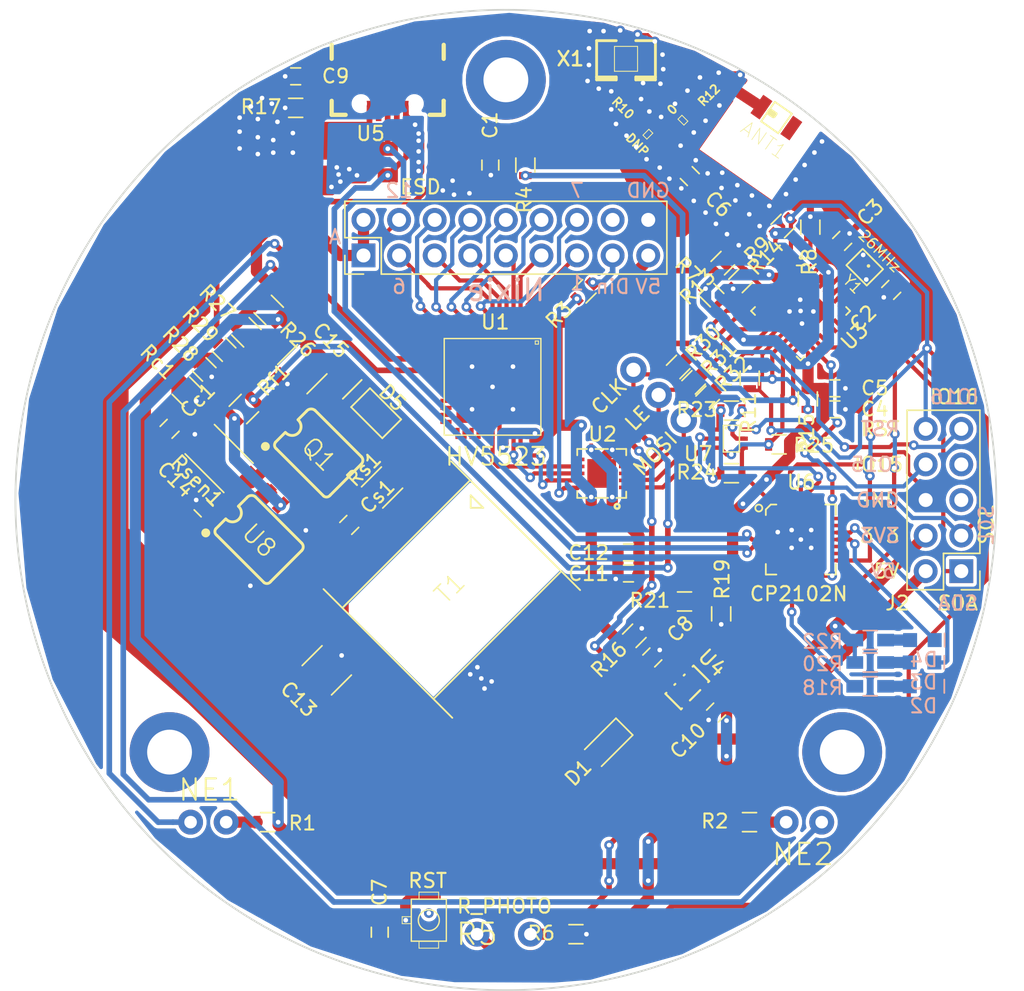
<source format=kicad_pcb>
(kicad_pcb (version 4) (host pcbnew 4.0.6)
  (layers (0 F.Cu signal) (31 B.Cu signal) (34 B.Paste user) (35 F.Paste user) (36 B.SilkS user) (37 F.SilkS user) (38 B.Mask user) (39 F.Mask user) (44 Edge.Cuts user))
  (net 0 "")
  (net 1 "Net-(ANT1-Pad1)")
  (net 2 GND)
  (net 3 "Net-(C2-Pad1)")
  (net 4 "Net-(C3-Pad1)")
  (net 5 +3V3)
  (net 6 "Net-(C6-Pad2)")
  (net 7 "Net-(C6-Pad1)")
  (net 8 /ESP8285/RST)
  (net 9 +5V)
  (net 10 GNDPWR)
  (net 11 "Net-(Cc1-Pad2)")
  (net 12 "Net-(Cc1-Pad1)")
  (net 13 "Net-(Cs1-Pad2)")
  (net 14 "Net-(D3-PadA)")
  (net 15 "Net-(D4-PadA)")
  (net 16 "Net-(D4-PadC)")
  (net 17 "Net-(D5-PadA)")
  (net 18 /Din)
  (net 19 "Net-(J1-Pad16)")
  (net 20 /SDA)
  (net 21 /SCL)
  (net 22 "Net-(J2-Pad5)")
  (net 23 /ESP8285/GPIO15)
  (net 24 /ESP8285/GPIO16)
  (net 25 /USB-UART/D+)
  (net 26 /USB-UART/D-)
  (net 27 "Net-(J3-PadID)")
  (net 28 "Net-(NE1-Pad1)")
  (net 29 "Net-(NE1-Pad2)")
  (net 30 "Net-(NE2-Pad1)")
  (net 31 "Net-(NE2-Pad2)")
  (net 32 "Net-(Q1-Pad4)")
  (net 33 /ESP8285/GPIO2)
  (net 34 /ESP8285/GPIO4)
  (net 35 /ESP8285/A0)
  (net 36 /ESP8285/CH_PD)
  (net 37 "Net-(R8-Pad1)")
  (net 38 "Net-(R10-Pad1)")
  (net 39 ADC)
  (net 40 /USB-UART/SUSPENDb)
  (net 41 /USB-UART/RTS)
  (net 42 "Net-(R27-Pad2)")
  (net 43 /USB-UART/DTR)
  (net 44 /ESP8285/GPIO0)
  (net 45 "Net-(Rf1-Pad2)")
  (net 46 "Net-(U1-Pad15)")
  (net 47 "Net-(U1-Pad16)")
  (net 48 "Net-(U1-Pad17)")
  (net 49 "Net-(U1-Pad18)")
  (net 50 "Net-(U1-Pad19)")
  (net 51 "Net-(U1-Pad20)")
  (net 52 "Net-(U1-Pad21)")
  (net 53 "Net-(U1-Pad22)")
  (net 54 "Net-(U1-Pad23)")
  (net 55 "Net-(U1-Pad24)")
  (net 56 "Net-(U1-Pad25)")
  (net 57 "Net-(U1-Pad26)")
  (net 58 "Net-(U1-Pad28)")
  (net 59 "Net-(U1-Pad31)")
  (net 60 "Net-(U1-Pad32)")
  (net 61 "Net-(U1-Pad34)")
  (net 62 "Net-(U1-Pad35)")
  (net 63 "Net-(U1-Pad36)")
  (net 64 "Net-(U1-Pad37)")
  (net 65 "Net-(U1-Pad38)")
  (net 66 "Net-(U1-Pad39)")
  (net 67 "Net-(U1-Pad40)")
  (net 68 "Net-(U1-Pad41)")
  (net 69 "Net-(U1-Pad42)")
  (net 70 "Net-(U1-Pad43)")
  (net 71 "Net-(U1-Pad44)")
  (net 72 /ESP8285/GPIO13)
  (net 73 /ESP8285/GPIO12)
  (net 74 /ESP8285/GPIO14)
  (net 75 "Net-(U2-Pad6)")
  (net 76 "Net-(U2-Pad9)")
  (net 77 "Net-(U3-Pad5)")
  (net 78 /USB-UART/CHR1)
  (net 79 /USB-UART/CHR0)
  (net 80 "Net-(U3-Pad20)")
  (net 81 "Net-(U3-Pad21)")
  (net 82 "Net-(U3-Pad22)")
  (net 83 "Net-(U3-Pad23)")
  (net 84 /USB-UART/CHREN)
  (net 85 /USB-UART/CTS)
  (net 86 /HVPS_SMD/Vadj)
  (net 87 Vin)
  (net 88 "Net-(C14-Pad1)")
  (net 89 Vout)
  (net 90 "Net-(D2-PadA)")
  (net 91 "Net-(D3-PadC)")
  (net 92 "Net-(Q1-Pad5)")
  (net 93 "Net-(R21-Pad2)")
  (net 94 "Net-(R23-Pad2)")
  (net 95 "Net-(R24-Pad1)")
  (net 96 "Net-(R26-Pad2)")
  (net 97 "Net-(T1-Pad3)")
  (net 98 "Net-(T1-Pad12)")
  (net 99 "Net-(T1-Pad11)")
  (net 100 "Net-(T1-Pad10)")
  (net 101 "Net-(U4-Pad4)")
  (net 102 "Net-(U6-Pad1)")
  (net 103 "Net-(U6-Pad2)")
  (net 104 "Net-(U6-Pad10)")
  (net 105 "Net-(U6-Pad12)")
  (net 106 "Net-(U6-Pad16)")
  (net 107 "Net-(U6-Pad17)")
  (net 108 "Net-(U6-Pad20)")
  (net 109 "Net-(U6-Pad21)")
  (net 110 "Net-(U6-Pad22)")
  (net 111 "Net-(U6-Pad27)")
  (net 112 /HV6)
  (net 113 /HV12)
  (net 114 /HV5)
  (net 115 /HV11)
  (net 116 /HV4)
  (net 117 /HV10)
  (net 118 /HV3)
  (net 119 /HV9)
  (net 120 /HV2)
  (net 121 /HV8)
  (net 122 /HV1)
  (net 123 /HV7)
  (net 124 "Net-(J1-Pad15)")
  (net 125 "Net-(J4-Pad1)")
  (net 126 "Net-(J4-Pad2)")
  (net 127 "Net-(J4-Pad3)")
  (net 128 "Net-(J2-Pad7)")
  (module Mounting_Holes:MountingHole_3.2mm_M3_ISO7380_Pad (layer F.Cu) (at 130 80)
    (fp_text reference Mount3 hide)
    (fp_text value MountingHole_3.2mm_M3_ISO7380_Pad)
    (pad 1 thru_hole circle (at 0 0) (size 5.7 5.7) (drill 3.2) (layers *.Cu *.Mask))
  )
  (module Mounting_Holes:MountingHole_3.2mm_M3_ISO7380_Pad (layer F.Cu) (at 154 128)
    (fp_text reference Mount2 hide)
    (fp_text value MountingHole_3.2mm_M3_ISO7380_Pad)
    (pad 1 thru_hole circle (at 0 0) (size 5.7 5.7) (drill 3.2) (layers *.Cu *.Mask))
  )
  (module Mounting_Holes:MountingHole_3.2mm_M3_ISO7380_Pad (layer F.Cu) (at 106 128)
    (fp_text reference Mount1 hide)
    (fp_text value MountingHole_3.2mm_M3_ISO7380_Pad)
    (pad 1 thru_hole circle (at 0 0) (size 5.7 5.7) (drill 3.2) (layers *.Cu *.Mask))
  )
  (module ANT_2450AT18B100E (layer F.Cu) (at 149.304 82.695 325)
    (fp_text reference ANT1 (at 0.180077 1.833252 325) (layer F.SilkS) (effects (font (thickness 0.05))))
    (fp_text value 2450AT18B100E hide)
    (pad 1 smd rect (at -1.3 0 325) (size 0.8 1.6) (layers F.Cu F.Paste F.Mask) (net 1 "Net-(ANT1-Pad1)"))
    (pad 2 smd rect (at 1.3 0 325) (size 0.8 1.6) (layers F.Cu F.Paste F.Mask))
  )
  (module logos:mermaid_l (layer B.Cu) (at 133.9 127.4 180)
    (fp_text reference G*** hide)
    (fp_text value LOGO hide)
  )
  (module lib_fp:C_0603 (layer F.Cu) (at 128.892808 86.08679 90)
    (fp_text reference C1 (at 2.84746 -0.016669 90) (layer F.SilkS))
    (fp_text value 0.2uF)
    (pad 2 smd rect (at 0.75 0 90) (size 0.8 0.75) (layers F.Cu F.Paste F.Mask) (net 86 /HVPS_SMD/Vadj))
    (pad 1 smd rect (at -0.75 0 90) (size 0.8 0.75) (layers F.Cu F.Paste F.Mask) (net 2 GND))
  )
  (module lib_fp:C_0603 (layer F.Cu) (at 157.5 95 225)
    (fp_text reference C2 (at 2.84746 -0.016669 225) (layer F.SilkS))
    (fp_text value 12pF)
    (pad 2 smd rect (at 0.75 0 225) (size 0.8 0.75) (layers F.Cu F.Paste F.Mask) (net 2 GND))
    (pad 1 smd rect (at -0.75 0 225) (size 0.8 0.75) (layers F.Cu F.Paste F.Mask) (net 3 "Net-(C2-Pad1)"))
  )
  (module lib_fp:C_0603 (layer F.Cu) (at 154 91.5 45)
    (fp_text reference C3 (at 2.84746 -0.016669 45) (layer F.SilkS))
    (fp_text value 12pF)
    (pad 2 smd rect (at 0.75 0 45) (size 0.8 0.75) (layers F.Cu F.Paste F.Mask) (net 2 GND))
    (pad 1 smd rect (at -0.75 0 45) (size 0.8 0.75) (layers F.Cu F.Paste F.Mask) (net 4 "Net-(C3-Pad1)"))
  )
  (module lib_fp:C_0603 (layer F.Cu) (at 153.48239 103.52618)
    (fp_text reference C4 (at 2.84746 -0.016669) (layer F.SilkS))
    (fp_text value 10uF)
    (pad 2 smd rect (at 0.75 0) (size 0.8 0.75) (layers F.Cu F.Paste F.Mask) (net 2 GND))
    (pad 1 smd rect (at -0.75 0) (size 0.8 0.75) (layers F.Cu F.Paste F.Mask) (net 5 +3V3))
  )
  (module lib_fp:C_0603 (layer F.Cu) (at 153.48239 102.02618)
    (fp_text reference C5 (at 2.84746 -0.016669) (layer F.SilkS))
    (fp_text value 100nF)
    (pad 2 smd rect (at 0.75 0) (size 0.8 0.75) (layers F.Cu F.Paste F.Mask) (net 2 GND))
    (pad 1 smd rect (at -0.75 0) (size 0.8 0.75) (layers F.Cu F.Paste F.Mask) (net 5 +3V3))
  )
  (module lib_fp:C_0603 (layer F.Cu) (at 143.127 86.873 315)
    (fp_text reference C6 (at 2.84746 -0.016669 315) (layer F.SilkS))
    (fp_text value 5.6pF)
    (pad 2 smd rect (at 0.75 0 315) (size 0.8 0.75) (layers F.Cu F.Paste F.Mask) (net 6 "Net-(C6-Pad2)"))
    (pad 1 smd rect (at -0.75 0 315) (size 0.8 0.75) (layers F.Cu F.Paste F.Mask) (net 7 "Net-(C6-Pad1)"))
  )
  (module lib_fp:C_0603 (layer F.Cu) (at 121 140.861 90)
    (fp_text reference C7 (at 2.84746 -0.016669 90) (layer F.SilkS))
    (fp_text value 0.1uF)
    (pad 2 smd rect (at 0.75 0 90) (size 0.8 0.75) (layers F.Cu F.Paste F.Mask) (net 2 GND))
    (pad 1 smd rect (at -0.75 0 90) (size 0.8 0.75) (layers F.Cu F.Paste F.Mask) (net 8 /ESP8285/RST))
  )
  (module lib_fp:C_0603 (layer F.Cu) (at 140.450334 121.24081 45)
    (fp_text reference C8 (at 2.84746 -0.016669 45) (layer F.SilkS))
    (fp_text value 1uF)
    (pad 2 smd rect (at 0.75 0 45) (size 0.8 0.75) (layers F.Cu F.Paste F.Mask) (net 2 GND))
    (pad 1 smd rect (at -0.75 0 45) (size 0.8 0.75) (layers F.Cu F.Paste F.Mask) (net 9 +5V))
  )
  (module lib_fp:C_0603 (layer F.Cu) (at 115 79.75)
    (fp_text reference C9 (at 2.84746 -0.016669) (layer F.SilkS))
    (fp_text value 100pF)
    (pad 2 smd rect (at 0.75 0) (size 0.8 0.75) (layers F.Cu F.Paste F.Mask) (net 10 GNDPWR))
    (pad 1 smd rect (at -0.75 0) (size 0.8 0.75) (layers F.Cu F.Paste F.Mask) (net 2 GND))
  )
  (module lib_fp:C_0603 (layer F.Cu) (at 145.001671 125.174755 225)
    (fp_text reference C10 (at 2.84746 -0.016669 225) (layer F.SilkS))
    (fp_text value 1uF)
    (pad 2 smd rect (at 0.75 0 225) (size 0.8 0.75) (layers F.Cu F.Paste F.Mask) (net 2 GND))
    (pad 1 smd rect (at -0.75 0 225) (size 0.8 0.75) (layers F.Cu F.Paste F.Mask) (net 5 +3V3))
  )
  (module lib_fp:C_0603 (layer F.Cu) (at 138.75 115.24428 180)
    (fp_text reference C11 (at 2.84746 -0.016669 180) (layer F.SilkS))
    (fp_text value 4.7uF)
    (pad 2 smd rect (at 0.75 0 180) (size 0.8 0.75) (layers F.Cu F.Paste F.Mask) (net 2 GND))
    (pad 1 smd rect (at -0.75 0 180) (size 0.8 0.75) (layers F.Cu F.Paste F.Mask) (net 5 +3V3))
  )
  (module lib_fp:C_0603 (layer F.Cu) (at 138.75 113.74428 180)
    (fp_text reference C12 (at 2.84746 -0.016669 180) (layer F.SilkS))
    (fp_text value 0.1uF)
    (pad 2 smd rect (at 0.75 0 180) (size 0.8 0.75) (layers F.Cu F.Paste F.Mask) (net 2 GND))
    (pad 1 smd rect (at -0.75 0 180) (size 0.8 0.75) (layers F.Cu F.Paste F.Mask) (net 5 +3V3))
  )
  (module lib_fp:C_1210 (layer F.Cu) (at 117.22 122.16 45)
    (fp_text reference C13 (at -2.886696 0.021651 135) (layer F.SilkS))
    (fp_text value 100uF)
    (pad 1 smd rect (at -1.5 0 45) (size 1 2.5) (layers F.Cu F.Paste F.Mask) (net 87 Vin))
    (pad 2 smd rect (at 1.5 0 45) (size 1 2.5) (layers F.Cu F.Paste F.Mask) (net 2 GND))
  )
  (module lib_fp:C_0603 (layer F.Cu) (at 108.430803 110.528243 135)
    (fp_text reference C14 (at 2.84746 -0.016669 135) (layer F.SilkS))
    (fp_text value 0.01uF)
    (pad 2 smd rect (at 0.75 0 135) (size 0.8 0.75) (layers F.Cu F.Paste F.Mask) (net 2 GND))
    (pad 1 smd rect (at -0.75 0 135) (size 0.8 0.75) (layers F.Cu F.Paste F.Mask) (net 88 "Net-(C14-Pad1)"))
  )
  (module lib_fp:C_1210 (layer F.Cu) (at 115.474107 100.656512 225)
    (fp_text reference C15 (at -2.886696 0.021651 315) (layer F.SilkS))
    (fp_text value 0.22uF)
    (pad 1 smd rect (at -1.5 0 225) (size 1 2.5) (layers F.Cu F.Paste F.Mask) (net 89 Vout))
    (pad 2 smd rect (at 1.5 0 225) (size 1 2.5) (layers F.Cu F.Paste F.Mask) (net 2 GND))
  )
  (module lib_fp:C_0603 (layer F.Cu) (at 106.002389 104.917849 45)
    (fp_text reference Cc1 (at 2.84746 -0.016669 45) (layer F.SilkS))
    (fp_text value 22nF)
    (pad 2 smd rect (at 0.75 0 45) (size 0.8 0.75) (layers F.Cu F.Paste F.Mask) (net 11 "Net-(Cc1-Pad2)"))
    (pad 1 smd rect (at -0.75 0 45) (size 0.8 0.75) (layers F.Cu F.Paste F.Mask) (net 12 "Net-(Cc1-Pad1)"))
  )
  (module lib_fp:C_0603 (layer F.Cu) (at 118.824 111.778 45)
    (fp_text reference Cs1 (at 2.84746 -0.016669 45) (layer F.SilkS))
    (fp_text value 360pF)
    (pad 2 smd rect (at 0.75 0 45) (size 0.8 0.75) (layers F.Cu F.Paste F.Mask) (net 13 "Net-(Cs1-Pad2)"))
    (pad 1 smd rect (at -0.75 0 45) (size 0.8 0.75) (layers F.Cu F.Paste F.Mask) (net 87 Vin))
  )
  (module lib_fp:D_SOD-323_HandSoldering (layer F.Cu) (at 137.112 127.526 225)
    (fp_text reference D1 (at 2.75 0 225) (layer F.SilkS))
    (fp_text value D_Schottky_Small)
    (pad 1 smd rect (at -1.25 0 225) (size 1 1) (layers F.Cu F.Paste F.Mask) (net 9 +5V))
    (pad 2 smd rect (at 1.25 0 225) (size 1 1) (layers F.Cu F.Paste F.Mask) (net 87 Vin))
  )
  (module lib_fp:SparkFun-LED-LED-0603 (layer B.Cu) (at 159.7 123.3)
    (fp_text reference D2 (at 0.1 1.4) (layer B.SilkS) (effects (font (size 1.016 1.016) (thickness 0.1524)) (justify mirror)))
    (fp_text value SPND hide)
    (pad A smd rect (at -0.8763 0 90) (size 0.99822 0.99822) (layers B.Cu B.Paste B.Mask) (net 90 "Net-(D2-PadA)"))
    (pad C smd rect (at 0.8763 0 90) (size 0.99822 0.99822) (layers B.Cu B.Paste B.Mask) (net 2 GND))
  )
  (module lib_fp:SparkFun-LED-LED-0603 (layer B.Cu) (at 159.7 121.6)
    (fp_text reference D3 (at 0.1 1.4) (layer B.SilkS) (effects (font (size 1.016 1.016) (thickness 0.1524)) (justify mirror)))
    (fp_text value TX hide)
    (pad A smd rect (at -0.8763 0 90) (size 0.99822 0.99822) (layers B.Cu B.Paste B.Mask) (net 14 "Net-(D3-PadA)"))
    (pad C smd rect (at 0.8763 0 90) (size 0.99822 0.99822) (layers B.Cu B.Paste B.Mask) (net 91 "Net-(D3-PadC)"))
  )
  (module lib_fp:SparkFun-LED-LED-0603 (layer B.Cu) (at 159.7237 120)
    (fp_text reference D4 (at 0.1 1.4) (layer B.SilkS) (effects (font (size 1.016 1.016) (thickness 0.1524)) (justify mirror)))
    (fp_text value RX hide)
    (pad A smd rect (at -0.8763 0 90) (size 0.99822 0.99822) (layers B.Cu B.Paste B.Mask) (net 15 "Net-(D4-PadA)"))
    (pad C smd rect (at 0.8763 0 90) (size 0.99822 0.99822) (layers B.Cu B.Paste B.Mask) (net 16 "Net-(D4-PadC)"))
  )
  (module lib_fp:nixiemisc-DO-219AB (layer F.Cu) (at 120.742477 103.803562 315)
    (fp_text reference D5 (at 0.038156 -1.598829 315) (layer F.SilkS) (effects (font (size 1.016 1.016) (thickness 0.1524))))
    (fp_text value "ES1FL R3G" hide)
    (pad A smd rect (at 1.5494 0 135) (size 1.1938 1.397) (layers F.Cu F.Paste F.Mask) (net 17 "Net-(D5-PadA)"))
    (pad C smd rect (at -1.5494 0 315) (size 1.1938 1.397) (layers F.Cu F.Paste F.Mask) (net 89 Vout))
  )
  (module lib_fp:Pin_Header_Straight_2x09_Pitch2.54mm (layer F.Cu) (at 119.84 92.54 90)
    (fp_text reference J1 hide)
    (fp_text value Nixie (at -2.474 10.16 180) (layer B.SilkS) (effects (font (thickness 0.2032)) (justify mirror)))
    (pad 1 thru_hole rect (at 0 0 90) (size 1.7 1.7) (drill 1) (layers *.Cu *.Mask) (net 89 Vout))
    (pad 2 thru_hole oval (at 2.54 0 90) (size 1.7 1.7) (drill 1) (layers *.Cu *.Mask) (net 89 Vout))
    (pad 3 thru_hole oval (at 0 2.54 90) (size 1.7 1.7) (drill 1) (layers *.Cu *.Mask) (net 112 /HV6))
    (pad 4 thru_hole oval (at 2.54 2.54 90) (size 1.7 1.7) (drill 1) (layers *.Cu *.Mask) (net 113 /HV12))
    (pad 5 thru_hole oval (at 0 5.08 90) (size 1.7 1.7) (drill 1) (layers *.Cu *.Mask) (net 114 /HV5))
    (pad 6 thru_hole oval (at 2.54 5.08 90) (size 1.7 1.7) (drill 1) (layers *.Cu *.Mask) (net 115 /HV11))
    (pad 7 thru_hole oval (at 0 7.62 90) (size 1.7 1.7) (drill 1) (layers *.Cu *.Mask) (net 116 /HV4))
    (pad 8 thru_hole oval (at 2.54 7.62 90) (size 1.7 1.7) (drill 1) (layers *.Cu *.Mask) (net 117 /HV10))
    (pad 9 thru_hole oval (at 0 10.16 90) (size 1.7 1.7) (drill 1) (layers *.Cu *.Mask) (net 118 /HV3))
    (pad 10 thru_hole oval (at 2.54 10.16 90) (size 1.7 1.7) (drill 1) (layers *.Cu *.Mask) (net 119 /HV9))
    (pad 11 thru_hole oval (at 0 12.7 90) (size 1.7 1.7) (drill 1) (layers *.Cu *.Mask) (net 120 /HV2))
    (pad 12 thru_hole oval (at 2.54 12.7 90) (size 1.7 1.7) (drill 1) (layers *.Cu *.Mask) (net 121 /HV8))
    (pad 13 thru_hole oval (at 0 15.24 90) (size 1.7 1.7) (drill 1) (layers *.Cu *.Mask) (net 122 /HV1))
    (pad 14 thru_hole oval (at 2.54 15.24 90) (size 1.7 1.7) (drill 1) (layers *.Cu *.Mask) (net 123 /HV7))
    (pad 15 thru_hole oval (at 0 17.78 90) (size 1.7 1.7) (drill 1) (layers *.Cu *.Mask) (net 124 "Net-(J1-Pad15)"))
    (pad 16 thru_hole oval (at 2.54 17.78 90) (size 1.7 1.7) (drill 1) (layers *.Cu *.Mask) (net 19 "Net-(J1-Pad16)"))
    (pad 17 thru_hole oval (at 0 20.32 90) (size 1.7 1.7) (drill 1) (layers *.Cu *.Mask) (net 9 +5V))
    (pad 18 thru_hole oval (at 2.54 20.32 90) (size 1.7 1.7) (drill 1) (layers *.Cu *.Mask) (net 2 GND))
  )
  (module lib_fp:Pin_Header_Straight_2x05_Pitch2.54mm (layer F.Cu) (at 162.5 115.08 180)
    (fp_text reference J2 (at 4.56 -2.286 180) (layer F.SilkS))
    (fp_text value Expansion)
    (pad 1 thru_hole rect (at 0 0 180) (size 1.7 1.7) (drill 1) (layers *.Cu *.Mask) (net 20 /SDA))
    (pad 2 thru_hole oval (at 2.54 0 180) (size 1.7 1.7) (drill 1) (layers *.Cu *.Mask) (net 9 +5V))
    (pad 3 thru_hole oval (at 0 2.54 180) (size 1.7 1.7) (drill 1) (layers *.Cu *.Mask) (net 21 /SCL))
    (pad 4 thru_hole oval (at 2.54 2.54 180) (size 1.7 1.7) (drill 1) (layers *.Cu *.Mask) (net 5 +3V3))
    (pad 5 thru_hole oval (at 0 5.08 180) (size 1.7 1.7) (drill 1) (layers *.Cu *.Mask) (net 22 "Net-(J2-Pad5)"))
    (pad 6 thru_hole oval (at 2.54 5.08 180) (size 1.7 1.7) (drill 1) (layers *.Cu *.Mask) (net 2 GND))
    (pad 7 thru_hole oval (at 0 7.62 180) (size 1.7 1.7) (drill 1) (layers *.Cu *.Mask) (net 128 "Net-(J2-Pad7)"))
    (pad 8 thru_hole oval (at 2.54 7.62 180) (size 1.7 1.7) (drill 1) (layers *.Cu *.Mask) (net 23 /ESP8285/GPIO15))
    (pad 9 thru_hole oval (at 0 10.16 180) (size 1.7 1.7) (drill 1) (layers *.Cu *.Mask) (net 24 /ESP8285/GPIO16))
    (pad 10 thru_hole oval (at 2.54 10.16 180) (size 1.7 1.7) (drill 1) (layers *.Cu *.Mask) (net 8 /ESP8285/RST))
  )
  (module lib_fp:SparkFun-Connectors-USB-B-MICRO-SMD (layer F.Cu) (at 121.567 79.5 270)
    (fp_text reference J3 hide)
    (fp_text value USB_MICRO-B_FEMALE-SMT hide)
    (pad D+ smd rect (at 2.72288 0) (size 0.39878 1.4478) (layers F.Cu F.Paste F.Mask) (net 25 /USB-UART/D+))
    (pad D- smd rect (at 2.72288 -0.6477) (size 0.39878 1.4478) (layers F.Cu F.Paste F.Mask) (net 26 /USB-UART/D-))
    (pad GND smd rect (at 2.72288 1.29794) (size 0.39878 1.4478) (layers F.Cu F.Paste F.Mask) (net 2 GND))
    (pad ID smd rect (at 2.72288 0.6477) (size 0.39878 1.4478) (layers F.Cu F.Paste F.Mask) (net 27 "Net-(J3-PadID)"))
    (pad SHIE smd rect (at 0 -3.683) (size 1.79832 1.4986) (layers F.Cu F.Paste F.Mask) (net 10 GNDPWR))
    (pad SHIE smd rect (at 0 3.683) (size 1.79832 1.4986) (layers F.Cu F.Paste F.Mask) (net 10 GNDPWR))
    (pad SHIE smd rect (at 0 0) (size 2.49936 1.4986) (layers F.Cu F.Paste F.Mask) (net 10 GNDPWR))
    (pad VBUS smd rect (at 2.72288 -1.29794) (size 0.39878 1.4478) (layers F.Cu F.Paste F.Mask) (net 87 Vin))
    (pad "" np_thru_hole circle (at 2.19964 -1.89992 270) (size 0.84836 0.84836) (drill 0.84836) (layers *.Cu *.Mask))
    (pad "" np_thru_hole circle (at 2.19964 1.89992 270) (size 0.84836 0.84836) (drill 0.84836) (layers *.Cu *.Mask))
  )
  (module lib_fp:SparkFun-Connectors-1X03_NO_SILK (layer F.Cu) (at 139.103949 100.703949 315)
    (fp_text reference J4 hide)
    (fp_text value Test hide)
    (pad 1 thru_hole circle (at 0 0 315) (size 1.8796 1.8796) (drill 1.016) (layers *.Cu *.Paste *.Mask) (net 125 "Net-(J4-Pad1)"))
    (pad 2 thru_hole circle (at 2.54 0 315) (size 1.8796 1.8796) (drill 1.016) (layers *.Cu *.Paste *.Mask) (net 126 "Net-(J4-Pad2)"))
    (pad 3 thru_hole circle (at 5.08 0 315) (size 1.8796 1.8796) (drill 1.016) (layers *.Cu *.Paste *.Mask) (net 127 "Net-(J4-Pad3)"))
  )
  (module "lib_fp:nixiemisc-B3U-1100P(M)" (layer F.Cu) (at 124.50248 140 270)
    (fp_text reference K1 hide)
    (fp_text value RST (at -2.822 0.09048 360) (layer F.SilkS) (effects (font (size 1.016 1.016) (thickness 0.1524))))
    (pad 1 smd rect (at -1.74752 0 270) (size 0.59944 1.69926) (layers F.Cu F.Paste F.Mask) (net 2 GND))
    (pad 2 smd rect (at 1.74752 0 270) (size 0.59944 1.69926) (layers F.Cu F.Paste F.Mask) (net 8 /ESP8285/RST))
    (pad GND smd rect (at 0 1.64846 270) (size 0.79756 1.09982) (layers F.Cu F.Paste F.Mask) (net 2 GND))
  )
  (module lib_fp:nixiemisc-THT-100-35 (layer F.Cu) (at 107.5 133)
    (fp_text reference NE1 (at 1.34 -2.3) (layer F.SilkS))
    (fp_text value Left hide)
    (pad 1 thru_hole circle (at 0 0) (size 1.778 1.778) (drill 0.89916) (layers *.Cu *.Paste *.Mask) (net 28 "Net-(NE1-Pad1)"))
    (pad 2 thru_hole circle (at 2.54 0) (size 1.778 1.778) (drill 0.89916) (layers *.Cu *.Paste *.Mask) (net 29 "Net-(NE1-Pad2)"))
  )
  (module lib_fp:nixiemisc-THT-100-35 (layer F.Cu) (at 152.54 133 180)
    (fp_text reference NE2 (at 1.34 -2.3 180) (layer F.SilkS))
    (fp_text value Right hide)
    (pad 1 thru_hole circle (at 0 0 180) (size 1.778 1.778) (drill 0.89916) (layers *.Cu *.Paste *.Mask) (net 30 "Net-(NE2-Pad1)"))
    (pad 2 thru_hole circle (at 2.54 0 180) (size 1.778 1.778) (drill 0.89916) (layers *.Cu *.Paste *.Mask) (net 31 "Net-(NE2-Pad2)"))
  )
  (module lib_fp:nixiemisc-SO08 (layer F.Cu) (at 116.653068 106.62353 315)
    (fp_text reference Q1 (at 0.073027 0.07136 495) (layer F.SilkS) (effects (font (size 1.27 1.27) (thickness 0.127))))
    (fp_text value AO4294 hide)
    (pad 1 smd rect (at -1.905 2.79908 315) (size 0.59944 1.19888) (layers F.Cu F.Paste F.Mask) (net 88 "Net-(C14-Pad1)"))
    (pad 2 smd rect (at -0.635 2.79908 315) (size 0.59944 1.19888) (layers F.Cu F.Paste F.Mask) (net 88 "Net-(C14-Pad1)"))
    (pad 3 smd rect (at 0.635 2.79908 315) (size 0.59944 1.19888) (layers F.Cu F.Paste F.Mask) (net 88 "Net-(C14-Pad1)"))
    (pad 4 smd rect (at 1.905 2.79908 315) (size 0.59944 1.19888) (layers F.Cu F.Paste F.Mask) (net 32 "Net-(Q1-Pad4)"))
    (pad 5 smd rect (at 1.905 -2.79908 315) (size 0.59944 1.19888) (layers F.Cu F.Paste F.Mask) (net 92 "Net-(Q1-Pad5)"))
    (pad 6 smd rect (at 0.635 -2.79908 315) (size 0.59944 1.19888) (layers F.Cu F.Paste F.Mask) (net 92 "Net-(Q1-Pad5)"))
    (pad 7 smd rect (at -0.635 -2.79908 315) (size 0.59944 1.19888) (layers F.Cu F.Paste F.Mask) (net 92 "Net-(Q1-Pad5)"))
    (pad 8 smd rect (at -1.905 -2.79908 315) (size 0.59944 1.19888) (layers F.Cu F.Paste F.Mask) (net 92 "Net-(Q1-Pad5)"))
  )
  (module lib_fp:R_0603 (layer F.Cu) (at 113 133 180)
    (fp_text reference R1 (at -2.474874 -0.070711 180) (layer F.SilkS))
    (fp_text value 120k)
    (pad 1 smd rect (at -0.75 0 180) (size 0.5 0.9) (layers F.Cu F.Paste F.Mask) (net 89 Vout))
    (pad 2 smd rect (at 0.75 0 180) (size 0.5 0.9) (layers F.Cu F.Paste F.Mask) (net 29 "Net-(NE1-Pad2)"))
  )
  (module lib_fp:R_0603 (layer F.Cu) (at 147.387 133)
    (fp_text reference R2 (at -2.474874 -0.070711) (layer F.SilkS))
    (fp_text value 120k)
    (pad 1 smd rect (at -0.75 0) (size 0.5 0.9) (layers F.Cu F.Paste F.Mask) (net 89 Vout))
    (pad 2 smd rect (at 0.75 0) (size 0.5 0.9) (layers F.Cu F.Paste F.Mask) (net 31 "Net-(NE2-Pad2)"))
  )
  (module lib_fp:R_0603 (layer F.Cu) (at 135.6 95.1 45)
    (fp_text reference R3 (at -2.474874 -0.070711 45) (layer F.SilkS))
    (fp_text value 330)
    (pad 1 smd rect (at -0.75 0 45) (size 0.5 0.9) (layers F.Cu F.Paste F.Mask) (net 18 /Din))
    (pad 2 smd rect (at 0.75 0 45) (size 0.5 0.9) (layers F.Cu F.Paste F.Mask) (net 124 "Net-(J1-Pad15)"))
  )
  (module lib_fp:R_0603 (layer F.Cu) (at 131.392808 86.08679 90)
    (fp_text reference R4 (at -2.474874 -0.070711 90) (layer F.SilkS))
    (fp_text value 2k)
    (pad 1 smd rect (at -0.75 0 90) (size 0.5 0.9) (layers F.Cu F.Paste F.Mask) (net 34 /ESP8285/GPIO4))
    (pad 2 smd rect (at 0.75 0 90) (size 0.5 0.9) (layers F.Cu F.Paste F.Mask) (net 86 /HVPS_SMD/Vadj))
  )
  (module lib_fp:nixiemisc-THT-150-35 (layer F.Cu) (at 127.94 141)
    (fp_text reference R5 (at 0 0) (layer F.SilkS))
    (fp_text value R_PHOTO (at 1.96 -2) (layer F.SilkS) (effects (font (size 1.016 1.016))))
    (pad 1 thru_hole circle (at 0 0) (size 1.778 1.778) (drill 0.89916) (layers *.Cu *.Paste *.Mask) (net 5 +3V3))
    (pad 2 thru_hole circle (at 3.81 0) (size 1.778 1.778) (drill 0.89916) (layers *.Cu *.Paste *.Mask) (net 35 /ESP8285/A0))
  )
  (module lib_fp:R_0603 (layer F.Cu) (at 135 141)
    (fp_text reference R6 (at -2.474874 -0.070711) (layer F.SilkS))
    (fp_text value 10K)
    (pad 1 smd rect (at -0.75 0) (size 0.5 0.9) (layers F.Cu F.Paste F.Mask) (net 35 /ESP8285/A0))
    (pad 2 smd rect (at 0.75 0) (size 0.5 0.9) (layers F.Cu F.Paste F.Mask) (net 2 GND))
  )
  (module lib_fp:R_0603 (layer F.Cu) (at 144.716 95.374 315)
    (fp_text reference R7 (at -2.474874 -0.070711 315) (layer F.SilkS))
    (fp_text value 10K)
    (pad 1 smd rect (at -0.75 0 315) (size 0.5 0.9) (layers F.Cu F.Paste F.Mask) (net 5 +3V3))
    (pad 2 smd rect (at 0.75 0 315) (size 0.5 0.9) (layers F.Cu F.Paste F.Mask) (net 36 /ESP8285/CH_PD))
  )
  (module lib_fp:R_0603 (layer F.Cu) (at 151.73 90.52 90)
    (fp_text reference R8 (at -2.474874 -0.070711 90) (layer F.SilkS))
    (fp_text value 12K)
    (pad 1 smd rect (at -0.75 0 90) (size 0.5 0.9) (layers F.Cu F.Paste F.Mask) (net 37 "Net-(R8-Pad1)"))
    (pad 2 smd rect (at 0.75 0 90) (size 0.5 0.9) (layers F.Cu F.Paste F.Mask) (net 2 GND))
  )
  (module lib_fp:R_0603 (layer F.Cu) (at 149.76 90.44 45)
    (fp_text reference R9 (at -2.474874 -0.070711 45) (layer F.SilkS))
    (fp_text value 10k)
    (pad 1 smd rect (at -0.75 0 45) (size 0.5 0.9) (layers F.Cu F.Paste F.Mask) (net 5 +3V3))
    (pad 2 smd rect (at 0.75 0 45) (size 0.5 0.9) (layers F.Cu F.Paste F.Mask) (net 8 /ESP8285/RST))
  )
  (module lib_fp:SparkFun-Resistors-0603 (layer F.Cu) (at 140.135 83.881 315)
    (fp_text reference R10 (at -2.578111 -0.059397 315) (layer F.SilkS) (effects (font (size 0.6096 0.6096) (thickness 0.127))))
    (fp_text value DNP (at 0 1.0668 315) (layer F.SilkS) (effects (font (size 0.6096 0.6096) (thickness 0.127))))
    (pad 1 smd rect (at -0.84836 0 315) (size 1.09982 0.99822) (layers F.Cu F.Paste F.Mask) (net 38 "Net-(R10-Pad1)"))
    (pad 2 smd rect (at 0.84836 0 315) (size 1.09982 0.99822) (layers F.Cu F.Paste F.Mask) (net 7 "Net-(C6-Pad1)"))
  )
  (module lib_fp:R_0603 (layer F.Cu) (at 147.4 101.3 90)
    (fp_text reference R11 (at -2.474874 -0.070711 90) (layer F.SilkS))
    (fp_text value 10k)
    (pad 1 smd rect (at -0.75 0 90) (size 0.5 0.9) (layers F.Cu F.Paste F.Mask) (net 23 /ESP8285/GPIO15))
    (pad 2 smd rect (at 0.75 0 90) (size 0.5 0.9) (layers F.Cu F.Paste F.Mask) (net 2 GND))
  )
  (module lib_fp:SparkFun-Resistors-0603 (layer F.Cu) (at 142.635 82.881 225)
    (fp_text reference R12 (at -2.578111 -0.059397 225) (layer F.SilkS) (effects (font (size 0.6096 0.6096) (thickness 0.127))))
    (fp_text value 0 (at 0 1.0668 225) (layer F.SilkS) (effects (font (size 0.6096 0.6096) (thickness 0.127))))
    (pad 1 smd rect (at -0.84836 0 225) (size 1.09982 0.99822) (layers F.Cu F.Paste F.Mask) (net 1 "Net-(ANT1-Pad1)"))
    (pad 2 smd rect (at 0.84836 0 225) (size 1.09982 0.99822) (layers F.Cu F.Paste F.Mask) (net 7 "Net-(C6-Pad1)"))
  )
  (module lib_fp:R_0603 (layer F.Cu) (at 145.478 93.088 45)
    (fp_text reference R13 (at -2.474874 -0.070711 45) (layer F.SilkS))
    (fp_text value 220K)
    (pad 1 smd rect (at -0.75 0 45) (size 0.5 0.9) (layers F.Cu F.Paste F.Mask) (net 35 /ESP8285/A0))
    (pad 2 smd rect (at 0.75 0 45) (size 0.5 0.9) (layers F.Cu F.Paste F.Mask) (net 39 ADC))
  )
  (module lib_fp:R_0603 (layer F.Cu) (at 146.748 94.358 225)
    (fp_text reference R14 (at -2.474874 -0.070711 225) (layer F.SilkS))
    (fp_text value 100K)
    (pad 1 smd rect (at -0.75 0 225) (size 0.5 0.9) (layers F.Cu F.Paste F.Mask) (net 39 ADC))
    (pad 2 smd rect (at 0.75 0 225) (size 0.5 0.9) (layers F.Cu F.Paste F.Mask) (net 2 GND))
  )
  (module lib_fp:R_0603 (layer F.Cu) (at 151.55 102.78 90)
    (fp_text reference R15 (at -2.474874 -0.070711 90) (layer F.SilkS))
    (fp_text value 10k)
    (pad 1 smd rect (at -0.75 0 90) (size 0.5 0.9) (layers F.Cu F.Paste F.Mask) (net 33 /ESP8285/GPIO2))
    (pad 2 smd rect (at 0.75 0 90) (size 0.5 0.9) (layers F.Cu F.Paste F.Mask) (net 5 +3V3))
  )
  (module lib_fp:R_0603 (layer F.Cu) (at 139.16804 119.694678 45)
    (fp_text reference R16 (at -2.474874 -0.070711 45) (layer F.SilkS))
    (fp_text value 100k)
    (pad 1 smd rect (at -0.75 0 45) (size 0.5 0.9) (layers F.Cu F.Paste F.Mask) (net 9 +5V))
    (pad 2 smd rect (at 0.75 0 45) (size 0.5 0.9) (layers F.Cu F.Paste F.Mask) (net 2 GND))
  )
  (module lib_fp:R_0603 (layer F.Cu) (at 115 82)
    (fp_text reference R17 (at -2.474874 -0.070711) (layer F.SilkS))
    (fp_text value 1M)
    (pad 1 smd rect (at -0.75 0) (size 0.5 0.9) (layers F.Cu F.Paste F.Mask) (net 2 GND))
    (pad 2 smd rect (at 0.75 0) (size 0.5 0.9) (layers F.Cu F.Paste F.Mask) (net 10 GNDPWR))
  )
  (module lib_fp:R_0603_HandSoldering (layer B.Cu) (at 156 123.3)
    (fp_text reference R18 (at -3.4 0.1) (layer B.SilkS) (effects (justify mirror)))
    (fp_text value 150)
    (pad 1 smd rect (at -1.1 0) (size 1.2 0.9) (layers B.Cu B.Paste B.Mask) (net 40 /USB-UART/SUSPENDb))
    (pad 2 smd rect (at 1.1 0) (size 1.2 0.9) (layers B.Cu B.Paste B.Mask) (net 90 "Net-(D2-PadA)"))
  )
  (module lib_fp:R_0603 (layer F.Cu) (at 145.367 118.128 270)
    (fp_text reference R19 (at -2.474874 -0.070711 270) (layer F.SilkS))
    (fp_text value 10K)
    (pad 1 smd rect (at -0.75 0 270) (size 0.5 0.9) (layers F.Cu F.Paste F.Mask) (net 40 /USB-UART/SUSPENDb))
    (pad 2 smd rect (at 0.75 0 270) (size 0.5 0.9) (layers F.Cu F.Paste F.Mask) (net 2 GND))
  )
  (module lib_fp:R_0603_HandSoldering (layer B.Cu) (at 156 121.6)
    (fp_text reference R20 (at -3.4 0.1) (layer B.SilkS) (effects (justify mirror)))
    (fp_text value 150)
    (pad 1 smd rect (at -1.1 0) (size 1.2 0.9) (layers B.Cu B.Paste B.Mask) (net 5 +3V3))
    (pad 2 smd rect (at 1.1 0) (size 1.2 0.9) (layers B.Cu B.Paste B.Mask) (net 14 "Net-(D3-PadA)"))
  )
  (module lib_fp:R_0603 (layer F.Cu) (at 142.75 117.24428)
    (fp_text reference R21 (at -2.474874 -0.070711) (layer F.SilkS))
    (fp_text value 1K)
    (pad 1 smd rect (at -0.75 0) (size 0.5 0.9) (layers F.Cu F.Paste F.Mask) (net 5 +3V3))
    (pad 2 smd rect (at 0.75 0) (size 0.5 0.9) (layers F.Cu F.Paste F.Mask) (net 93 "Net-(R21-Pad2)"))
  )
  (module lib_fp:R_0603_HandSoldering (layer B.Cu) (at 156 120)
    (fp_text reference R22 (at -3.4 0.1) (layer B.SilkS) (effects (justify mirror)))
    (fp_text value 150)
    (pad 1 smd rect (at -1.1 0) (size 1.2 0.9) (layers B.Cu B.Paste B.Mask) (net 5 +3V3))
    (pad 2 smd rect (at 1.1 0) (size 1.2 0.9) (layers B.Cu B.Paste B.Mask) (net 15 "Net-(D4-PadA)"))
  )
  (module lib_fp:R_0603 (layer F.Cu) (at 146.094 103.619)
    (fp_text reference R23 (at -2.474874 -0.070711) (layer F.SilkS))
    (fp_text value 12K)
    (pad 1 smd rect (at -0.75 0) (size 0.5 0.9) (layers F.Cu F.Paste F.Mask) (net 41 /USB-UART/RTS))
    (pad 2 smd rect (at 0.75 0) (size 0.5 0.9) (layers F.Cu F.Paste F.Mask) (net 94 "Net-(R23-Pad2)"))
  )
  (module lib_fp:R_0603 (layer F.Cu) (at 146.095 108.086)
    (fp_text reference R24 (at -2.474874 -0.070711) (layer F.SilkS))
    (fp_text value 12K)
    (pad 1 smd rect (at -0.75 0) (size 0.5 0.9) (layers F.Cu F.Paste F.Mask) (net 95 "Net-(R24-Pad1)"))
    (pad 2 smd rect (at 0.75 0) (size 0.5 0.9) (layers F.Cu F.Paste F.Mask) (net 43 /USB-UART/DTR))
  )
  (module lib_fp:R_0603 (layer F.Cu) (at 149.5 106.03 180)
    (fp_text reference R25 (at -2.474874 -0.070711 180) (layer F.SilkS))
    (fp_text value 10K)
    (pad 1 smd rect (at -0.75 0 180) (size 0.5 0.9) (layers F.Cu F.Paste F.Mask) (net 5 +3V3))
    (pad 2 smd rect (at 0.75 0 180) (size 0.5 0.9) (layers F.Cu F.Paste F.Mask) (net 44 /ESP8285/GPIO0))
  )
  (module lib_fp:R_0805 (layer F.Cu) (at 113.073457 96.432567 135)
    (fp_text reference R26 (at -2.974109 -0.029056 135) (layer F.SilkS))
    (fp_text value 604k)
    (pad 1 smd rect (at -0.95 0 135) (size 0.7 1.3) (layers F.Cu F.Paste F.Mask) (net 89 Vout))
    (pad 2 smd rect (at 0.95 0 135) (size 0.7 1.3) (layers F.Cu F.Paste F.Mask) (net 96 "Net-(R26-Pad2)"))
  )
  (module lib_fp:R_0805 (layer F.Cu) (at 111.482467 98.023558 315)
    (fp_text reference R27 (at -2.974109 -0.029056 315) (layer F.SilkS))
    (fp_text value 604k)
    (pad 1 smd rect (at -0.95 0 315) (size 0.7 1.3) (layers F.Cu F.Paste F.Mask) (net 96 "Net-(R26-Pad2)"))
    (pad 2 smd rect (at 0.95 0 315) (size 0.7 1.3) (layers F.Cu F.Paste F.Mask) (net 42 "Net-(R27-Pad2)"))
  )
  (module lib_fp:R_0603 (layer F.Cu) (at 108.477263 100.675208 315)
    (fp_text reference R28 (at -2.474874 -0.070711 315) (layer F.SilkS))
    (fp_text value 10.2k)
    (pad 1 smd rect (at -0.75 0 315) (size 0.5 0.9) (layers F.Cu F.Paste F.Mask) (net 42 "Net-(R27-Pad2)"))
    (pad 2 smd rect (at 0.75 0 315) (size 0.5 0.9) (layers F.Cu F.Paste F.Mask) (net 2 GND))
  )
  (module lib_fp:R_0603 (layer F.Cu) (at 109.891477 99.260994 315)
    (fp_text reference R29 (at -2.474874 -0.070711 315) (layer F.SilkS))
    (fp_text value 30k)
    (pad 1 smd rect (at -0.75 0 315) (size 0.5 0.9) (layers F.Cu F.Paste F.Mask) (net 86 /HVPS_SMD/Vadj))
    (pad 2 smd rect (at 0.75 0 315) (size 0.5 0.9) (layers F.Cu F.Paste F.Mask) (net 42 "Net-(R27-Pad2)"))
  )
  (module lib_fp:R_0603 (layer F.Cu) (at 142.3 100.5 225)
    (fp_text reference R30 (at -2.474874 -0.070711 225) (layer F.SilkS))
    (fp_text value 330)
    (pad 1 smd rect (at -0.75 0 225) (size 0.5 0.9) (layers F.Cu F.Paste F.Mask) (net 74 /ESP8285/GPIO14))
    (pad 2 smd rect (at 0.75 0 225) (size 0.5 0.9) (layers F.Cu F.Paste F.Mask) (net 125 "Net-(J4-Pad1)"))
  )
  (module lib_fp:R_0603 (layer F.Cu) (at 143.4 101.6 225)
    (fp_text reference R31 (at -2.474874 -0.070711 225) (layer F.SilkS))
    (fp_text value 330)
    (pad 1 smd rect (at -0.75 0 225) (size 0.5 0.9) (layers F.Cu F.Paste F.Mask) (net 73 /ESP8285/GPIO12))
    (pad 2 smd rect (at 0.75 0 225) (size 0.5 0.9) (layers F.Cu F.Paste F.Mask) (net 126 "Net-(J4-Pad2)"))
  )
  (module lib_fp:R_0603 (layer F.Cu) (at 144.4 102.7 225)
    (fp_text reference R32 (at -2.474874 -0.070711 225) (layer F.SilkS))
    (fp_text value 330)
    (pad 1 smd rect (at -0.75 0 225) (size 0.5 0.9) (layers F.Cu F.Paste F.Mask) (net 72 /ESP8285/GPIO13))
    (pad 2 smd rect (at 0.75 0 225) (size 0.5 0.9) (layers F.Cu F.Paste F.Mask) (net 127 "Net-(J4-Pad3)"))
  )
  (module lib_fp:R_0805 (layer F.Cu) (at 107.239826 102.266198 315)
    (fp_text reference Rc1 (at -2.974109 -0.029056 315) (layer F.SilkS))
    (fp_text value 4.7k)
    (pad 1 smd rect (at -0.95 0 315) (size 0.7 1.3) (layers F.Cu F.Paste F.Mask) (net 11 "Net-(Cc1-Pad2)"))
    (pad 2 smd rect (at 0.95 0 315) (size 0.7 1.3) (layers F.Cu F.Paste F.Mask) (net 2 GND))
  )
  (module lib_fp:R_0805 (layer F.Cu) (at 111.30569 103.503635 225)
    (fp_text reference Rf1 (at -2.974109 -0.029056 225) (layer F.SilkS))
    (fp_text value 47k)
    (pad 1 smd rect (at -0.95 0 225) (size 0.7 1.3) (layers F.Cu F.Paste F.Mask) (net 33 /ESP8285/GPIO2))
    (pad 2 smd rect (at 0.95 0 225) (size 0.7 1.3) (layers F.Cu F.Paste F.Mask) (net 45 "Net-(Rf1-Pad2)"))
  )
  (module lib_fp:R_1206 (layer F.Cu) (at 121.166317 109.106438 45)
    (fp_text reference Rs1 (at 0 -1.85 45) (layer F.SilkS))
    (fp_text value 249)
    (pad 1 smd rect (at -1.45 0 45) (size 0.9 1.7) (layers F.Cu F.Paste F.Mask) (net 13 "Net-(Cs1-Pad2)"))
    (pad 2 smd rect (at 1.45 0 45) (size 0.9 1.7) (layers F.Cu F.Paste F.Mask) (net 92 "Net-(Q1-Pad5)"))
  )
  (module lib_fp:R_2010 (layer F.Cu) (at 109.537923 107.039169 135)
    (fp_text reference Rsen1 (at 0 -2.25 135) (layer F.SilkS))
    (fp_text value 0.04)
    (pad 1 smd rect (at -2.45 0 135) (size 1 2.5) (layers F.Cu F.Paste F.Mask) (net 88 "Net-(C14-Pad1)"))
    (pad 2 smd rect (at 2.45 0 135) (size 1 2.5) (layers F.Cu F.Paste F.Mask) (net 2 GND))
  )
  (module lib_fp:nixiemisc-WE-FLEX_ER11_5 (layer F.Cu) (at 126.143346 116.396142 45)
    (fp_text reference T1 (at -0.033378 -0.169344 45) (layer F.SilkS) (effects (font (size 1.27 1.27) (thickness 0.1016))))
    (fp_text value WE-FLEX_ER11_5 hide)
    (pad 1 smd rect (at 4.99872 -5.97408 225) (size 1.4986 2.2479) (layers F.Cu F.Paste F.Mask) (net 17 "Net-(D5-PadA)"))
    (pad 2 smd rect (at 2.99974 -5.97408 225) (size 1.4986 2.2479) (layers F.Cu F.Paste F.Mask) (net 92 "Net-(Q1-Pad5)"))
    (pad 3 smd rect (at 0.99822 -5.97408 225) (size 1.4986 2.2479) (layers F.Cu F.Paste F.Mask) (net 97 "Net-(T1-Pad3)"))
    (pad 4 smd rect (at -0.99822 -5.97408 225) (size 1.4986 2.2479) (layers F.Cu F.Paste F.Mask) (net 97 "Net-(T1-Pad3)"))
    (pad 5 smd rect (at -2.99974 -5.97408 225) (size 1.4986 2.2479) (layers F.Cu F.Paste F.Mask) (net 87 Vin))
    (pad 6 smd rect (at -4.99872 -5.97408 225) (size 1.4986 2.2479) (layers F.Cu F.Paste F.Mask) (net 98 "Net-(T1-Pad12)"))
    (pad 7 smd rect (at -4.99872 5.97408 225) (size 1.4986 2.2479) (layers F.Cu F.Paste F.Mask) (net 99 "Net-(T1-Pad11)"))
    (pad 8 smd rect (at -2.99974 5.97408 225) (size 1.4986 2.2479) (layers F.Cu F.Paste F.Mask) (net 2 GND))
    (pad 9 smd rect (at -0.99822 5.97408 225) (size 1.4986 2.2479) (layers F.Cu F.Paste F.Mask) (net 100 "Net-(T1-Pad10)"))
    (pad 10 smd rect (at 0.99822 5.97408 225) (size 1.4986 2.2479) (layers F.Cu F.Paste F.Mask) (net 100 "Net-(T1-Pad10)"))
    (pad 11 smd rect (at 2.99974 5.97408 225) (size 1.4986 2.2479) (layers F.Cu F.Paste F.Mask) (net 99 "Net-(T1-Pad11)"))
    (pad 12 smd rect (at 4.99872 5.97408 225) (size 1.4986 2.2479) (layers F.Cu F.Paste F.Mask) (net 98 "Net-(T1-Pad12)"))
  )
  (module lib_fp:nixiemisc-QFN-44-7X7 (layer F.Cu) (at 129.05004 101.92026 270)
    (fp_text reference U1 (at -4.62026 -0.18796 360) (layer F.SilkS) (effects (font (size 1.016 1.016) (thickness 0.1524))))
    (fp_text value HV5523 (at 4.97974 -0.24996 360) (layer F.SilkS) (effects (font (size 1.27 1.27) (thickness 0.1524))))
    (pad 1 smd rect (at -3.32486 -2.49936 270) (size 0.79756 0.29972) (layers F.Cu F.Paste F.Mask) (net 122 /HV1))
    (pad 2 smd rect (at -3.32486 -1.99898 270) (size 0.79756 0.29972) (layers F.Cu F.Paste F.Mask) (net 120 /HV2))
    (pad 3 smd rect (at -3.32486 -1.4986 270) (size 0.79756 0.29972) (layers F.Cu F.Paste F.Mask) (net 118 /HV3))
    (pad 4 smd rect (at -3.32486 -0.99822 270) (size 0.79756 0.29972) (layers F.Cu F.Paste F.Mask) (net 116 /HV4))
    (pad 5 smd rect (at -3.32486 -0.49784 270) (size 0.79756 0.29972) (layers F.Cu F.Paste F.Mask) (net 114 /HV5))
    (pad 6 smd rect (at -3.32486 0 270) (size 0.79756 0.29972) (layers F.Cu F.Paste F.Mask) (net 112 /HV6))
    (pad 7 smd rect (at -3.32486 0.49784 270) (size 0.79756 0.29972) (layers F.Cu F.Paste F.Mask) (net 123 /HV7))
    (pad 8 smd rect (at -3.32486 0.99822 270) (size 0.79756 0.29972) (layers F.Cu F.Paste F.Mask) (net 121 /HV8))
    (pad 9 smd rect (at -3.32486 1.4986 270) (size 0.79756 0.29972) (layers F.Cu F.Paste F.Mask) (net 119 /HV9))
    (pad 10 smd rect (at -3.32486 1.99898 270) (size 0.79756 0.29972) (layers F.Cu F.Paste F.Mask) (net 117 /HV10))
    (pad 11 smd rect (at -3.32486 2.49936 270) (size 0.79756 0.29972) (layers F.Cu F.Paste F.Mask) (net 115 /HV11))
    (pad 12 smd rect (at -2.49936 3.32486) (size 0.79756 0.29972) (layers F.Cu F.Paste F.Mask) (net 113 /HV12))
    (pad 13 smd rect (at -1.99898 3.32486) (size 0.79756 0.29972) (layers F.Cu F.Paste F.Mask) (net 28 "Net-(NE1-Pad1)"))
    (pad 14 smd rect (at -1.4986 3.32486) (size 0.79756 0.29972) (layers F.Cu F.Paste F.Mask) (net 30 "Net-(NE2-Pad1)"))
    (pad 15 smd rect (at -0.99822 3.32486) (size 0.79756 0.29972) (layers F.Cu F.Paste F.Mask) (net 46 "Net-(U1-Pad15)"))
    (pad 16 smd rect (at -0.49784 3.32486) (size 0.79756 0.29972) (layers F.Cu F.Paste F.Mask) (net 47 "Net-(U1-Pad16)"))
    (pad 17 smd rect (at 0 3.32486) (size 0.79756 0.29972) (layers F.Cu F.Paste F.Mask) (net 48 "Net-(U1-Pad17)"))
    (pad 18 smd rect (at 0.49784 3.32486) (size 0.79756 0.29972) (layers F.Cu F.Paste F.Mask) (net 49 "Net-(U1-Pad18)"))
    (pad 19 smd rect (at 0.99822 3.32486) (size 0.79756 0.29972) (layers F.Cu F.Paste F.Mask) (net 50 "Net-(U1-Pad19)"))
    (pad 20 smd rect (at 1.4986 3.32486) (size 0.79756 0.29972) (layers F.Cu F.Paste F.Mask) (net 51 "Net-(U1-Pad20)"))
    (pad 21 smd rect (at 1.99898 3.32486) (size 0.79756 0.29972) (layers F.Cu F.Paste F.Mask) (net 52 "Net-(U1-Pad21)"))
    (pad 22 smd rect (at 2.49936 3.32486) (size 0.79756 0.29972) (layers F.Cu F.Paste F.Mask) (net 53 "Net-(U1-Pad22)"))
    (pad 23 smd rect (at 3.32486 2.49936 90) (size 0.79756 0.29972) (layers F.Cu F.Paste F.Mask) (net 54 "Net-(U1-Pad23)"))
    (pad 24 smd rect (at 3.32486 1.99898 90) (size 0.79756 0.29972) (layers F.Cu F.Paste F.Mask) (net 55 "Net-(U1-Pad24)"))
    (pad 25 smd rect (at 3.32486 1.4986 90) (size 0.79756 0.29972) (layers F.Cu F.Paste F.Mask) (net 56 "Net-(U1-Pad25)"))
    (pad 26 smd rect (at 3.32486 0.99822 90) (size 0.79756 0.29972) (layers F.Cu F.Paste F.Mask) (net 57 "Net-(U1-Pad26)"))
    (pad 27 smd rect (at 3.32486 0.49784 90) (size 0.79756 0.29972) (layers F.Cu F.Paste F.Mask) (net 2 GND))
    (pad 28 smd rect (at 3.32486 0 90) (size 0.79756 0.29972) (layers F.Cu F.Paste F.Mask) (net 58 "Net-(U1-Pad28)"))
    (pad 29 smd rect (at 3.32486 -0.49784 90) (size 0.79756 0.29972) (layers F.Cu F.Paste F.Mask) (net 2 GND))
    (pad 30 smd rect (at 3.32486 -0.99822 90) (size 0.79756 0.29972) (layers F.Cu F.Paste F.Mask) (net 9 +5V))
    (pad 31 smd rect (at 3.32486 -1.4986 90) (size 0.79756 0.29972) (layers F.Cu F.Paste F.Mask) (net 59 "Net-(U1-Pad31)"))
    (pad 32 smd rect (at 3.32486 -1.99898 90) (size 0.79756 0.29972) (layers F.Cu F.Paste F.Mask) (net 60 "Net-(U1-Pad32)"))
    (pad 33 smd rect (at 3.32486 -2.49936 90) (size 0.79756 0.29972) (layers F.Cu F.Paste F.Mask) (net 9 +5V))
    (pad 34 smd rect (at 2.49936 -3.32486 180) (size 0.79756 0.29972) (layers F.Cu F.Paste F.Mask) (net 61 "Net-(U1-Pad34)"))
    (pad 35 smd rect (at 1.99898 -3.32486 180) (size 0.79756 0.29972) (layers F.Cu F.Paste F.Mask) (net 62 "Net-(U1-Pad35)"))
    (pad 36 smd rect (at 1.4986 -3.32486 180) (size 0.79756 0.29972) (layers F.Cu F.Paste F.Mask) (net 63 "Net-(U1-Pad36)"))
    (pad 37 smd rect (at 0.99822 -3.32486 180) (size 0.79756 0.29972) (layers F.Cu F.Paste F.Mask) (net 64 "Net-(U1-Pad37)"))
    (pad 38 smd rect (at 0.49784 -3.32486 180) (size 0.79756 0.29972) (layers F.Cu F.Paste F.Mask) (net 65 "Net-(U1-Pad38)"))
    (pad 39 smd rect (at 0 -3.32486 180) (size 0.79756 0.29972) (layers F.Cu F.Paste F.Mask) (net 66 "Net-(U1-Pad39)"))
    (pad 40 smd rect (at -0.49784 -3.32486 180) (size 0.79756 0.29972) (layers F.Cu F.Paste F.Mask) (net 67 "Net-(U1-Pad40)"))
    (pad 41 smd rect (at -0.99822 -3.32486 180) (size 0.79756 0.29972) (layers F.Cu F.Paste F.Mask) (net 68 "Net-(U1-Pad41)"))
    (pad 42 smd rect (at -1.4986 -3.32486 180) (size 0.79756 0.29972) (layers F.Cu F.Paste F.Mask) (net 69 "Net-(U1-Pad42)"))
    (pad 43 smd rect (at -1.99898 -3.32486 180) (size 0.79756 0.29972) (layers F.Cu F.Paste F.Mask) (net 70 "Net-(U1-Pad43)"))
    (pad 44 smd rect (at -2.49936 -3.32486 180) (size 0.79756 0.29972) (layers F.Cu F.Paste F.Mask) (net 71 "Net-(U1-Pad44)"))
    (pad EXP smd rect (at 0 0 270) (size 5.14858 5.14858) (layers F.Cu F.Paste F.Mask) (net 2 GND))
  )
  (module lib_fp:nixiemisc-VQFN-14 (layer F.Cu) (at 136.84022 108.10262 90)
    (fp_text reference U2 (at 2.80262 0.05978 180) (layer F.SilkS) (effects (font (size 1.016 1.016) (thickness 0.1524))))
    (fp_text value TXS0104 hide)
    (pad 1 smd rect (at -1.68402 0.7493 90) (size 0.89916 0.25908) (layers F.Cu F.Paste F.Mask) (net 5 +3V3))
    (pad 2 smd rect (at -0.99822 1.68402 180) (size 0.89916 0.25908) (layers F.Cu F.Paste F.Mask) (net 44 /ESP8285/GPIO0))
    (pad 3 smd rect (at -0.49784 1.68402 180) (size 0.89916 0.25908) (layers F.Cu F.Paste F.Mask) (net 127 "Net-(J4-Pad3)"))
    (pad 4 smd rect (at 0 1.68402 180) (size 0.89916 0.25908) (layers F.Cu F.Paste F.Mask) (net 126 "Net-(J4-Pad2)"))
    (pad 5 smd rect (at 0.49784 1.68402 180) (size 0.89916 0.25908) (layers F.Cu F.Paste F.Mask) (net 125 "Net-(J4-Pad1)"))
    (pad 6 smd rect (at 0.99822 1.68402 180) (size 0.89916 0.25908) (layers F.Cu F.Paste F.Mask) (net 75 "Net-(U2-Pad6)"))
    (pad 7 smd rect (at 1.68402 0.7493 270) (size 0.89916 0.25908) (layers F.Cu F.Paste F.Mask) (net 2 GND))
    (pad 8 smd rect (at 1.68402 -0.7493 270) (size 0.89916 0.25908) (layers F.Cu F.Paste F.Mask) (net 5 +3V3))
    (pad 9 smd rect (at 0.99822 -1.68402) (size 0.89916 0.25908) (layers F.Cu F.Paste F.Mask) (net 76 "Net-(U2-Pad9)"))
    (pad 10 smd rect (at 0.49784 -1.68402) (size 0.89916 0.25908) (layers F.Cu F.Paste F.Mask) (net 58 "Net-(U1-Pad28)"))
    (pad 11 smd rect (at 0 -1.68402) (size 0.89916 0.25908) (layers F.Cu F.Paste F.Mask) (net 59 "Net-(U1-Pad31)"))
    (pad 12 smd rect (at -0.49784 -1.68402) (size 0.89916 0.25908) (layers F.Cu F.Paste F.Mask) (net 60 "Net-(U1-Pad32)"))
    (pad 13 smd rect (at -0.99822 -1.68402) (size 0.89916 0.25908) (layers F.Cu F.Paste F.Mask) (net 18 /Din))
    (pad 14 smd rect (at -1.68402 -0.7493 90) (size 0.89916 0.25908) (layers F.Cu F.Paste F.Mask) (net 9 +5V))
    (pad 15 smd rect (at 0 0 90) (size 2.04978 2.04978) (layers F.Cu F.Paste F.Mask) (net 2 GND))
  )
  (module lib_fp:nixiemisc-QFN-32 (layer F.Cu) (at 151.031631 96.502998 225)
    (fp_text reference U3 (at -1.447707 -4.011679 405) (layer F.SilkS) (effects (font (size 1.016 1.016) (thickness 0.1524))))
    (fp_text value ESP8285QFN-32 hide)
    (pad 1 smd rect (at -1.74752 2.49936 315) (size 0.79756 0.28448) (layers F.Cu F.Paste F.Mask) (net 5 +3V3))
    (pad 2 smd rect (at -1.24968 2.49936 315) (size 0.79756 0.28448) (layers F.Cu F.Paste F.Mask) (net 6 "Net-(C6-Pad2)"))
    (pad 3 smd rect (at -0.7493 2.49936 315) (size 0.79756 0.28448) (layers F.Cu F.Paste F.Mask) (net 5 +3V3))
    (pad 4 smd rect (at -0.24892 2.49936 315) (size 0.79756 0.28448) (layers F.Cu F.Paste F.Mask) (net 5 +3V3))
    (pad 5 smd rect (at 0.24892 2.49936 315) (size 0.79756 0.28448) (layers F.Cu F.Paste F.Mask) (net 77 "Net-(U3-Pad5)"))
    (pad 6 smd rect (at 0.7493 2.49936 315) (size 0.79756 0.28448) (layers F.Cu F.Paste F.Mask) (net 39 ADC))
    (pad 7 smd rect (at 1.24968 2.49936 315) (size 0.79756 0.28448) (layers F.Cu F.Paste F.Mask) (net 36 /ESP8285/CH_PD))
    (pad 8 smd rect (at 1.74752 2.49936 315) (size 0.79756 0.28448) (layers F.Cu F.Paste F.Mask) (net 24 /ESP8285/GPIO16))
    (pad 9 smd rect (at 2.49936 1.74752 45) (size 0.79756 0.28448) (layers F.Cu F.Paste F.Mask) (net 74 /ESP8285/GPIO14))
    (pad 10 smd rect (at 2.49936 1.24968 45) (size 0.79756 0.28448) (layers F.Cu F.Paste F.Mask) (net 73 /ESP8285/GPIO12))
    (pad 11 smd rect (at 2.49936 0.7493 45) (size 0.79756 0.28448) (layers F.Cu F.Paste F.Mask) (net 5 +3V3))
    (pad 12 smd rect (at 2.49936 0.24892 45) (size 0.79756 0.28448) (layers F.Cu F.Paste F.Mask) (net 72 /ESP8285/GPIO13))
    (pad 13 smd rect (at 2.49936 -0.24892 45) (size 0.79756 0.28448) (layers F.Cu F.Paste F.Mask) (net 23 /ESP8285/GPIO15))
    (pad 14 smd rect (at 2.49936 -0.7493 45) (size 0.79756 0.28448) (layers F.Cu F.Paste F.Mask) (net 33 /ESP8285/GPIO2))
    (pad 15 smd rect (at 2.49936 -1.24968 45) (size 0.79756 0.28448) (layers F.Cu F.Paste F.Mask) (net 44 /ESP8285/GPIO0))
    (pad 16 smd rect (at 2.49936 -1.74752 45) (size 0.79756 0.28448) (layers F.Cu F.Paste F.Mask) (net 34 /ESP8285/GPIO4))
    (pad 17 smd rect (at 1.74752 -2.49936 135) (size 0.79756 0.28448) (layers F.Cu F.Paste F.Mask) (net 5 +3V3))
    (pad 18 smd rect (at 1.24968 -2.49936 135) (size 0.79756 0.28448) (layers F.Cu F.Paste F.Mask) (net 78 /USB-UART/CHR1))
    (pad 19 smd rect (at 0.7493 -2.49936 135) (size 0.79756 0.28448) (layers F.Cu F.Paste F.Mask) (net 79 /USB-UART/CHR0))
    (pad 20 smd rect (at 0.24892 -2.49936 135) (size 0.79756 0.28448) (layers F.Cu F.Paste F.Mask) (net 80 "Net-(U3-Pad20)"))
    (pad 21 smd rect (at -0.24892 -2.49936 135) (size 0.79756 0.28448) (layers F.Cu F.Paste F.Mask) (net 81 "Net-(U3-Pad21)"))
    (pad 22 smd rect (at -0.7493 -2.49936 135) (size 0.79756 0.28448) (layers F.Cu F.Paste F.Mask) (net 82 "Net-(U3-Pad22)"))
    (pad 23 smd rect (at -1.24968 -2.49936 135) (size 0.79756 0.28448) (layers F.Cu F.Paste F.Mask) (net 83 "Net-(U3-Pad23)"))
    (pad 24 smd rect (at -1.74752 -2.49936 135) (size 0.79756 0.28448) (layers F.Cu F.Paste F.Mask) (net 84 /USB-UART/CHREN))
    (pad 25 smd rect (at -2.49936 -1.74752 225) (size 0.79756 0.28448) (layers F.Cu F.Paste F.Mask) (net 20 /SDA))
    (pad 26 smd rect (at -2.49936 -1.24968 225) (size 0.79756 0.28448) (layers F.Cu F.Paste F.Mask) (net 21 /SCL))
    (pad 27 smd rect (at -2.49936 -0.7493 225) (size 0.79756 0.28448) (layers F.Cu F.Paste F.Mask) (net 3 "Net-(C2-Pad1)"))
    (pad 28 smd rect (at -2.49936 -0.24892 225) (size 0.79756 0.28448) (layers F.Cu F.Paste F.Mask) (net 4 "Net-(C3-Pad1)"))
    (pad 29 smd rect (at -2.49936 0.24892 225) (size 0.79756 0.28448) (layers F.Cu F.Paste F.Mask) (net 5 +3V3))
    (pad 30 smd rect (at -2.49936 0.7493 225) (size 0.79756 0.28448) (layers F.Cu F.Paste F.Mask) (net 5 +3V3))
    (pad 31 smd rect (at -2.49936 1.24968 225) (size 0.79756 0.28448) (layers F.Cu F.Paste F.Mask) (net 37 "Net-(R8-Pad1)"))
    (pad 32 smd rect (at -2.49936 1.74752 225) (size 0.79756 0.28448) (layers F.Cu F.Paste F.Mask) (net 8 /ESP8285/RST))
    (pad EP smd rect (at 0 0 225) (size 3.1496 3.1496) (layers F.Cu F.Paste F.Mask) (net 2 GND))
  )
  (module lib_fp:nixiemisc-SOT25 (layer F.Cu) (at 142.947817 123.38474 225)
    (fp_text reference U4 (at -2.5 0 315) (layer F.SilkS) (effects (font (size 1.016 1.016) (thickness 0.1524))))
    (fp_text value AP2112 hide)
    (pad 1 smd rect (at -0.94996 1.29794 225) (size 0.54864 1.19888) (layers F.Cu F.Paste F.Mask) (net 9 +5V))
    (pad 2 smd rect (at 0 1.29794 225) (size 0.54864 1.19888) (layers F.Cu F.Paste F.Mask) (net 2 GND))
    (pad 3 smd rect (at 0.94996 1.29794 225) (size 0.54864 1.19888) (layers F.Cu F.Paste F.Mask) (net 9 +5V))
    (pad 4 smd rect (at 0.94996 -1.29794 225) (size 0.54864 1.19888) (layers F.Cu F.Paste F.Mask) (net 101 "Net-(U4-Pad4)"))
    (pad 5 smd rect (at -0.94996 -1.29794 225) (size 0.54864 1.19888) (layers F.Cu F.Paste F.Mask) (net 5 +3V3))
  )
  (module lib_fp:nixiemisc-SOT143 (layer F.Cu) (at 120.475 85.87 270)
    (fp_text reference U5 (at -2.032 0.127 360) (layer F.SilkS) (effects (font (size 1.016 1.016) (thickness 0.1524))))
    (fp_text value ESD (at 1.778 -3.429 360) (layer F.SilkS) (effects (font (size 1.016 1.016) (thickness 0.1524))))
    (pad 1 smd rect (at -0.7493 1.09982 270) (size 1.19888 1.43764) (layers F.Cu F.Paste F.Mask) (net 2 GND))
    (pad 2 smd rect (at 0.94996 1.09982 270) (size 0.99822 1.43764) (layers F.Cu F.Paste F.Mask) (net 87 Vin))
    (pad 3 smd rect (at 0.94996 -1.09982 270) (size 0.99822 1.43764) (layers F.Cu F.Paste F.Mask) (net 26 /USB-UART/D-))
    (pad 4 smd rect (at -0.94996 -1.09982 270) (size 0.99822 1.43764) (layers F.Cu F.Paste F.Mask) (net 25 /USB-UART/D+))
  )
  (module lib_fp:nixiemisc-QFN28G_0.5-5X5MM (layer F.Cu) (at 151.0514 112.82254)
    (fp_text reference U6 (at 0.0306 -4.09254) (layer F.SilkS) (effects (font (size 1.016 1.016) (thickness 0.1524))))
    (fp_text value CP2102N (at -0.1514 3.87746) (layer F.SilkS) (effects (font (size 1.016 1.016) (thickness 0.1524))))
    (pad 1 smd rect (at -2.58826 -1.4986) (size 0.89916 0.254) (layers F.Cu F.Paste F.Mask) (net 102 "Net-(U6-Pad1)"))
    (pad 2 smd rect (at -2.58826 -0.99822) (size 0.89916 0.254) (layers F.Cu F.Paste F.Mask) (net 103 "Net-(U6-Pad2)"))
    (pad 3 smd rect (at -2.58826 -0.49784) (size 0.89916 0.254) (layers F.Cu F.Paste F.Mask) (net 2 GND))
    (pad 4 smd rect (at -2.58826 0) (size 0.89916 0.254) (layers F.Cu F.Paste F.Mask) (net 25 /USB-UART/D+))
    (pad 5 smd rect (at -2.58826 0.49784) (size 0.89916 0.254) (layers F.Cu F.Paste F.Mask) (net 26 /USB-UART/D-))
    (pad 6 smd rect (at -2.58826 0.99822) (size 0.89916 0.254) (layers F.Cu F.Paste F.Mask) (net 5 +3V3))
    (pad 7 smd rect (at -2.58826 1.4986) (size 0.89916 0.254) (layers F.Cu F.Paste F.Mask) (net 5 +3V3))
    (pad 8 smd rect (at -1.4986 2.58826 90) (size 0.89916 0.254) (layers F.Cu F.Paste F.Mask) (net 5 +3V3))
    (pad 9 smd rect (at -0.99822 2.58826 90) (size 0.89916 0.254) (layers F.Cu F.Paste F.Mask) (net 93 "Net-(R21-Pad2)"))
    (pad 10 smd rect (at -0.49784 2.58826 90) (size 0.89916 0.254) (layers F.Cu F.Paste F.Mask) (net 104 "Net-(U6-Pad10)"))
    (pad 11 smd rect (at 0 2.58826 90) (size 0.89916 0.254) (layers F.Cu F.Paste F.Mask) (net 40 /USB-UART/SUSPENDb))
    (pad 12 smd rect (at 0.49784 2.58826 90) (size 0.89916 0.254) (layers F.Cu F.Paste F.Mask) (net 105 "Net-(U6-Pad12)"))
    (pad 13 smd rect (at 0.99822 2.58826 90) (size 0.89916 0.254) (layers F.Cu F.Paste F.Mask) (net 84 /USB-UART/CHREN))
    (pad 14 smd rect (at 1.4986 2.58826 90) (size 0.89916 0.254) (layers F.Cu F.Paste F.Mask) (net 78 /USB-UART/CHR1))
    (pad 15 smd rect (at 2.58826 1.4986 180) (size 0.89916 0.254) (layers F.Cu F.Paste F.Mask) (net 79 /USB-UART/CHR0))
    (pad 16 smd rect (at 2.58826 0.99822 180) (size 0.89916 0.254) (layers F.Cu F.Paste F.Mask) (net 106 "Net-(U6-Pad16)"))
    (pad 17 smd rect (at 2.58826 0.49784 180) (size 0.89916 0.254) (layers F.Cu F.Paste F.Mask) (net 107 "Net-(U6-Pad17)"))
    (pad 18 smd rect (at 2.58826 0 180) (size 0.89916 0.254) (layers F.Cu F.Paste F.Mask) (net 16 "Net-(D4-PadC)"))
    (pad 19 smd rect (at 2.58826 -0.49784 180) (size 0.89916 0.254) (layers F.Cu F.Paste F.Mask) (net 91 "Net-(D3-PadC)"))
    (pad 20 smd rect (at 2.58826 -0.99822 180) (size 0.89916 0.254) (layers F.Cu F.Paste F.Mask) (net 108 "Net-(U6-Pad20)"))
    (pad 21 smd rect (at 2.58826 -1.4986 180) (size 0.89916 0.254) (layers F.Cu F.Paste F.Mask) (net 109 "Net-(U6-Pad21)"))
    (pad 22 smd rect (at 1.4986 -2.58826 270) (size 0.89916 0.254) (layers F.Cu F.Paste F.Mask) (net 110 "Net-(U6-Pad22)"))
    (pad 23 smd rect (at 0.99822 -2.58826 270) (size 0.89916 0.254) (layers F.Cu F.Paste F.Mask) (net 85 /USB-UART/CTS))
    (pad 24 smd rect (at 0.49784 -2.58826 270) (size 0.89916 0.254) (layers F.Cu F.Paste F.Mask) (net 41 /USB-UART/RTS))
    (pad 25 smd rect (at 0 -2.58826 270) (size 0.89916 0.254) (layers F.Cu F.Paste F.Mask) (net 21 /SCL))
    (pad 26 smd rect (at -0.49784 -2.58826 270) (size 0.89916 0.254) (layers F.Cu F.Paste F.Mask) (net 20 /SDA))
    (pad 27 smd rect (at -0.99822 -2.58826 270) (size 0.89916 0.254) (layers F.Cu F.Paste F.Mask) (net 111 "Net-(U6-Pad27)"))
    (pad 28 smd rect (at -1.4986 -2.58826 270) (size 0.89916 0.254) (layers F.Cu F.Paste F.Mask) (net 43 /USB-UART/DTR))
    (pad 29 smd rect (at 0 0) (size 3.0988 3.0988) (layers F.Cu F.Paste F.Mask) (net 2 GND))
  )
  (module lib_fp:nixiemisc-UMT6 (layer F.Cu) (at 146.094 105.619)
    (fp_text reference U7 (at -2.378 1.079) (layer F.SilkS) (effects (font (size 1.016 1.016) (thickness 0.1524))))
    (fp_text value UMH3NUMT6 hide)
    (pad 1 smd rect (at -0.92456 -0.6477) (size 0.49784 0.29972) (layers F.Cu F.Paste F.Mask) (net 41 /USB-UART/RTS))
    (pad 2 smd rect (at -0.92456 0) (size 0.49784 0.29972) (layers F.Cu F.Paste F.Mask) (net 95 "Net-(R24-Pad1)"))
    (pad 3 smd rect (at -0.92456 0.6477) (size 0.49784 0.29972) (layers F.Cu F.Paste F.Mask) (net 44 /ESP8285/GPIO0))
    (pad 4 smd rect (at 0.92456 0.6477 180) (size 0.49784 0.29972) (layers F.Cu F.Paste F.Mask) (net 43 /USB-UART/DTR))
    (pad 5 smd rect (at 0.92456 0 180) (size 0.49784 0.29972) (layers F.Cu F.Paste F.Mask) (net 94 "Net-(R23-Pad2)"))
    (pad 6 smd rect (at 0.92456 -0.6477 180) (size 0.49784 0.29972) (layers F.Cu F.Paste F.Mask) (net 8 /ESP8285/RST))
  )
  (module lib_fp:nixiemisc-SO08 (layer F.Cu) (at 112.398821 112.797903 315)
    (fp_text reference U8 (at 0.073027 0.07136 495) (layer F.SilkS) (effects (font (size 1.27 1.27) (thickness 0.127))))
    (fp_text value LM3478SOIC8 hide)
    (pad 1 smd rect (at -1.905 2.79908 315) (size 0.59944 1.19888) (layers F.Cu F.Paste F.Mask) (net 88 "Net-(C14-Pad1)"))
    (pad 2 smd rect (at -0.635 2.79908 315) (size 0.59944 1.19888) (layers F.Cu F.Paste F.Mask) (net 12 "Net-(Cc1-Pad1)"))
    (pad 3 smd rect (at 0.635 2.79908 315) (size 0.59944 1.19888) (layers F.Cu F.Paste F.Mask) (net 42 "Net-(R27-Pad2)"))
    (pad 4 smd rect (at 1.905 2.79908 315) (size 0.59944 1.19888) (layers F.Cu F.Paste F.Mask) (net 2 GND))
    (pad 5 smd rect (at 1.905 -2.79908 315) (size 0.59944 1.19888) (layers F.Cu F.Paste F.Mask) (net 2 GND))
    (pad 6 smd rect (at 0.635 -2.79908 315) (size 0.59944 1.19888) (layers F.Cu F.Paste F.Mask) (net 32 "Net-(Q1-Pad4)"))
    (pad 7 smd rect (at -0.635 -2.79908 315) (size 0.59944 1.19888) (layers F.Cu F.Paste F.Mask) (net 45 "Net-(Rf1-Pad2)"))
    (pad 8 smd rect (at -1.905 -2.79908 315) (size 0.59944 1.19888) (layers F.Cu F.Paste F.Mask) (net 87 Vin))
  )
  (module lib_fp:adafruit-U.FL (layer F.Cu) (at 138.57414 78.5 270)
    (fp_text reference X1 (at 0 3.97414 360) (layer F.SilkS) (effects (font (size 1.016 1.016) (thickness 0.1778))))
    (fp_text value ANTENNA_U.FL hide)
    (pad 1 smd rect (at 0 -1.37414 270) (size 2.19964 1.04902) (layers F.Cu F.Paste F.Mask) (net 2 GND))
    (pad 2 smd rect (at 0 1.37414 270) (size 2.19964 1.04902) (layers F.Cu F.Paste F.Mask) (net 2 GND))
    (pad 3 smd rect (at 1.524 0 270) (size 0.79756 0.99822) (layers F.Cu F.Paste F.Mask) (net 38 "Net-(R10-Pad1)"))
  )
  (module lib_fp:nixiemisc-CRYSTAL2.0X1.6 (layer F.Cu) (at 155.609559 93.378269 135)
    (fp_text reference Y1 (at -0.254 -1.4732 135) (layer F.SilkS) (effects (font (size 0.762 0.762) (thickness 0.1016))))
    (fp_text value 26MHz (at 0.05702 1.58102 135) (layer F.SilkS) (effects (font (size 0.762 0.762) (thickness 0.1016))))
    (pad 1 smd rect (at -0.6985 0.54356 135) (size 0.889 0.7874) (layers F.Cu F.Paste F.Mask) (net 3 "Net-(C2-Pad1)"))
    (pad 2 smd rect (at 0.6985 0.54356 135) (size 0.889 0.7874) (layers F.Cu F.Paste F.Mask) (net 2 GND))
    (pad 3 smd rect (at 0.6985 -0.54356 135) (size 0.889 0.7874) (layers F.Cu F.Paste F.Mask) (net 4 "Net-(C3-Pad1)"))
    (pad 4 smd rect (at -0.6985 -0.54356 135) (size 0.889 0.7874) (layers F.Cu F.Paste F.Mask) (net 2 GND))
  )
  (gr_text 1 (at 135.08 94.506) (layer B.SilkS) (effects (font (size 1.016 1.016) (thickness 0.1524)) (justify mirror)))
  (gr_text 7 (at 135.08 87.902) (layer B.SilkS) (effects (font (size 1.016 1.016) (thickness 0.1524)) (justify mirror)))
  (gr_text 12 (at 122.38 87.902) (layer B.SilkS) (effects (font (size 1.016 1.016) (thickness 0.1524)) (justify mirror)))
  (gr_text 6 (at 122.38 94.76) (layer B.SilkS) (effects (font (size 1.016 1.016) (thickness 0.1524)) (justify mirror)))
  (gr_text A (at 117.808 91.204) (layer B.SilkS) (effects (font (size 1.016 1.016) (thickness 0.1524)) (justify mirror)))
  (gr_text Din (at 137.62 94.76) (layer B.SilkS) (effects (font (size 1.016 1.016) (thickness 0.1524)) (justify mirror)))
  (gr_text 5V (at 140.16 94.76) (layer B.SilkS) (effects (font (size 1.016 1.016) (thickness 0.1524)) (justify mirror)))
  (gr_text GND (at 140.16 87.902) (layer B.SilkS) (effects (font (size 1.016 1.016) (thickness 0.1524)) (justify mirror)))
  (gr_text SCL (at 164.29 111.778 90) (layer B.SilkS) (effects (font (size 1.016 1.016) (thickness 0.1524)) (justify mirror)))
  (gr_text SDA (at 162.258 117.366) (layer B.SilkS) (effects (font (size 1.016 1.016) (thickness 0.1524)) (justify mirror)))
  (gr_text 5V (at 157.94 115.08) (layer B.SilkS) (effects (font (size 1.016 1.016) (thickness 0.1524)) (justify left mirror)))
  (gr_text 3V3 (at 158.194 112.54) (layer B.SilkS) (effects (font (size 1.016 1.016) (thickness 0.1524)) (justify left mirror)))
  (gr_text GND (at 158.194 110) (layer B.SilkS) (effects (font (size 1.016 1.016) (thickness 0.1524)) (justify left mirror)))
  (gr_text IO15 (at 158.194 107.46) (layer B.SilkS) (effects (font (size 1.016 1.016) (thickness 0.1524)) (justify left mirror)))
  (gr_text RST (at 158.194 104.92) (layer B.SilkS) (effects (font (size 1.016 1.016) (thickness 0.1524)) (justify left mirror)))
  (gr_text IO16 (at 162.004 102.634) (layer B.SilkS) (effects (font (size 1.016 1.016) (thickness 0.1524)) (justify mirror)))
  (gr_text SCL (at 164.29 111.778 90) (layer F.SilkS) (effects (font (size 1.016 1.016) (thickness 0.1524))))
  (gr_text IO15 (at 158.448 107.46) (layer F.SilkS) (effects (font (size 1.016 1.016) (thickness 0.1524)) (justify right)))
  (gr_text SDA (at 162.258 117.366) (layer F.SilkS) (effects (font (size 1.016 1.016) (thickness 0.1524))))
  (gr_text IO16 (at 162.004 102.634) (layer F.SilkS) (effects (font (size 1.016 1.016) (thickness 0.1524))))
  (gr_text 5V (at 158.194 115.08) (layer F.SilkS) (effects (font (size 1.016 1.016) (thickness 0.1524)) (justify right)))
  (gr_text 3V3 (at 158.194 112.54) (layer F.SilkS) (effects (font (size 1.016 1.016) (thickness 0.1524)) (justify right)))
  (gr_text GND (at 158.194 110) (layer F.SilkS) (effects (font (size 1.016 1.016) (thickness 0.1524)) (justify right)))
  (gr_text RST (at 158.194 104.92) (layer F.SilkS) (effects (font (size 1.016 1.016) (thickness 0.1524)) (justify right)))
  (gr_text MOSI (at 140.668 106.698 45) (layer F.SilkS) (effects (font (size 1.016 1.016) (thickness 0.1524))))
  (gr_text LE (at 139.398 104.158 45) (layer F.SilkS) (effects (font (size 1.016 1.016) (thickness 0.1524))))
  (gr_text CLK (at 137.366 102.634 45) (layer F.SilkS) (effects (font (size 1.016 1.016) (thickness 0.1524))))
  (gr_circle (center 130 110) (end 165 110) (layer Edge.Cuts) (width 0.127))
  (via (at 124.50248 139.49691) (size 0.6858) (drill 0.3302) (layers F.Cu B.Cu) (net 0))
  (segment (start 146.01 80.49) (end 148.239102 81.949351) (width 0.8) (layer F.Cu) (net 1))
  (segment (start 144.93 80.62) (end 146.01 80.49) (width 0.8) (layer F.Cu) (net 1))
  (segment (start 143.268881 82.281119) (end 144.93 80.62) (width 0.8) (layer F.Cu) (net 1))
  (segment (start 143.234881 82.281119) (end 143.268881 82.281119) (width 0.8) (layer F.Cu) (net 1))
  (segment (start 122.85402 140) (end 122.85402 138.80122) (width 0.8) (layer F.Cu) (net 2))
  (segment (start 122.85402 138.80122) (end 123.40276 138.25248) (width 0.8) (layer F.Cu) (net 2))
  (segment (start 123.40276 138.25248) (end 124.50248 138.25248) (width 0.8) (layer F.Cu) (net 2))
  (segment (start 126.3 88.2) (end 127.3 88.2) (width 0.8) (layer B.Cu) (net 2))
  (via (at 127.4 88.1) (size 0.6858) (drill 0.3302) (layers F.Cu B.Cu) (net 2))
  (segment (start 127.3 88.2) (end 127.4 88.1) (width 0.8) (layer B.Cu) (net 2))
  (segment (start 125.5 87.9) (end 126 87.9) (width 0.8) (layer F.Cu) (net 2))
  (segment (start 126 87.9) (end 126.3 88.2) (width 0.8) (layer F.Cu) (net 2))
  (via (at 126.3 88.2) (size 0.6858) (drill 0.3302) (layers F.Cu B.Cu) (net 2))
  (via (at 125.5 87.9) (size 0.6858) (drill 0.3302) (layers F.Cu B.Cu) (net 2))
  (segment (start 125.5 87.9) (end 126.2 87.2) (width 0.8) (layer B.Cu) (net 2))
  (segment (start 128.9283 86.801298) (end 126.598702 86.801298) (width 0.8) (layer F.Cu) (net 2))
  (segment (start 126.598702 86.801298) (end 126.2 87.2) (width 0.8) (layer F.Cu) (net 2))
  (via (at 126.2 87.2) (size 0.6858) (drill 0.3302) (layers F.Cu B.Cu) (net 2))
  (via (at 128.9283 86.801298) (size 0.6858) (drill 0.3302) (layers F.Cu B.Cu) (net 2))
  (via (at 147.4 100.55) (size 0.6858) (drill 0.3302) (layers F.Cu B.Cu) (net 2))
  (segment (start 114.8 85.2) (end 114.8 83.8) (width 0.3) (layer B.Cu) (net 2))
  (via (at 114.8 83.8) (size 0.6858) (drill 0.3302) (layers F.Cu B.Cu) (net 2))
  (segment (start 113.4 85.2) (end 114.8 85.2) (width 0.3) (layer F.Cu) (net 2))
  (via (at 114.8 85.2) (size 0.6858) (drill 0.3302) (layers F.Cu B.Cu) (net 2))
  (segment (start 113.4 84.3) (end 113.4 85.2) (width 0.3) (layer B.Cu) (net 2))
  (via (at 113.4 85.2) (size 0.6858) (drill 0.3302) (layers F.Cu B.Cu) (net 2))
  (segment (start 113.7 83) (end 113.7 84) (width 0.3) (layer F.Cu) (net 2))
  (segment (start 113.7 84) (end 113.4 84.3) (width 0.3) (layer F.Cu) (net 2))
  (via (at 113.4 84.3) (size 0.6858) (drill 0.3302) (layers F.Cu B.Cu) (net 2))
  (segment (start 112.3 82.8) (end 113.5 82.8) (width 0.3) (layer B.Cu) (net 2))
  (segment (start 113.5 82.8) (end 113.7 83) (width 0.3) (layer B.Cu) (net 2))
  (via (at 113.7 83) (size 0.6858) (drill 0.3302) (layers F.Cu B.Cu) (net 2))
  (segment (start 112.3 84.1) (end 112.3 82.8) (width 0.3) (layer F.Cu) (net 2))
  (via (at 112.3 82.8) (size 0.6858) (drill 0.3302) (layers F.Cu B.Cu) (net 2))
  (segment (start 112.3 85.3) (end 112.3 84.1) (width 0.3) (layer B.Cu) (net 2))
  (via (at 112.3 84.1) (size 0.6858) (drill 0.3302) (layers F.Cu B.Cu) (net 2))
  (segment (start 111 84.9) (end 111.9 84.9) (width 0.3) (layer F.Cu) (net 2))
  (segment (start 111.9 84.9) (end 112.3 85.3) (width 0.3) (layer F.Cu) (net 2))
  (via (at 112.3 85.3) (size 0.6858) (drill 0.3302) (layers F.Cu B.Cu) (net 2))
  (segment (start 111 83.7) (end 111 84.9) (width 0.3) (layer B.Cu) (net 2))
  (via (at 111 84.9) (size 0.6858) (drill 0.3302) (layers F.Cu B.Cu) (net 2))
  (segment (start 111 82.7) (end 111 83.7) (width 0.3) (layer F.Cu) (net 2))
  (via (at 111 83.7) (size 0.6858) (drill 0.3302) (layers F.Cu B.Cu) (net 2))
  (segment (start 111.8 81.9) (end 111 82.7) (width 0.3) (layer B.Cu) (net 2))
  (via (at 111 82.7) (size 0.6858) (drill 0.3302) (layers F.Cu B.Cu) (net 2))
  (segment (start 112.6 81.3) (end 112.4 81.3) (width 0.3) (layer F.Cu) (net 2))
  (segment (start 112.4 81.3) (end 111.8 81.9) (width 0.3) (layer F.Cu) (net 2))
  (via (at 111.8 81.9) (size 0.6858) (drill 0.3302) (layers F.Cu B.Cu) (net 2))
  (segment (start 113.3 81.7) (end 113 81.7) (width 0.3) (layer B.Cu) (net 2))
  (segment (start 113 81.7) (end 112.6 81.3) (width 0.3) (layer B.Cu) (net 2))
  (via (at 112.6 81.3) (size 0.6858) (drill 0.3302) (layers F.Cu B.Cu) (net 2))
  (segment (start 114.25 82) (end 113.6 82) (width 0.3) (layer F.Cu) (net 2))
  (segment (start 113.6 82) (end 113.3 81.7) (width 0.3) (layer F.Cu) (net 2))
  (via (at 113.3 81.7) (size 0.6858) (drill 0.3302) (layers F.Cu B.Cu) (net 2))
  (segment (start 114.25 82) (end 114.25 83.25) (width 0.8) (layer F.Cu) (net 2))
  (segment (start 114.25 83.25) (end 116.1207 85.1207) (width 0.8) (layer F.Cu) (net 2))
  (segment (start 116.1207 85.1207) (end 117.85636 85.1207) (width 0.8) (layer F.Cu) (net 2))
  (segment (start 117.85636 85.1207) (end 119.37518 85.1207) (width 0.8) (layer F.Cu) (net 2))
  (segment (start 114.25 82.2) (end 114.25 82) (width 0.4) (layer F.Cu) (net 2))
  (via (at 135.75 141) (size 0.6858) (drill 0.3302) (layers F.Cu B.Cu) (net 2))
  (via (at 146.21767 94.91691) (size 0.6858) (drill 0.3302) (layers F.Cu B.Cu) (net 2))
  (via (at 118.28066 121.09934) (size 0.6858) (drill 0.3302) (layers F.Cu B.Cu) (net 2))
  (segment (start 138 115.477021) (end 137.840111 115.63691) (width 0.8) (layer F.Cu) (net 2))
  (segment (start 138 113.74428) (end 138 115.477021) (width 0.8) (layer F.Cu) (net 2))
  (via (at 137.840111 115.63691) (size 0.6858) (drill 0.3302) (layers F.Cu B.Cu) (net 2))
  (segment (start 136.84022 108.10262) (end 136.84022 107.1679) (width 0.8) (layer F.Cu) (net 2))
  (segment (start 136.84022 107.1679) (end 137.58952 106.4186) (width 0.8) (layer F.Cu) (net 2))
  (via (at 137.58952 106.4186) (size 0.6858) (drill 0.3302) (layers F.Cu B.Cu) (net 2))
  (via (at 144.471341 125.705085) (size 0.6858) (drill 0.3302) (layers F.Cu B.Cu) (net 2))
  (segment (start 140.980664 120.71048) (end 141.316539 121.046355) (width 0.6) (layer F.Cu) (net 2))
  (segment (start 141.316539 121.046355) (end 141.316539 121.747736) (width 0.6) (layer F.Cu) (net 2))
  (segment (start 141.316539 121.747736) (end 142.032898 122.464095) (width 0.6) (layer F.Cu) (net 2))
  (via (at 145.367 118.878) (size 0.6858) (drill 0.3302) (layers F.Cu B.Cu) (net 2))
  (via (at 140.980664 120.71048) (size 0.6858) (drill 0.3302) (layers F.Cu B.Cu) (net 2))
  (via (at 139.69837 119.164348) (size 0.6858) (drill 0.3302) (layers F.Cu B.Cu) (net 2))
  (segment (start 119.37518 85.1207) (end 119.37518 84.22126) (width 0.3) (layer F.Cu) (net 2))
  (segment (start 152.02 85.19) (end 152.02 84.94) (width 0.2) (layer F.Cu) (net 2))
  (segment (start 152.02 84.94) (end 152.56 84.4) (width 0.2) (layer F.Cu) (net 2))
  (via (at 152.56 84.4) (size 0.6858) (drill 0.3302) (layers F.Cu B.Cu) (net 2))
  (segment (start 151.32 86.08) (end 152.02 85.38) (width 0.2) (layer B.Cu) (net 2))
  (segment (start 152.02 85.38) (end 152.02 85.19) (width 0.2) (layer B.Cu) (net 2))
  (via (at 152.02 85.19) (size 0.6858) (drill 0.3302) (layers F.Cu B.Cu) (net 2))
  (segment (start 150.68 87.12) (end 150.68 86.72) (width 0.2) (layer F.Cu) (net 2))
  (segment (start 150.68 86.72) (end 151.32 86.08) (width 0.2) (layer F.Cu) (net 2))
  (via (at 151.32 86.08) (size 0.6858) (drill 0.3302) (layers F.Cu B.Cu) (net 2))
  (segment (start 149.99 88.16) (end 150.68 87.47) (width 0.2) (layer B.Cu) (net 2))
  (segment (start 150.68 87.47) (end 150.68 87.12) (width 0.2) (layer B.Cu) (net 2))
  (via (at 150.68 87.12) (size 0.6858) (drill 0.3302) (layers F.Cu B.Cu) (net 2))
  (segment (start 148.8 89) (end 149.15 89) (width 0.2) (layer F.Cu) (net 2))
  (segment (start 149.15 89) (end 149.99 88.16) (width 0.2) (layer F.Cu) (net 2))
  (via (at 149.99 88.16) (size 0.6858) (drill 0.3302) (layers F.Cu B.Cu) (net 2))
  (segment (start 147.56 88.26) (end 148.3 89) (width 0.2) (layer B.Cu) (net 2))
  (segment (start 148.3 89) (end 148.8 89) (width 0.2) (layer B.Cu) (net 2))
  (via (at 148.8 89) (size 0.6858) (drill 0.3302) (layers F.Cu B.Cu) (net 2))
  (segment (start 146.52 87.52) (end 146.82 87.52) (width 0.2) (layer F.Cu) (net 2))
  (segment (start 146.82 87.52) (end 147.56 88.26) (width 0.2) (layer F.Cu) (net 2))
  (via (at 147.56 88.26) (size 0.6858) (drill 0.3302) (layers F.Cu B.Cu) (net 2))
  (segment (start 145.44 86.63) (end 146.33 87.52) (width 0.2) (layer B.Cu) (net 2))
  (segment (start 146.33 87.52) (end 146.52 87.52) (width 0.2) (layer B.Cu) (net 2))
  (via (at 146.52 87.52) (size 0.6858) (drill 0.3302) (layers F.Cu B.Cu) (net 2))
  (segment (start 144.4 86.68) (end 145.39 86.68) (width 0.2) (layer F.Cu) (net 2))
  (segment (start 145.39 86.68) (end 145.44 86.63) (width 0.2) (layer F.Cu) (net 2))
  (via (at 145.44 86.63) (size 0.6858) (drill 0.3302) (layers F.Cu B.Cu) (net 2))
  (segment (start 144.25 82.92) (end 145.24 81.93) (width 0.2) (layer B.Cu) (net 2))
  (segment (start 145.24 81.93) (end 145.24 81.83) (width 0.2) (layer B.Cu) (net 2))
  (via (at 145.24 81.83) (size 0.6858) (drill 0.3302) (layers F.Cu B.Cu) (net 2))
  (segment (start 143.41 83.76) (end 144.25 82.92) (width 0.2) (layer F.Cu) (net 2))
  (via (at 144.25 82.92) (size 0.6858) (drill 0.3302) (layers F.Cu B.Cu) (net 2))
  (segment (start 142.47 84.7) (end 143.41 83.76) (width 0.2) (layer B.Cu) (net 2))
  (via (at 143.41 83.76) (size 0.6858) (drill 0.3302) (layers F.Cu B.Cu) (net 2))
  (segment (start 143.55 85.74) (end 143.51 85.74) (width 0.2) (layer F.Cu) (net 2))
  (segment (start 143.51 85.74) (end 142.47 84.7) (width 0.2) (layer F.Cu) (net 2))
  (via (at 142.47 84.7) (size 0.6858) (drill 0.3302) (layers F.Cu B.Cu) (net 2))
  (segment (start 144.4 86.68) (end 143.55 85.83) (width 0.2) (layer B.Cu) (net 2))
  (segment (start 143.55 85.83) (end 143.55 85.74) (width 0.2) (layer B.Cu) (net 2))
  (via (at 143.55 85.74) (size 0.6858) (drill 0.3302) (layers F.Cu B.Cu) (net 2))
  (segment (start 145.39 87.72) (end 145.39 87.67) (width 0.2) (layer F.Cu) (net 2))
  (segment (start 145.39 87.67) (end 144.4 86.68) (width 0.2) (layer F.Cu) (net 2))
  (via (at 144.4 86.68) (size 0.6858) (drill 0.3302) (layers F.Cu B.Cu) (net 2))
  (segment (start 146.38 88.61) (end 145.49 87.72) (width 0.2) (layer B.Cu) (net 2))
  (segment (start 145.49 87.72) (end 145.39 87.72) (width 0.2) (layer B.Cu) (net 2))
  (via (at 145.39 87.72) (size 0.6858) (drill 0.3302) (layers F.Cu B.Cu) (net 2))
  (segment (start 147.37 89.6) (end 146.38 88.61) (width 0.2) (layer F.Cu) (net 2))
  (via (at 146.38 88.61) (size 0.6858) (drill 0.3302) (layers F.Cu B.Cu) (net 2))
  (segment (start 148.11 90.44) (end 147.37 89.7) (width 0.2) (layer B.Cu) (net 2))
  (segment (start 147.37 89.7) (end 147.37 89.6) (width 0.2) (layer B.Cu) (net 2))
  (via (at 147.37 89.6) (size 0.6858) (drill 0.3302) (layers F.Cu B.Cu) (net 2))
  (segment (start 151.38 88.86) (end 149.69 88.86) (width 0.2) (layer F.Cu) (net 2))
  (segment (start 149.69 88.86) (end 148.11 90.44) (width 0.2) (layer F.Cu) (net 2))
  (via (at 148.11 90.44) (size 0.6858) (drill 0.3302) (layers F.Cu B.Cu) (net 2))
  (segment (start 151.73 89.21) (end 151.38 88.86) (width 0.2) (layer F.Cu) (net 2))
  (segment (start 151.73 89.77) (end 151.73 89.21) (width 0.2) (layer F.Cu) (net 2))
  (segment (start 145.19 79.49) (end 146.57 79.49) (width 0.2) (layer F.Cu) (net 2))
  (segment (start 146.57 79.49) (end 146.72 79.64) (width 0.2) (layer F.Cu) (net 2))
  (via (at 146.72 79.64) (size 0.6858) (drill 0.3302) (layers F.Cu B.Cu) (net 2))
  (segment (start 143.85 79.83) (end 144.19 79.49) (width 0.2) (layer B.Cu) (net 2))
  (segment (start 144.19 79.49) (end 145.19 79.49) (width 0.2) (layer B.Cu) (net 2))
  (via (at 145.19 79.49) (size 0.6858) (drill 0.3302) (layers F.Cu B.Cu) (net 2))
  (segment (start 142.96 80.77) (end 142.96 80.72) (width 0.2) (layer F.Cu) (net 2))
  (via (at 143.85 79.83) (size 0.6858) (drill 0.3302) (layers F.Cu B.Cu) (net 2))
  (segment (start 142.96 80.72) (end 143.85 79.83) (width 0.2) (layer F.Cu) (net 2))
  (segment (start 142.07 81.71) (end 142.96 80.82) (width 0.2) (layer B.Cu) (net 2))
  (segment (start 142.96 80.82) (end 142.96 80.77) (width 0.2) (layer B.Cu) (net 2))
  (via (at 142.96 80.77) (size 0.6858) (drill 0.3302) (layers F.Cu B.Cu) (net 2))
  (segment (start 141.08 82.65) (end 141.13 82.65) (width 0.2) (layer F.Cu) (net 2))
  (segment (start 141.13 82.65) (end 142.07 81.71) (width 0.2) (layer F.Cu) (net 2))
  (via (at 142.07 81.71) (size 0.6858) (drill 0.3302) (layers F.Cu B.Cu) (net 2))
  (segment (start 140.24 82.26) (end 140.63 82.65) (width 0.2) (layer B.Cu) (net 2))
  (segment (start 140.63 82.65) (end 141.08 82.65) (width 0.2) (layer B.Cu) (net 2))
  (via (at 141.08 82.65) (size 0.6858) (drill 0.3302) (layers F.Cu B.Cu) (net 2))
  (segment (start 139.65 81.37) (end 139.65 81.67) (width 0.2) (layer F.Cu) (net 2))
  (segment (start 139.65 81.67) (end 140.24 82.26) (width 0.2) (layer F.Cu) (net 2))
  (via (at 140.24 82.26) (size 0.6858) (drill 0.3302) (layers F.Cu B.Cu) (net 2))
  (segment (start 139.79 80.23) (end 139.65 80.37) (width 0.2) (layer B.Cu) (net 2))
  (segment (start 139.65 80.37) (end 139.65 81.37) (width 0.2) (layer B.Cu) (net 2))
  (via (at 139.65 81.37) (size 0.6858) (drill 0.3302) (layers F.Cu B.Cu) (net 2))
  (segment (start 141.03 80.28) (end 139.84 80.28) (width 0.2) (layer F.Cu) (net 2))
  (segment (start 139.84 80.28) (end 139.79 80.23) (width 0.2) (layer F.Cu) (net 2))
  (via (at 139.79 80.23) (size 0.6858) (drill 0.3302) (layers F.Cu B.Cu) (net 2))
  (segment (start 141.23 79.24) (end 141.03 79.44) (width 0.2) (layer B.Cu) (net 2))
  (segment (start 141.03 79.44) (end 141.03 80.28) (width 0.2) (layer B.Cu) (net 2))
  (via (at 141.03 80.28) (size 0.6858) (drill 0.3302) (layers F.Cu B.Cu) (net 2))
  (segment (start 141.18 78.2) (end 141.18 79.19) (width 0.2) (layer F.Cu) (net 2))
  (segment (start 141.18 79.19) (end 141.23 79.24) (width 0.2) (layer F.Cu) (net 2))
  (via (at 141.23 79.24) (size 0.6858) (drill 0.3302) (layers F.Cu B.Cu) (net 2))
  (segment (start 139.94828 78.5) (end 140.88 78.5) (width 0.2) (layer F.Cu) (net 2))
  (segment (start 140.88 78.5) (end 141.18 78.2) (width 0.2) (layer F.Cu) (net 2))
  (segment (start 140.63 77.26) (end 141.18 77.81) (width 0.2) (layer B.Cu) (net 2))
  (segment (start 141.18 77.81) (end 141.18 78.2) (width 0.2) (layer B.Cu) (net 2))
  (via (at 141.18 78.2) (size 0.6858) (drill 0.3302) (layers F.Cu B.Cu) (net 2))
  (segment (start 139.4 76.76) (end 140.13 76.76) (width 0.2) (layer F.Cu) (net 2))
  (segment (start 140.13 76.76) (end 140.63 77.26) (width 0.2) (layer F.Cu) (net 2))
  (via (at 140.63 77.26) (size 0.6858) (drill 0.3302) (layers F.Cu B.Cu) (net 2))
  (segment (start 138.16 76.47) (end 138.45 76.76) (width 0.2) (layer B.Cu) (net 2))
  (segment (start 138.45 76.76) (end 139.4 76.76) (width 0.2) (layer B.Cu) (net 2))
  (via (at 139.4 76.76) (size 0.6858) (drill 0.3302) (layers F.Cu B.Cu) (net 2))
  (segment (start 136.97 76.52) (end 138.11 76.52) (width 0.2) (layer F.Cu) (net 2))
  (segment (start 138.11 76.52) (end 138.16 76.47) (width 0.2) (layer F.Cu) (net 2))
  (via (at 138.16 76.47) (size 0.6858) (drill 0.3302) (layers F.Cu B.Cu) (net 2))
  (segment (start 146.62 91.81) (end 146.62 91.86) (width 0.2) (layer F.Cu) (net 2))
  (segment (start 146.62 91.86) (end 147.41 92.65) (width 0.2) (layer F.Cu) (net 2))
  (via (at 147.41 92.65) (size 0.6858) (drill 0.3302) (layers F.Cu B.Cu) (net 2))
  (segment (start 145.78 91.02) (end 146.57 91.81) (width 0.2) (layer B.Cu) (net 2))
  (segment (start 146.57 91.81) (end 146.62 91.81) (width 0.2) (layer B.Cu) (net 2))
  (via (at 146.62 91.81) (size 0.6858) (drill 0.3302) (layers F.Cu B.Cu) (net 2))
  (segment (start 144.99 90.28) (end 145.04 90.28) (width 0.2) (layer F.Cu) (net 2))
  (segment (start 145.04 90.28) (end 145.78 91.02) (width 0.2) (layer F.Cu) (net 2))
  (via (at 145.78 91.02) (size 0.6858) (drill 0.3302) (layers F.Cu B.Cu) (net 2))
  (segment (start 144.25 89.48) (end 144.99 90.22) (width 0.2) (layer B.Cu) (net 2))
  (segment (start 144.99 90.22) (end 144.99 90.28) (width 0.2) (layer B.Cu) (net 2))
  (via (at 144.99 90.28) (size 0.6858) (drill 0.3302) (layers F.Cu B.Cu) (net 2))
  (segment (start 143.41 88.64) (end 144.25 89.48) (width 0.2) (layer F.Cu) (net 2))
  (via (at 144.25 89.48) (size 0.6858) (drill 0.3302) (layers F.Cu B.Cu) (net 2))
  (segment (start 142.52 87.75) (end 143.41 88.64) (width 0.2) (layer B.Cu) (net 2))
  (via (at 143.41 88.64) (size 0.6858) (drill 0.3302) (layers F.Cu B.Cu) (net 2))
  (segment (start 141.67 87.06) (end 141.83 87.06) (width 0.2) (layer F.Cu) (net 2))
  (via (at 142.52 87.75) (size 0.6858) (drill 0.3302) (layers F.Cu B.Cu) (net 2))
  (segment (start 141.83 87.06) (end 142.52 87.75) (width 0.2) (layer F.Cu) (net 2))
  (segment (start 140.98 86.27) (end 141.67 86.96) (width 0.2) (layer B.Cu) (net 2))
  (segment (start 141.67 86.96) (end 141.67 87.06) (width 0.2) (layer B.Cu) (net 2))
  (via (at 141.67 87.06) (size 0.6858) (drill 0.3302) (layers F.Cu B.Cu) (net 2))
  (segment (start 140.04 85.67) (end 140.38 85.67) (width 0.2) (layer F.Cu) (net 2))
  (segment (start 140.38 85.67) (end 140.98 86.27) (width 0.2) (layer F.Cu) (net 2))
  (via (at 140.98 86.27) (size 0.6858) (drill 0.3302) (layers F.Cu B.Cu) (net 2))
  (segment (start 139.3 84.78) (end 140.04 85.52) (width 0.2) (layer B.Cu) (net 2))
  (segment (start 140.04 85.52) (end 140.04 85.67) (width 0.2) (layer B.Cu) (net 2))
  (via (at 140.04 85.67) (size 0.6858) (drill 0.3302) (layers F.Cu B.Cu) (net 2))
  (segment (start 138.61 83.99) (end 138.61 84.09) (width 0.2) (layer F.Cu) (net 2))
  (segment (start 138.61 84.09) (end 139.3 84.78) (width 0.2) (layer F.Cu) (net 2))
  (via (at 139.3 84.78) (size 0.6858) (drill 0.3302) (layers F.Cu B.Cu) (net 2))
  (segment (start 137.86 83.15) (end 138.61 83.9) (width 0.2) (layer B.Cu) (net 2))
  (segment (start 138.61 83.9) (end 138.61 83.99) (width 0.2) (layer B.Cu) (net 2))
  (via (at 138.61 83.99) (size 0.6858) (drill 0.3302) (layers F.Cu B.Cu) (net 2))
  (segment (start 137.52 82.11) (end 137.52 82.81) (width 0.2) (layer F.Cu) (net 2))
  (segment (start 137.52 82.81) (end 137.86 83.15) (width 0.2) (layer F.Cu) (net 2))
  (via (at 137.86 83.15) (size 0.6858) (drill 0.3302) (layers F.Cu B.Cu) (net 2))
  (segment (start 137.52 80.82) (end 137.52 82.11) (width 0.2) (layer B.Cu) (net 2))
  (via (at 137.52 82.11) (size 0.6858) (drill 0.3302) (layers F.Cu B.Cu) (net 2))
  (segment (start 136.63 80.63) (end 137.33 80.63) (width 0.2) (layer F.Cu) (net 2))
  (segment (start 137.33 80.63) (end 137.52 80.82) (width 0.2) (layer F.Cu) (net 2))
  (via (at 137.52 80.82) (size 0.6858) (drill 0.3302) (layers F.Cu B.Cu) (net 2))
  (segment (start 135.83 80.08) (end 136.38 80.63) (width 0.2) (layer B.Cu) (net 2))
  (segment (start 136.38 80.63) (end 136.63 80.63) (width 0.2) (layer B.Cu) (net 2))
  (via (at 136.63 80.63) (size 0.6858) (drill 0.3302) (layers F.Cu B.Cu) (net 2))
  (segment (start 135.93 78.94) (end 135.93 79.98) (width 0.2) (layer F.Cu) (net 2))
  (segment (start 135.93 79.98) (end 135.83 80.08) (width 0.2) (layer F.Cu) (net 2))
  (via (at 135.83 80.08) (size 0.6858) (drill 0.3302) (layers F.Cu B.Cu) (net 2))
  (segment (start 135.93 77.75) (end 135.93 78.94) (width 0.2) (layer B.Cu) (net 2))
  (via (at 135.93 78.94) (size 0.6858) (drill 0.3302) (layers F.Cu B.Cu) (net 2))
  (segment (start 135.98 76.52) (end 135.98 77.7) (width 0.2) (layer F.Cu) (net 2))
  (segment (start 135.98 77.7) (end 135.93 77.75) (width 0.2) (layer F.Cu) (net 2))
  (via (at 135.93 77.75) (size 0.6858) (drill 0.3302) (layers F.Cu B.Cu) (net 2))
  (segment (start 136.97 76.52) (end 135.98 76.52) (width 0.2) (layer B.Cu) (net 2))
  (via (at 135.98 76.52) (size 0.6858) (drill 0.3302) (layers F.Cu B.Cu) (net 2))
  (segment (start 137.2 78.5) (end 137.2 76.75) (width 0.2) (layer F.Cu) (net 2))
  (segment (start 137.2 76.75) (end 136.97 76.52) (width 0.2) (layer F.Cu) (net 2))
  (via (at 136.97 76.52) (size 0.6858) (drill 0.3302) (layers F.Cu B.Cu) (net 2))
  (segment (start 128.5522 105.24512) (end 128.5522 102.4181) (width 0.3) (layer F.Cu) (net 2))
  (segment (start 128.5522 102.4181) (end 129.05004 101.92026) (width 0.3) (layer F.Cu) (net 2))
  (segment (start 129.54788 105.24512) (end 129.54788 102.4181) (width 0.3) (layer F.Cu) (net 2))
  (segment (start 129.54788 102.4181) (end 129.05004 101.92026) (width 0.3) (layer F.Cu) (net 2))
  (via (at 115.725108 112.165693) (size 0.6858) (drill 0.3302) (layers F.Cu B.Cu) (net 2))
  (via (at 111.766611 116.12419) (size 0.6858) (drill 0.3302) (layers F.Cu B.Cu) (net 2))
  (via (at 114.413447 101.717172) (size 0.6858) (drill 0.3302) (layers F.Cu B.Cu) (net 2))
  (via (at 109.007593 101.205538) (size 0.6858) (drill 0.3302) (layers F.Cu B.Cu) (net 2))
  (via (at 107.911577 102.937949) (size 0.6858) (drill 0.3302) (layers F.Cu B.Cu) (net 2))
  (via (at 107.805511 105.306757) (size 0.6858) (drill 0.3302) (layers F.Cu B.Cu) (net 2))
  (via (at 107.900473 109.997913) (size 0.6858) (drill 0.3302) (layers F.Cu B.Cu) (net 2))
  (via (at 128.246522 122.741591) (size 0.6858) (drill 0.3302) (layers F.Cu B.Cu) (net 2))
  (via (at 128.476 123.462) (size 0.6858) (drill 0.3302) (layers F.Cu B.Cu) (net 2))
  (via (at 127.46 122.446) (size 0.6858) (drill 0.3302) (layers F.Cu B.Cu) (net 2))
  (via (at 128.984 122.954) (size 0.6858) (drill 0.3302) (layers F.Cu B.Cu) (net 2))
  (via (at 127.968 121.938) (size 0.6858) (drill 0.3302) (layers F.Cu B.Cu) (net 2))
  (via (at 151.73 89.77) (size 0.6858) (drill 0.3302) (layers F.Cu B.Cu) (net 2))
  (via (at 154.23239 103.52618) (size 0.6858) (drill 0.3302) (layers F.Cu B.Cu) (net 2))
  (via (at 154.23239 102.02618) (size 0.6858) (drill 0.3302) (layers F.Cu B.Cu) (net 2))
  (via (at 154.53033 90.96967) (size 0.6858) (drill 0.3302) (layers F.Cu B.Cu) (net 2))
  (via (at 155.5 92.5) (size 0.6858) (drill 0.3302) (layers F.Cu B.Cu) (net 2))
  (via (at 155.719118 94.256538) (size 0.6858) (drill 0.3302) (layers F.Cu B.Cu) (net 2))
  (via (at 156.96967 95.53033) (size 0.6858) (drill 0.3302) (layers F.Cu B.Cu) (net 2))
  (via (at 122.85402 140) (size 0.6858) (drill 0.3302) (layers F.Cu B.Cu) (net 2))
  (segment (start 121 140.111) (end 122.74302 140.111) (width 0.3) (layer F.Cu) (net 2))
  (segment (start 122.74302 140.111) (end 122.85402 140) (width 0.3) (layer F.Cu) (net 2))
  (via (at 114.25 79.75) (size 0.6858) (drill 0.3302) (layers F.Cu B.Cu) (net 2))
  (via (at 114.25 82) (size 0.6858) (drill 0.3302) (layers F.Cu B.Cu) (net 2))
  (segment (start 114.25 79.75) (end 114.25 82) (width 0.8) (layer F.Cu) (net 2))
  (segment (start 120.26906 83.40894) (end 119.37518 84.30282) (width 0.4) (layer F.Cu) (net 2))
  (segment (start 119.37518 84.30282) (end 119.37518 85.1207) (width 0.4) (layer F.Cu) (net 2))
  (segment (start 120.26906 82.22288) (end 120.26906 83.40894) (width 0.4) (layer F.Cu) (net 2))
  (via (at 151.0514 112.82254) (size 0.6858) (drill 0.3302) (layers F.Cu B.Cu) (net 2))
  (via (at 151.79 113.415) (size 0.6858) (drill 0.3302) (layers F.Cu B.Cu) (net 2))
  (via (at 150.393 113.415) (size 0.6858) (drill 0.3302) (layers F.Cu B.Cu) (net 2))
  (via (at 150.393 112.145) (size 0.6858) (drill 0.3302) (layers F.Cu B.Cu) (net 2))
  (via (at 129.05004 101.92026) (size 0.6858) (drill 0.3302) (layers F.Cu B.Cu) (net 2))
  (via (at 151.031631 96.502998) (size 0.6858) (drill 0.3302) (layers F.Cu B.Cu) (net 2))
  (via (at 151.1328 97.4016) (size 0.6858) (drill 0.3302) (layers F.Cu B.Cu) (net 2))
  (via (at 150.2438 96.538) (size 0.6858) (drill 0.3302) (layers F.Cu B.Cu) (net 2))
  (via (at 151.9456 96.538) (size 0.6858) (drill 0.3302) (layers F.Cu B.Cu) (net 2))
  (via (at 127.587 100.475) (size 0.6858) (drill 0.3302) (layers F.Cu B.Cu) (net 2))
  (segment (start 148.46314 112.3247) (end 149.370187 112.3247) (width 0.2) (layer F.Cu) (net 2))
  (segment (start 149.370187 112.3247) (end 149.402773 112.292114) (width 0.2) (layer F.Cu) (net 2))
  (via (at 149.402773 112.292114) (size 0.6858) (drill 0.3302) (layers F.Cu B.Cu) (net 2))
  (segment (start 129.710526 102.742669) (end 129.67298 102.780215) (width 0.1524) (layer F.Cu) (net 2))
  (segment (start 129.67298 102.780215) (end 129.67298 103.64972) (width 0.1524) (layer F.Cu) (net 2))
  (via (at 130.508 103.523) (size 0.6858) (drill 0.3302) (layers F.Cu B.Cu) (net 2))
  (segment (start 128.6773 103.64972) (end 128.6773 102.777927) (width 0.1524) (layer F.Cu) (net 2))
  (segment (start 128.6773 102.777927) (end 128.712958 102.742269) (width 0.1524) (layer F.Cu) (net 2))
  (via (at 127.587 103.523) (size 0.6858) (drill 0.3302) (layers F.Cu B.Cu) (net 2))
  (via (at 151.0058 95.6998) (size 0.6858) (drill 0.3302) (layers F.Cu B.Cu) (net 2))
  (via (at 130.508 100.475) (size 0.6858) (drill 0.3302) (layers F.Cu B.Cu) (net 2))
  (via (at 151.79 112.145) (size 0.6858) (drill 0.3302) (layers F.Cu B.Cu) (net 2))
  (segment (start 155.433245 95.253245) (end 154.696744 94.516744) (width 0.3) (layer F.Cu) (net 3))
  (segment (start 154.696744 94.516744) (end 154.140744 94.516744) (width 0.3) (layer F.Cu) (net 3))
  (segment (start 155.922387 95.253245) (end 155.433245 95.253245) (width 0.3) (layer F.Cu) (net 3))
  (segment (start 153.370481 95.265519) (end 153.873777 94.783712) (width 0.3) (layer F.Cu) (net 3))
  (segment (start 153.873777 94.783712) (end 154.140744 94.516744) (width 0.3) (layer F.Cu) (net 3))
  (segment (start 156.487828 93.487828) (end 156.872847 93.872847) (width 0.3) (layer F.Cu) (net 3))
  (segment (start 154.140744 94.516744) (end 154.13 94.506) (width 0.3) (layer F.Cu) (net 3))
  (segment (start 156.872847 93.872847) (end 156.872847 94.302785) (width 0.3) (layer F.Cu) (net 3))
  (segment (start 156.872847 94.302785) (end 155.922387 95.253245) (width 0.3) (layer F.Cu) (net 3))
  (segment (start 153.328781 95.265519) (end 153.370481 95.265519) (width 0.3) (layer F.Cu) (net 3))
  (segment (start 156.487828 93.487828) (end 157.048488 93.487828) (width 0.6) (layer F.Cu) (net 3))
  (segment (start 157.048488 93.487828) (end 158.03033 94.46967) (width 0.6) (layer F.Cu) (net 3))
  (segment (start 152.974958 94.899042) (end 154.60529 93.26871) (width 0.3) (layer F.Cu) (net 4))
  (segment (start 154.60529 93.26871) (end 154.73129 93.26871) (width 0.3) (layer F.Cu) (net 4))
  (segment (start 152.974958 94.911697) (end 152.974958 94.899042) (width 0.3) (layer F.Cu) (net 4))
  (segment (start 154.73129 93.26871) (end 154.70805 93.26871) (width 0.6) (layer F.Cu) (net 4))
  (segment (start 154.70805 93.26871) (end 153.46967 92.03033) (width 0.6) (layer F.Cu) (net 4))
  (segment (start 147.855575 124.644425) (end 153.5 119) (width 0.8) (layer F.Cu) (net 5))
  (segment (start 153.5 119) (end 159.96 112.54) (width 0.8) (layer F.Cu) (net 5))
  (segment (start 154.9 120) (end 154.5 120) (width 0.8) (layer B.Cu) (net 5))
  (segment (start 154.5 120) (end 153.5 119) (width 0.8) (layer B.Cu) (net 5))
  (via (at 153.5 119) (size 0.6858) (drill 0.3302) (layers F.Cu B.Cu) (net 5))
  (segment (start 154.9 120) (end 154.9 121.6) (width 0.3) (layer B.Cu) (net 5))
  (segment (start 151.563262 100.266738) (end 150.866736 100.266738) (width 0.8) (layer B.Cu) (net 5))
  (segment (start 150.866736 100.266738) (end 149.229021 98.629022) (width 0.8) (layer B.Cu) (net 5))
  (segment (start 149.229021 98.629022) (end 147.029022 98.629022) (width 0.8) (layer B.Cu) (net 5))
  (segment (start 147.029022 98.629022) (end 146.96 98.56) (width 0.8) (layer B.Cu) (net 5))
  (segment (start 144.25136 94.90936) (end 144.25136 95.85136) (width 0.8) (layer B.Cu) (net 5))
  (segment (start 144.25136 95.85136) (end 145.013099 96.613099) (width 0.8) (layer B.Cu) (net 5))
  (segment (start 145.013099 96.613099) (end 145.098513 96.613099) (width 0.8) (layer B.Cu) (net 5))
  (segment (start 145.098513 96.613099) (end 145.616901 97.131487) (width 0.8) (layer B.Cu) (net 5))
  (segment (start 145.616901 97.131487) (end 145.616901 97.216901) (width 0.8) (layer B.Cu) (net 5))
  (segment (start 145.616901 97.216901) (end 146.902891 98.502891) (width 0.8) (layer B.Cu) (net 5))
  (segment (start 146.902891 98.502891) (end 146.96 98.502891) (width 0.8) (layer B.Cu) (net 5))
  (segment (start 140.16 137.178) (end 140.16 138.467202) (width 0.8) (layer F.Cu) (net 5))
  (segment (start 140.16 138.467202) (end 136.084201 142.543001) (width 0.8) (layer F.Cu) (net 5))
  (segment (start 136.084201 142.543001) (end 129.483001 142.543001) (width 0.8) (layer F.Cu) (net 5))
  (segment (start 129.483001 142.543001) (end 128.828999 141.888999) (width 0.8) (layer F.Cu) (net 5))
  (segment (start 128.828999 141.888999) (end 127.94 141) (width 0.8) (layer F.Cu) (net 5))
  (segment (start 140.16 134.384) (end 140.16 137.178) (width 0.8) (layer B.Cu) (net 5))
  (via (at 140.16 137.178) (size 0.6858) (drill 0.3302) (layers F.Cu B.Cu) (net 5))
  (segment (start 145.748 128.288) (end 145.748 128.796) (width 0.8) (layer F.Cu) (net 5))
  (segment (start 145.748 128.796) (end 140.16 134.384) (width 0.8) (layer F.Cu) (net 5))
  (via (at 140.16 134.384) (size 0.6858) (drill 0.3302) (layers F.Cu B.Cu) (net 5))
  (segment (start 145.748 125.748) (end 145.748 128.288) (width 0.8) (layer B.Cu) (net 5))
  (via (at 145.748 128.288) (size 0.6858) (drill 0.3302) (layers F.Cu B.Cu) (net 5))
  (segment (start 145.532001 124.644425) (end 145.748 124.860424) (width 0.8) (layer F.Cu) (net 5))
  (segment (start 145.748 124.860424) (end 145.748 125.748) (width 0.8) (layer F.Cu) (net 5))
  (via (at 145.748 125.748) (size 0.6858) (drill 0.3302) (layers F.Cu B.Cu) (net 5))
  (segment (start 139.417098 116.574514) (end 139.417098 115.327182) (width 0.8) (layer F.Cu) (net 5))
  (segment (start 140.086864 117.24428) (end 139.417098 116.574514) (width 0.8) (layer F.Cu) (net 5))
  (segment (start 142 117.24428) (end 140.086864 117.24428) (width 0.8) (layer F.Cu) (net 5))
  (segment (start 139.417098 115.327182) (end 139.5 115.24428) (width 0.8) (layer F.Cu) (net 5))
  (segment (start 137.58952 110.6588) (end 137.58952 109.78664) (width 0.8) (layer F.Cu) (net 5))
  (segment (start 139.5 112.56928) (end 137.58952 110.6588) (width 0.8) (layer F.Cu) (net 5))
  (segment (start 139.5 113.74428) (end 139.5 112.56928) (width 0.8) (layer F.Cu) (net 5))
  (segment (start 144.594259 94.566461) (end 144.25136 94.90936) (width 0.8) (layer B.Cu) (net 5))
  (segment (start 148.78 93.92) (end 145.24072 93.92) (width 0.8) (layer B.Cu) (net 5))
  (segment (start 145.24072 93.92) (end 144.594259 94.566461) (width 0.8) (layer B.Cu) (net 5))
  (via (at 144.25136 94.90936) (size 0.6858) (drill 0.3302) (layers F.Cu B.Cu) (net 5))
  (segment (start 150.25 106.03) (end 150.25 105.83) (width 0.8) (layer F.Cu) (net 5))
  (segment (start 150.25 105.83) (end 151.3 104.78) (width 0.8) (layer F.Cu) (net 5))
  (segment (start 151.3 104.78) (end 152 104.78) (width 0.8) (layer F.Cu) (net 5))
  (segment (start 152 104.78) (end 152.73239 104.04761) (width 0.8) (layer F.Cu) (net 5))
  (segment (start 148.6 108.54) (end 150.25 106.89) (width 0.8) (layer F.Cu) (net 5))
  (segment (start 150.25 106.89) (end 150.25 106.03) (width 0.8) (layer F.Cu) (net 5))
  (segment (start 147.92 98.57) (end 146.97 98.57) (width 0.3) (layer F.Cu) (net 5))
  (segment (start 146.97 98.57) (end 146.96 98.56) (width 0.3) (layer F.Cu) (net 5))
  (via (at 146.96 98.56) (size 0.6858) (drill 0.3302) (layers F.Cu B.Cu) (net 5))
  (segment (start 145.532001 124.644425) (end 147.855575 124.644425) (width 0.8) (layer F.Cu) (net 5))
  (segment (start 144.537322 123.630799) (end 144.537322 119.981602) (width 0.8) (layer F.Cu) (net 5))
  (segment (start 144.537322 119.981602) (end 142 117.44428) (width 0.8) (layer F.Cu) (net 5))
  (segment (start 142 117.44428) (end 142 117.24428) (width 0.8) (layer F.Cu) (net 5))
  (segment (start 144.537322 123.630799) (end 144.537322 123.649746) (width 0.8) (layer F.Cu) (net 5))
  (segment (start 144.537322 123.649746) (end 145.532001 124.644425) (width 0.8) (layer F.Cu) (net 5))
  (segment (start 137.58952 109.78664) (end 137.58952 107.9172) (width 0.8) (layer B.Cu) (net 5))
  (segment (start 137.58952 107.9172) (end 136.09092 106.4186) (width 0.8) (layer B.Cu) (net 5))
  (via (at 136.09092 106.4186) (size 0.6858) (drill 0.3302) (layers F.Cu B.Cu) (net 5))
  (via (at 137.58952 109.78664) (size 0.6858) (drill 0.3302) (layers F.Cu B.Cu) (net 5))
  (segment (start 139.5 115.24428) (end 139.5 113.74428) (width 0.8) (layer F.Cu) (net 5))
  (segment (start 146.18 114.91) (end 144.13428 114.91) (width 0.8) (layer F.Cu) (net 5))
  (segment (start 144.13428 114.91) (end 142 117.04428) (width 0.8) (layer F.Cu) (net 5))
  (segment (start 142 117.04428) (end 142 117.24428) (width 0.8) (layer F.Cu) (net 5))
  (segment (start 146.18 114.91) (end 146.51814 115.24814) (width 0.8) (layer F.Cu) (net 5))
  (segment (start 146.51814 115.24814) (end 147.21356 115.24814) (width 0.8) (layer F.Cu) (net 5))
  (segment (start 147.21356 115.24814) (end 148.14056 114.32114) (width 0.8) (layer F.Cu) (net 5))
  (segment (start 148.14056 114.32114) (end 148.46314 114.32114) (width 0.8) (layer F.Cu) (net 5))
  (segment (start 146.18 111.01) (end 146.18 114.91) (width 0.8) (layer F.Cu) (net 5))
  (segment (start 146.92 110.27) (end 146.18 111.01) (width 0.8) (layer F.Cu) (net 5))
  (segment (start 148.6 108.54) (end 148.6 108.59) (width 0.8) (layer B.Cu) (net 5))
  (segment (start 148.6 108.59) (end 146.92 110.27) (width 0.8) (layer B.Cu) (net 5))
  (via (at 146.92 110.27) (size 0.6858) (drill 0.3302) (layers F.Cu B.Cu) (net 5))
  (via (at 148.6 108.54) (size 0.6858) (drill 0.3302) (layers F.Cu B.Cu) (net 5))
  (segment (start 152.73239 103.52618) (end 152.73239 104.04761) (width 0.8) (layer F.Cu) (net 5))
  (segment (start 148.46314 114.32114) (end 149.5528 115.4108) (width 0.3) (layer F.Cu) (net 5))
  (segment (start 148.46314 113.82076) (end 148.46314 114.32114) (width 0.3) (layer F.Cu) (net 5))
  (segment (start 148.734481 97.740477) (end 148.734481 97.755519) (width 0.3) (layer F.Cu) (net 5))
  (segment (start 148.734481 97.755519) (end 147.92 98.57) (width 0.3) (layer F.Cu) (net 5))
  (segment (start 148.734481 97.740477) (end 148.734481 97.745519) (width 0.3) (layer F.Cu) (net 5))
  (segment (start 149.22967 90.97033) (end 150.25033 90.97033) (width 0.8) (layer B.Cu) (net 5))
  (segment (start 150.25033 90.97033) (end 153.02 93.74) (width 0.8) (layer B.Cu) (net 5))
  (via (at 149.22967 90.97033) (size 0.6858) (drill 0.3302) (layers F.Cu B.Cu) (net 5))
  (segment (start 153.02 93.74) (end 153.02 98.81) (width 0.8) (layer B.Cu) (net 5))
  (via (at 151.563262 100.266738) (size 0.6858) (drill 0.3302) (layers F.Cu B.Cu) (net 5))
  (segment (start 153.02 98.81) (end 151.563262 100.266738) (width 0.8) (layer B.Cu) (net 5))
  (segment (start 152.26911 94.205848) (end 152.554152 94.205848) (width 0.3) (layer F.Cu) (net 5))
  (segment (start 152.554152 94.205848) (end 153.02 93.74) (width 0.3) (layer F.Cu) (net 5))
  (via (at 153.02 93.74) (size 0.6858) (drill 0.3302) (layers F.Cu B.Cu) (net 5))
  (segment (start 152.622932 94.559671) (end 152.622932 94.55967) (width 0.3) (layer F.Cu) (net 5))
  (segment (start 152.622932 94.55967) (end 152.26911 94.205848) (width 0.3) (layer F.Cu) (net 5))
  (segment (start 151.563262 100.266738) (end 151.563262 102.006738) (width 0.8) (layer F.Cu) (net 5))
  (segment (start 151.563262 102.006738) (end 151.53 102.04) (width 0.8) (layer F.Cu) (net 5))
  (segment (start 151.563262 99.505996) (end 151.563262 100.266738) (width 0.3) (layer F.Cu) (net 5))
  (segment (start 152.73239 102.02618) (end 152.73239 103.52618) (width 0.8) (layer F.Cu) (net 5))
  (segment (start 151.53 102.04) (end 152.71857 102.04) (width 0.8) (layer F.Cu) (net 5))
  (segment (start 152.71857 102.04) (end 152.73239 102.02618) (width 0.8) (layer F.Cu) (net 5))
  (segment (start 149.560001 94.430001) (end 149.23 94.1) (width 0.3) (layer F.Cu) (net 5))
  (segment (start 149.57 94.430001) (end 149.44033 94.559671) (width 0.3) (layer F.Cu) (net 5))
  (segment (start 149.794152 94.205849) (end 149.57 94.430001) (width 0.3) (layer F.Cu) (net 5))
  (segment (start 149.57 94.430001) (end 149.560001 94.430001) (width 0.3) (layer F.Cu) (net 5))
  (segment (start 148.78 93.92) (end 149.508304 93.92) (width 0.3) (layer F.Cu) (net 5))
  (segment (start 149.508304 93.92) (end 149.794152 94.205848) (width 0.3) (layer F.Cu) (net 5))
  (segment (start 149.44033 94.559671) (end 149.419671 94.559671) (width 0.3) (layer F.Cu) (net 5))
  (segment (start 149.419671 94.559671) (end 148.78 93.92) (width 0.3) (layer F.Cu) (net 5))
  (via (at 148.78 93.92) (size 0.6858) (drill 0.3302) (layers F.Cu B.Cu) (net 5))
  (segment (start 150.5 93.15) (end 149.22967 91.87967) (width 0.3) (layer F.Cu) (net 5))
  (segment (start 149.22967 91.87967) (end 149.22967 90.97033) (width 0.3) (layer F.Cu) (net 5))
  (segment (start 150.5 93.5) (end 150.5 93.15) (width 0.3) (layer F.Cu) (net 5))
  (segment (start 149.794152 94.205848) (end 149.794152 94.205849) (width 0.3) (layer F.Cu) (net 5))
  (segment (start 149.25 93.02) (end 149.315948 93.02) (width 0.3) (layer F.Cu) (net 6))
  (segment (start 149.315948 93.02) (end 150.147974 93.852026) (width 0.3) (layer F.Cu) (net 6))
  (segment (start 143.65733 87.42733) (end 149.25 93.02) (width 0.8) (layer F.Cu) (net 6))
  (segment (start 140.734881 84.480881) (end 141.035119 84.480881) (width 0.8) (layer F.Cu) (net 7))
  (segment (start 141.035119 84.480881) (end 142.035119 83.480881) (width 0.8) (layer F.Cu) (net 7))
  (segment (start 142.59667 86.34267) (end 140.734881 84.480881) (width 0.8) (layer F.Cu) (net 7))
  (segment (start 125.75211 141.74752) (end 127.40459 143.4) (width 0.4) (layer F.Cu) (net 8))
  (segment (start 127.40459 143.4) (end 137.434955 143.4) (width 0.4) (layer F.Cu) (net 8))
  (segment (start 137.434955 143.4) (end 141.878955 138.956) (width 0.4) (layer F.Cu) (net 8))
  (segment (start 124.50248 141.74752) (end 125.75211 141.74752) (width 0.4) (layer F.Cu) (net 8))
  (segment (start 141.878955 138.956) (end 148.571642 138.956) (width 0.4) (layer F.Cu) (net 8))
  (segment (start 148.571642 138.956) (end 158.75 128.777642) (width 0.4) (layer F.Cu) (net 8))
  (segment (start 159.96 104.92) (end 159.96 99.277697) (width 0.3) (layer B.Cu) (net 8))
  (segment (start 159.96 99.277697) (end 160.06 99.177697) (width 0.3) (layer B.Cu) (net 8))
  (segment (start 159.717101 99.520596) (end 160.06 99.177697) (width 0.3) (layer B.Cu) (net 8))
  (segment (start 155.273098 103.964599) (end 159.717101 99.520596) (width 0.3) (layer B.Cu) (net 8))
  (segment (start 155.273098 106.222318) (end 155.273098 103.964599) (width 0.3) (layer B.Cu) (net 8))
  (segment (start 154.528514 106.966902) (end 155.273098 106.222318) (width 0.3) (layer B.Cu) (net 8))
  (segment (start 153.811486 106.966902) (end 154.528514 106.966902) (width 0.3) (layer B.Cu) (net 8))
  (segment (start 163.86 103.706512) (end 163.86 102.977697) (width 0.3) (layer F.Cu) (net 8))
  (segment (start 163.86 102.977697) (end 160.06 99.177697) (width 0.3) (layer F.Cu) (net 8))
  (via (at 160.06 99.177697) (size 0.6858) (drill 0.3302) (layers F.Cu B.Cu) (net 8))
  (segment (start 158.75 128.777642) (end 158.75 121.257202) (width 0.3) (layer F.Cu) (net 8))
  (segment (start 158.75 121.257202) (end 164.308011 115.69919) (width 0.3) (layer F.Cu) (net 8))
  (segment (start 164.308011 115.69919) (end 164.30801 104.154522) (width 0.3) (layer F.Cu) (net 8))
  (segment (start 164.30801 104.154522) (end 163.86 103.706512) (width 0.3) (layer F.Cu) (net 8))
  (segment (start 160.06 99.177697) (end 160.06 99.13) (width 0.3) (layer B.Cu) (net 8))
  (segment (start 160.06 99.13) (end 160.06 95.19) (width 0.3) (layer B.Cu) (net 8))
  (segment (start 153.86 88.99) (end 151.21 88.99) (width 0.3) (layer B.Cu) (net 8))
  (segment (start 160.06 95.19) (end 153.86 88.99) (width 0.3) (layer B.Cu) (net 8))
  (segment (start 150.537817 89.662183) (end 150.29033 89.90967) (width 0.3) (layer B.Cu) (net 8))
  (segment (start 151.21 88.99) (end 150.537817 89.662183) (width 0.3) (layer B.Cu) (net 8))
  (via (at 150.29033 89.90967) (size 0.6858) (drill 0.3302) (layers F.Cu B.Cu) (net 8))
  (segment (start 147.01856 104.9713) (end 147.8587 104.9713) (width 0.3) (layer F.Cu) (net 8))
  (segment (start 151.563262 93.5) (end 151.563262 93.463262) (width 0.3) (layer F.Cu) (net 8))
  (segment (start 151.563262 93.463262) (end 150.34233 92.24233) (width 0.3) (layer F.Cu) (net 8))
  (segment (start 150.34233 92.24233) (end 150.34233 89.96167) (width 0.3) (layer F.Cu) (net 8))
  (segment (start 150.34233 89.96167) (end 150.29033 89.90967) (width 0.3) (layer F.Cu) (net 8))
  (segment (start 121 141.611) (end 124.36596 141.611) (width 0.3) (layer F.Cu) (net 8))
  (segment (start 124.36596 141.611) (end 124.50248 141.74752) (width 0.3) (layer F.Cu) (net 8))
  (segment (start 147.8587 104.9713) (end 147.890196 104.9713) (width 0.3) (layer B.Cu) (net 8))
  (segment (start 147.890196 104.9713) (end 148.571487 104.290009) (width 0.3) (layer B.Cu) (net 8))
  (segment (start 148.571487 104.290009) (end 151.058911 104.290009) (width 0.3) (layer B.Cu) (net 8))
  (segment (start 151.058911 104.290009) (end 151.435144 104.666242) (width 0.3) (layer B.Cu) (net 8))
  (segment (start 151.435144 104.666242) (end 151.472985 104.628401) (width 0.3) (layer B.Cu) (net 8))
  (segment (start 151.472985 104.628401) (end 153.811486 106.966902) (width 0.3) (layer B.Cu) (net 8))
  (via (at 147.8587 104.9713) (size 0.6858) (drill 0.3302) (layers F.Cu B.Cu) (net 8))
  (segment (start 140.16 92.54) (end 140.16 92.86) (width 0.8) (layer F.Cu) (net 9))
  (segment (start 140.16 92.86) (end 135.72 97.3) (width 0.8) (layer F.Cu) (net 9))
  (segment (start 135.72 97.3) (end 133.8 97.3) (width 0.8) (layer F.Cu) (net 9))
  (segment (start 133.8 97.3) (end 133.65 97.45) (width 0.8) (layer F.Cu) (net 9))
  (segment (start 133.65 97.45) (end 133.65 104.66) (width 0.8) (layer F.Cu) (net 9))
  (segment (start 138.184156 120.225008) (end 138.63771 120.225008) (width 0.8) (layer F.Cu) (net 9))
  (segment (start 136.09092 118.131772) (end 138.184156 120.225008) (width 0.8) (layer F.Cu) (net 9))
  (segment (start 136.09092 109.78664) (end 136.09092 118.131772) (width 0.8) (layer F.Cu) (net 9))
  (segment (start 137.995883 126.642117) (end 138.420146 127.06638) (width 0.8) (layer F.Cu) (net 9))
  (segment (start 138.420146 127.06638) (end 147.97362 127.06638) (width 0.8) (layer F.Cu) (net 9))
  (segment (start 147.97362 127.06638) (end 159.110001 115.929999) (width 0.8) (layer F.Cu) (net 9))
  (segment (start 159.110001 115.929999) (end 159.96 115.08) (width 0.8) (layer F.Cu) (net 9))
  (segment (start 141.358312 123.138681) (end 141.958441 123.73881) (width 0.8) (layer F.Cu) (net 9))
  (segment (start 141.958441 123.73881) (end 142.530831 123.73881) (width 0.8) (layer F.Cu) (net 9))
  (segment (start 142.530831 123.73881) (end 143.301887 122.967754) (width 0.8) (layer F.Cu) (net 9))
  (segment (start 142.986906 122.068931) (end 142.707484 121.789509) (width 0.8) (layer F.Cu) (net 9))
  (segment (start 143.301887 122.967754) (end 143.301887 122.395364) (width 0.8) (layer F.Cu) (net 9))
  (segment (start 143.301887 122.395364) (end 142.986906 122.080383) (width 0.8) (layer F.Cu) (net 9))
  (segment (start 142.986906 122.080383) (end 142.986906 122.068931) (width 0.8) (layer F.Cu) (net 9))
  (segment (start 136.09092 109.4666) (end 136.09092 109.78664) (width 0.8) (layer B.Cu) (net 9))
  (segment (start 135.03691 108.41259) (end 136.09092 109.4666) (width 0.8) (layer B.Cu) (net 9))
  (segment (start 135.03691 105.01309) (end 135.03691 108.41259) (width 0.8) (layer B.Cu) (net 9))
  (segment (start 135.39 104.66) (end 135.03691 105.01309) (width 0.8) (layer B.Cu) (net 9))
  (segment (start 137.995883 126.642117) (end 137.995883 126.50111) (width 0.8) (layer F.Cu) (net 9))
  (segment (start 137.995883 126.50111) (end 141.358312 123.138681) (width 0.8) (layer F.Cu) (net 9))
  (segment (start 139.920004 121.77114) (end 139.990771 121.77114) (width 0.8) (layer F.Cu) (net 9))
  (segment (start 139.990771 121.77114) (end 141.358312 123.138681) (width 0.8) (layer F.Cu) (net 9))
  (segment (start 138.63771 120.225008) (end 138.63771 120.488846) (width 0.8) (layer F.Cu) (net 9))
  (segment (start 138.63771 120.488846) (end 139.920004 121.77114) (width 0.8) (layer F.Cu) (net 9))
  (via (at 136.09092 109.78664) (size 0.6858) (drill 0.3302) (layers F.Cu B.Cu) (net 9))
  (segment (start 133.65 104.66) (end 135.39 104.66) (width 0.8) (layer F.Cu) (net 9))
  (via (at 135.39 104.66) (size 0.6858) (drill 0.3302) (layers F.Cu B.Cu) (net 9))
  (segment (start 132.12 105.823099) (end 132.07512 105.778219) (width 0.8) (layer F.Cu) (net 9))
  (segment (start 132.07512 105.778219) (end 132.07512 105.24512) (width 0.8) (layer F.Cu) (net 9))
  (segment (start 132.486901 105.823099) (end 132.12 105.823099) (width 0.8) (layer F.Cu) (net 9))
  (segment (start 133.65 104.66) (end 132.486901 105.823099) (width 0.8) (layer F.Cu) (net 9))
  (segment (start 129.84488 105.24512) (end 129.78 105.31) (width 0.8) (layer B.Cu) (net 9))
  (segment (start 129.78 105.31) (end 129.78 106.26) (width 0.8) (layer B.Cu) (net 9))
  (segment (start 132.07512 105.24512) (end 129.84488 105.24512) (width 0.8) (layer B.Cu) (net 9))
  (via (at 132.07512 105.24512) (size 0.6858) (drill 0.3302) (layers F.Cu B.Cu) (net 9))
  (segment (start 131.5494 105.24512) (end 132.07512 105.24512) (width 0.3) (layer F.Cu) (net 9))
  (segment (start 130.04826 105.93174) (end 130.04826 105.99174) (width 0.3) (layer F.Cu) (net 9))
  (via (at 129.78 106.26) (size 0.6858) (drill 0.3302) (layers F.Cu B.Cu) (net 9))
  (segment (start 130.04826 105.99174) (end 129.78 106.26) (width 0.3) (layer F.Cu) (net 9))
  (segment (start 130.04826 105.24512) (end 130.04826 105.93174) (width 0.3) (layer F.Cu) (net 9))
  (segment (start 125.25 79.5) (end 121.567 79.5) (width 0.8) (layer F.Cu) (net 10))
  (segment (start 117.884 79.5) (end 121.567 79.5) (width 0.8) (layer F.Cu) (net 10))
  (segment (start 115.75 79.75) (end 115.75 82) (width 0.8) (layer F.Cu) (net 10))
  (segment (start 117.884 79.5) (end 116 79.5) (width 0.8) (layer F.Cu) (net 10))
  (segment (start 116 79.5) (end 115.75 79.75) (width 0.8) (layer F.Cu) (net 10))
  (segment (start 106.568075 101.594447) (end 106.532719 101.629803) (width 0.8) (layer F.Cu) (net 11))
  (segment (start 106.532719 101.629803) (end 106.532719 104.387519) (width 0.8) (layer F.Cu) (net 11))
  (segment (start 109.97056 114.328139) (end 109.475982 114.822717) (width 0.8) (layer F.Cu) (net 12))
  (segment (start 109.475982 114.822717) (end 108.69249 114.822717) (width 0.8) (layer F.Cu) (net 12))
  (segment (start 108.69249 114.822717) (end 105.472059 111.602286) (width 0.8) (layer F.Cu) (net 12))
  (segment (start 105.472059 111.602286) (end 105.472059 106.078509) (width 0.8) (layer F.Cu) (net 12))
  (segment (start 105.472059 106.078509) (end 105.472059 105.448179) (width 0.8) (layer F.Cu) (net 12))
  (segment (start 119.35433 111.24767) (end 119.35433 110.918425) (width 0.8) (layer F.Cu) (net 13))
  (segment (start 119.35433 110.918425) (end 120.141012 110.131743) (width 0.8) (layer F.Cu) (net 13))
  (segment (start 120.141012 110.131743) (end 120.141012 110.341004) (width 0.8) (layer F.Cu) (net 13))
  (segment (start 158.8237 121.6) (end 157.1 121.6) (width 0.8) (layer B.Cu) (net 14))
  (segment (start 158.8474 120) (end 157.1 120) (width 0.8) (layer B.Cu) (net 15))
  (segment (start 154.9 113.14508) (end 154.9 114.3) (width 0.3) (layer B.Cu) (net 16))
  (segment (start 154.9 114.3) (end 160.6 120) (width 0.3) (layer B.Cu) (net 16))
  (via (at 154.9 113.14508) (size 0.6858) (drill 0.3302) (layers F.Cu B.Cu) (net 16))
  (segment (start 154.57746 112.82254) (end 154.9 113.14508) (width 0.3) (layer F.Cu) (net 16))
  (segment (start 153.63966 112.82254) (end 154.57746 112.82254) (width 0.3) (layer F.Cu) (net 16))
  (segment (start 121.838068 104.899153) (end 121.838068 105.021607) (width 0.8) (layer F.Cu) (net 17))
  (segment (start 121.838068 105.021607) (end 125.453662 108.637201) (width 0.8) (layer F.Cu) (net 17))
  (segment (start 133.8 96.39117) (end 134.30883 96.39117) (width 0.4) (layer B.Cu) (net 18))
  (segment (start 134.30883 96.39117) (end 135.06967 95.63033) (width 0.4) (layer B.Cu) (net 18))
  (via (at 135.06967 95.63033) (size 0.6858) (drill 0.3302) (layers F.Cu B.Cu) (net 18))
  (segment (start 133.8 109.5) (end 133.8 96.39117) (width 0.3) (layer B.Cu) (net 18))
  (segment (start 134.14553 109.15447) (end 135.10257 109.15447) (width 0.3) (layer F.Cu) (net 18))
  (segment (start 135.10257 109.15447) (end 135.1562 109.10084) (width 0.3) (layer F.Cu) (net 18))
  (segment (start 133.8 109.5) (end 134.14553 109.15447) (width 0.3) (layer F.Cu) (net 18))
  (via (at 133.8 109.5) (size 0.6858) (drill 0.3302) (layers F.Cu B.Cu) (net 18))
  (segment (start 158.433291 106.585371) (end 158.705999 106.858079) (width 0.3) (layer F.Cu) (net 20))
  (segment (start 159.390077 108.745999) (end 161.178002 108.745999) (width 0.3) (layer F.Cu) (net 20))
  (segment (start 155.35 107.46) (end 156.035991 106.774009) (width 0.3) (layer F.Cu) (net 20))
  (segment (start 157.830052 106.585371) (end 158.433291 106.585371) (width 0.3) (layer F.Cu) (net 20))
  (segment (start 158.705999 108.061921) (end 159.390077 108.745999) (width 0.3) (layer F.Cu) (net 20))
  (segment (start 158.705999 106.858079) (end 158.705999 108.061921) (width 0.3) (layer F.Cu) (net 20))
  (segment (start 161.178002 108.745999) (end 161.214001 108.71) (width 0.3) (layer F.Cu) (net 20))
  (segment (start 157.641414 106.774009) (end 157.830052 106.585371) (width 0.3) (layer F.Cu) (net 20))
  (segment (start 156.035991 106.774009) (end 157.641414 106.774009) (width 0.3) (layer F.Cu) (net 20))
  (segment (start 161.214001 102.98) (end 161.214001 108.71) (width 0.3) (layer F.Cu) (net 20))
  (segment (start 161.214001 108.71) (end 161.214001 114.944001) (width 0.3) (layer F.Cu) (net 20))
  (segment (start 153.19 107.46) (end 155.35 107.46) (width 0.3) (layer F.Cu) (net 20))
  (segment (start 155.35 107.46) (end 155.38 107.43) (width 0.3) (layer F.Cu) (net 20))
  (segment (start 161.214001 114.944001) (end 161.35 115.08) (width 0.3) (layer F.Cu) (net 20))
  (segment (start 161.35 115.08) (end 162.5 115.08) (width 0.3) (layer F.Cu) (net 20))
  (segment (start 161.214001 102.674001) (end 161.214001 102.98) (width 0.3) (layer F.Cu) (net 20))
  (segment (start 150.82 107.46) (end 153.19 107.46) (width 0.3) (layer F.Cu) (net 20))
  (segment (start 154.034629 95.971367) (end 154.511367 95.971367) (width 0.3) (layer F.Cu) (net 20))
  (segment (start 154.511367 95.971367) (end 161.214001 102.674001) (width 0.3) (layer F.Cu) (net 20))
  (segment (start 150.55356 110.23428) (end 150.55356 109.44356) (width 0.3) (layer F.Cu) (net 20))
  (segment (start 150.55356 109.44356) (end 150.28 109.17) (width 0.3) (layer F.Cu) (net 20))
  (segment (start 150.28 109.17) (end 150.28 108) (width 0.3) (layer F.Cu) (net 20))
  (segment (start 150.28 108) (end 150.82 107.46) (width 0.3) (layer F.Cu) (net 20))
  (segment (start 154.034629 95.971367) (end 154.034629 95.974629) (width 0.3) (layer F.Cu) (net 20))
  (segment (start 157.320909 109.580909) (end 159.025999 111.285999) (width 0.3) (layer B.Cu) (net 21))
  (segment (start 159.025999 111.285999) (end 161.245999 111.285999) (width 0.3) (layer B.Cu) (net 21))
  (segment (start 161.245999 111.285999) (end 161.650001 111.690001) (width 0.3) (layer B.Cu) (net 21))
  (segment (start 161.650001 111.690001) (end 162.5 112.54) (width 0.3) (layer B.Cu) (net 21))
  (segment (start 151.0514 108.7914) (end 151.655986 108.7914) (width 0.3) (layer B.Cu) (net 21))
  (segment (start 151.655986 108.7914) (end 151.981487 109.116901) (width 0.3) (layer B.Cu) (net 21))
  (segment (start 151.981487 109.116901) (end 154.318827 109.116901) (width 0.3) (layer B.Cu) (net 21))
  (segment (start 154.318827 109.116901) (end 154.782837 109.580911) (width 0.3) (layer B.Cu) (net 21))
  (segment (start 154.782837 109.580911) (end 157.320909 109.580909) (width 0.3) (layer B.Cu) (net 21))
  (via (at 151.0514 108.7914) (size 0.6858) (drill 0.3302) (layers F.Cu B.Cu) (net 21))
  (segment (start 151.0514 110.23428) (end 151.0514 108.7914) (width 0.3) (layer F.Cu) (net 21))
  (segment (start 154.23 95.07) (end 154.44 95.07) (width 0.3) (layer F.Cu) (net 21))
  (segment (start 154.44 95.07) (end 163.754001 104.384001) (width 0.3) (layer F.Cu) (net 21))
  (segment (start 163.754001 104.384001) (end 163.754001 111.285999) (width 0.3) (layer F.Cu) (net 21))
  (segment (start 163.754001 111.285999) (end 163.349999 111.690001) (width 0.3) (layer F.Cu) (net 21))
  (segment (start 163.349999 111.690001) (end 162.5 112.54) (width 0.3) (layer F.Cu) (net 21))
  (segment (start 153.682603 95.617397) (end 154.23 95.07) (width 0.3) (layer F.Cu) (net 21))
  (segment (start 153.682603 95.619341) (end 153.682603 95.617397) (width 0.3) (layer F.Cu) (net 21))
  (segment (start 154.23 95.07) (end 154.27 95.07) (width 0.3) (layer F.Cu) (net 21))
  (segment (start 148.93 105.03691) (end 151.022324 105.03691) (width 0.3) (layer B.Cu) (net 23))
  (segment (start 151.022324 105.03691) (end 155.012315 109.026901) (width 0.3) (layer B.Cu) (net 23))
  (segment (start 155.012315 109.026901) (end 158.393099 109.026901) (width 0.3) (layer B.Cu) (net 23))
  (segment (start 158.393099 109.026901) (end 159.96 107.46) (width 0.3) (layer B.Cu) (net 23))
  (segment (start 148.104 102.174) (end 147.524 102.174) (width 0.254) (layer F.Cu) (net 23))
  (segment (start 147.524 102.174) (end 147.4 102.05) (width 0.254) (layer F.Cu) (net 23))
  (segment (start 149.44033 98.44967) (end 148.3 99.59) (width 0.3) (layer F.Cu) (net 23))
  (segment (start 148.93 105.03691) (end 148.93 103) (width 0.3) (layer F.Cu) (net 23))
  (segment (start 148.3 99.59) (end 148.3 101.15) (width 0.254) (layer F.Cu) (net 23))
  (segment (start 148.3 101.15) (end 148.104 101.346) (width 0.254) (layer F.Cu) (net 23))
  (segment (start 148.104 101.346) (end 148.104 102.174) (width 0.254) (layer F.Cu) (net 23))
  (segment (start 148.104 102.174) (end 148.93 103) (width 0.254) (layer F.Cu) (net 23))
  (via (at 148.93 105.03691) (size 0.6858) (drill 0.3302) (layers F.Cu B.Cu) (net 23))
  (segment (start 149.44033 98.446325) (end 149.44033 98.44967) (width 0.3) (layer F.Cu) (net 23))
  (segment (start 153.827101 105.877101) (end 154.17 106.22) (width 0.3) (layer B.Cu) (net 24))
  (segment (start 152.296901 104.346901) (end 153.827101 105.877101) (width 0.3) (layer B.Cu) (net 24))
  (segment (start 152.296901 102.833943) (end 152.296901 104.346901) (width 0.3) (layer B.Cu) (net 24))
  (segment (start 148.89599 99.433032) (end 152.296901 102.833943) (width 0.3) (layer B.Cu) (net 24))
  (segment (start 144.62 97.61) (end 146.443032 99.433032) (width 0.3) (layer B.Cu) (net 24))
  (segment (start 146.443032 99.433032) (end 148.89599 99.433032) (width 0.3) (layer B.Cu) (net 24))
  (segment (start 157.411935 106.22) (end 157.600574 106.031361) (width 0.3) (layer F.Cu) (net 24))
  (segment (start 154.17 106.22) (end 157.411935 106.22) (width 0.3) (layer F.Cu) (net 24))
  (segment (start 159.223999 106.205999) (end 159.107432 106.089432) (width 0.3) (layer B.Cu) (net 24))
  (segment (start 157.600574 106.031361) (end 159.049361 106.031361) (width 0.3) (layer F.Cu) (net 24))
  (via (at 159.107432 106.089432) (size 0.6858) (drill 0.3302) (layers F.Cu B.Cu) (net 24))
  (segment (start 159.049361 106.031361) (end 159.107432 106.089432) (width 0.3) (layer F.Cu) (net 24))
  (segment (start 162.5 104.92) (end 161.214001 106.205999) (width 0.3) (layer B.Cu) (net 24))
  (segment (start 161.214001 106.205999) (end 159.223999 106.205999) (width 0.3) (layer B.Cu) (net 24))
  (via (at 154.17 106.22) (size 0.6858) (drill 0.3302) (layers F.Cu B.Cu) (net 24))
  (segment (start 145.75 96.48) (end 144.62 97.61) (width 0.3) (layer F.Cu) (net 24))
  (via (at 144.62 97.61) (size 0.6858) (drill 0.3302) (layers F.Cu B.Cu) (net 24))
  (segment (start 147.19 96.48) (end 145.75 96.48) (width 0.3) (layer F.Cu) (net 24))
  (segment (start 147.698633 95.971367) (end 147.19 96.48) (width 0.3) (layer F.Cu) (net 24))
  (segment (start 148.028633 95.971367) (end 147.698633 95.971367) (width 0.3) (layer F.Cu) (net 24))
  (segment (start 147.2 112.45) (end 147.57254 112.82254) (width 0.3) (layer F.Cu) (net 25))
  (segment (start 147.57254 112.82254) (end 148.46314 112.82254) (width 0.3) (layer F.Cu) (net 25))
  (segment (start 147.2 112.44) (end 147.2 112.45) (width 0.3) (layer F.Cu) (net 25))
  (via (at 147.2 112.44) (size 0.6858) (drill 0.3302) (layers F.Cu B.Cu) (net 25))
  (segment (start 147.2 112.77) (end 147.2 112.44) (width 0.3) (layer B.Cu) (net 25))
  (segment (start 134.92 112.77) (end 147.2 112.77) (width 0.4) (layer B.Cu) (net 25))
  (segment (start 122.434001 88.695999) (end 119.214079 88.695999) (width 0.4) (layer B.Cu) (net 25))
  (segment (start 122.69364 85.81915) (end 122.69364 88.43636) (width 0.4) (layer B.Cu) (net 25))
  (segment (start 118.535999 96.385999) (end 134.92 112.77) (width 0.4) (layer B.Cu) (net 25))
  (segment (start 121.79453 84.92004) (end 122.69364 85.81915) (width 0.4) (layer B.Cu) (net 25))
  (segment (start 122.69364 88.43636) (end 122.434001 88.695999) (width 0.4) (layer B.Cu) (net 25))
  (segment (start 121.57482 84.92004) (end 121.79453 84.92004) (width 0.4) (layer B.Cu) (net 25))
  (segment (start 118.535999 89.374079) (end 118.535999 96.385999) (width 0.4) (layer B.Cu) (net 25))
  (segment (start 119.214079 88.695999) (end 118.535999 89.374079) (width 0.4) (layer B.Cu) (net 25))
  (via (at 121.57482 84.92004) (size 0.6858) (drill 0.3302) (layers F.Cu B.Cu) (net 25))
  (segment (start 121.567 82.22288) (end 121.567 84.91222) (width 0.4) (layer F.Cu) (net 25))
  (segment (start 121.567 84.91222) (end 121.57482 84.92004) (width 0.4) (layer F.Cu) (net 25))
  (segment (start 117.76 89.225167) (end 117.76 96.534909) (width 0.4) (layer B.Cu) (net 26))
  (segment (start 134.649101 113.42401) (end 147.2 113.42401) (width 0.4) (layer B.Cu) (net 26))
  (segment (start 120.456 87.71907) (end 119.266097 87.71907) (width 0.4) (layer B.Cu) (net 26))
  (segment (start 119.266097 87.71907) (end 117.76 89.225167) (width 0.4) (layer B.Cu) (net 26))
  (segment (start 121.35511 86.81996) (end 120.456 87.71907) (width 0.4) (layer B.Cu) (net 26))
  (segment (start 117.76 96.534909) (end 134.649101 113.42401) (width 0.4) (layer B.Cu) (net 26))
  (segment (start 121.57482 86.81996) (end 121.35511 86.81996) (width 0.4) (layer B.Cu) (net 26))
  (segment (start 147.22 113.78) (end 147.67962 113.32038) (width 0.3) (layer F.Cu) (net 26))
  (segment (start 147.67962 113.32038) (end 148.46314 113.32038) (width 0.3) (layer F.Cu) (net 26))
  (segment (start 147.2 113.42401) (end 147.2 113.76) (width 0.3) (layer B.Cu) (net 26))
  (segment (start 147.2 113.76) (end 147.22 113.78) (width 0.3) (layer B.Cu) (net 26))
  (via (at 147.22 113.78) (size 0.6858) (drill 0.3302) (layers F.Cu B.Cu) (net 26))
  (segment (start 122.2147 82.22288) (end 122.2147 83.5457) (width 0.4) (layer F.Cu) (net 26))
  (segment (start 122.2147 83.5457) (end 122.888 84.219) (width 0.4) (layer F.Cu) (net 26))
  (segment (start 122.888 85.50678) (end 121.57482 86.81996) (width 0.4) (layer F.Cu) (net 26))
  (segment (start 122.888 84.219) (end 122.888 85.50678) (width 0.4) (layer F.Cu) (net 26))
  (via (at 121.57482 86.81996) (size 0.6858) (drill 0.3302) (layers F.Cu B.Cu) (net 26))
  (segment (start 101.7 103.015067) (end 101.7 129.514833) (width 0.4) (layer B.Cu) (net 28))
  (segment (start 101.7 129.514833) (end 105.185167 133) (width 0.4) (layer B.Cu) (net 28))
  (segment (start 105.185167 133) (end 106.242765 133) (width 0.4) (layer B.Cu) (net 28))
  (segment (start 106.242765 133) (end 107.5 133) (width 0.4) (layer B.Cu) (net 28))
  (segment (start 113.5 91.7) (end 113.015067 91.7) (width 0.4) (layer B.Cu) (net 28))
  (segment (start 113.015067 91.7) (end 101.7 103.015067) (width 0.4) (layer B.Cu) (net 28))
  (via (at 113.5 91.7) (size 0.6858) (drill 0.3302) (layers F.Cu B.Cu) (net 28))
  (segment (start 123.32128 99.92128) (end 121.72128 99.92128) (width 0.4) (layer F.Cu) (net 28))
  (segment (start 121.72128 99.92128) (end 113.5 91.7) (width 0.4) (layer F.Cu) (net 28))
  (segment (start 125.72518 99.92128) (end 123.32128 99.92128) (width 0.3) (layer F.Cu) (net 28))
  (segment (start 112.25 133) (end 110.04 133) (width 0.8) (layer F.Cu) (net 29))
  (segment (start 110 133.04) (end 110.04 133) (width 0.8) (layer F.Cu) (net 29))
  (segment (start 117.727642 138.7) (end 146.84 138.7) (width 0.4) (layer B.Cu) (net 30))
  (segment (start 146.84 138.7) (end 152.54 133) (width 0.4) (layer B.Cu) (net 30))
  (segment (start 104.510078 131.4) (end 110.427642 131.4) (width 0.4) (layer B.Cu) (net 30))
  (segment (start 110.427642 131.4) (end 117.727642 138.7) (width 0.4) (layer B.Cu) (net 30))
  (segment (start 102.695999 103.704001) (end 102.695999 129.585921) (width 0.4) (layer B.Cu) (net 30))
  (segment (start 113.2 93.2) (end 102.695999 103.704001) (width 0.4) (layer B.Cu) (net 30))
  (segment (start 102.695999 129.585921) (end 104.510078 131.4) (width 0.4) (layer B.Cu) (net 30))
  (segment (start 120.74332 100.74332) (end 113.2 93.2) (width 0.4) (layer F.Cu) (net 30))
  (segment (start 124.3 100.74332) (end 120.74332 100.74332) (width 0.4) (layer F.Cu) (net 30))
  (via (at 113.2 93.2) (size 0.6858) (drill 0.3302) (layers F.Cu B.Cu) (net 30))
  (segment (start 124.62166 100.42166) (end 124.3 100.74332) (width 0.3) (layer F.Cu) (net 30))
  (segment (start 125.72518 100.42166) (end 124.62166 100.42166) (width 0.3) (layer F.Cu) (net 30))
  (segment (start 148.137 133) (end 150 133) (width 0.8) (layer F.Cu) (net 31))
  (segment (start 116.020858 109.949817) (end 116.020858 110.073891) (width 0.8) (layer F.Cu) (net 32))
  (segment (start 116.020858 110.073891) (end 114.827082 111.267667) (width 0.8) (layer F.Cu) (net 32))
  (segment (start 151.55 102.98) (end 151.55 103.53) (width 0.3) (layer B.Cu) (net 33))
  (segment (start 150.049468 101.37) (end 151.55 102.870532) (width 0.3) (layer B.Cu) (net 33))
  (segment (start 149.01 101.37) (end 150.049468 101.37) (width 0.3) (layer B.Cu) (net 33))
  (segment (start 151.55 102.870532) (end 151.55 102.98) (width 0.3) (layer B.Cu) (net 33))
  (segment (start 137.710148 103.384969) (end 139.870659 105.54548) (width 0.4) (layer F.Cu) (net 33))
  (segment (start 137.710148 100.034924) (end 137.710148 103.384969) (width 0.4) (layer F.Cu) (net 33))
  (segment (start 138.925072 98.82) (end 137.710148 100.034924) (width 0.4) (layer F.Cu) (net 33))
  (segment (start 143.41 98.82) (end 138.925072 98.82) (width 0.4) (layer F.Cu) (net 33))
  (segment (start 140.556457 106.231278) (end 140.213558 105.888379) (width 0.4) (layer B.Cu) (net 33))
  (segment (start 141.56 107.234821) (end 140.556457 106.231278) (width 0.4) (layer B.Cu) (net 33))
  (segment (start 141.56 111.68) (end 141.56 107.234821) (width 0.4) (layer B.Cu) (net 33))
  (via (at 140.213558 105.888379) (size 0.6858) (drill 0.3302) (layers F.Cu B.Cu) (net 33))
  (segment (start 139.870659 105.54548) (end 140.213558 105.888379) (width 0.4) (layer F.Cu) (net 33))
  (segment (start 118.68 99.05) (end 115.759325 99.05) (width 0.4) (layer B.Cu) (net 33))
  (segment (start 115.759325 99.05) (end 111.977441 102.831884) (width 0.4) (layer B.Cu) (net 33))
  (via (at 111.977441 102.831884) (size 0.6858) (drill 0.3302) (layers F.Cu B.Cu) (net 33))
  (segment (start 134.47 114.84) (end 118.68 99.05) (width 0.4) (layer B.Cu) (net 33))
  (segment (start 141.56 114.84) (end 134.47 114.84) (width 0.4) (layer B.Cu) (net 33))
  (segment (start 141.56 111.68) (end 141.56 114.84) (width 0.4) (layer F.Cu) (net 33))
  (via (at 141.56 114.84) (size 0.6858) (drill 0.3302) (layers F.Cu B.Cu) (net 33))
  (via (at 141.56 111.68) (size 0.6858) (drill 0.3302) (layers F.Cu B.Cu) (net 33))
  (segment (start 149.01 101.37) (end 145.96 101.37) (width 0.4) (layer B.Cu) (net 33))
  (segment (start 145.96 101.37) (end 143.41 98.82) (width 0.4) (layer B.Cu) (net 33))
  (via (at 143.41 98.82) (size 0.6858) (drill 0.3302) (layers F.Cu B.Cu) (net 33))
  (via (at 151.55 103.53) (size 0.6858) (drill 0.3302) (layers F.Cu B.Cu) (net 33))
  (segment (start 149.769852 98.800148) (end 149.01 99.56) (width 0.3) (layer F.Cu) (net 33))
  (segment (start 149.01 99.56) (end 149.01 101.37) (width 0.3) (layer F.Cu) (net 33))
  (via (at 149.01 101.37) (size 0.6858) (drill 0.3302) (layers F.Cu B.Cu) (net 33))
  (segment (start 149.794152 98.800148) (end 149.769852 98.800148) (width 0.3) (layer F.Cu) (net 33))
  (segment (start 147.54509 102.88) (end 149.995067 102.88) (width 0.4) (layer B.Cu) (net 34))
  (segment (start 145.434595 102.024011) (end 146.689101 102.024011) (width 0.4) (layer B.Cu) (net 34))
  (segment (start 142.613098 99.202514) (end 145.434595 102.024011) (width 0.4) (layer B.Cu) (net 34))
  (segment (start 139.851623 86.83679) (end 142.613098 89.598265) (width 0.4) (layer B.Cu) (net 34))
  (segment (start 146.689101 102.024011) (end 147.54509 102.88) (width 0.4) (layer B.Cu) (net 34))
  (segment (start 131.392808 86.83679) (end 139.851623 86.83679) (width 0.4) (layer B.Cu) (net 34))
  (segment (start 149.995067 102.88) (end 150.48 102.88) (width 0.4) (layer B.Cu) (net 34))
  (segment (start 142.613098 89.598265) (end 142.613098 99.202514) (width 0.4) (layer B.Cu) (net 34))
  (via (at 131.392808 86.83679) (size 0.6858) (drill 0.3302) (layers F.Cu B.Cu) (net 34))
  (segment (start 150.5 99.505996) (end 150.5 102.86) (width 0.3) (layer F.Cu) (net 34))
  (segment (start 150.5 102.86) (end 150.48 102.88) (width 0.3) (layer F.Cu) (net 34))
  (via (at 150.48 102.88) (size 0.6858) (drill 0.3302) (layers F.Cu B.Cu) (net 34))
  (segment (start 134.25 141) (end 131.75 141) (width 0.8) (layer F.Cu) (net 35))
  (segment (start 139.157101 106.157101) (end 139.5 106.5) (width 0.4) (layer F.Cu) (net 35))
  (segment (start 137 104) (end 139.157101 106.157101) (width 0.4) (layer F.Cu) (net 35))
  (segment (start 137 97.920584) (end 137 104) (width 0.4) (layer F.Cu) (net 35))
  (segment (start 141.302254 93.61833) (end 137 97.920584) (width 0.4) (layer F.Cu) (net 35))
  (segment (start 144.94767 93.61833) (end 141.302254 93.61833) (width 0.4) (layer F.Cu) (net 35))
  (segment (start 139.5 106.5) (end 140.414 107.414) (width 0.4) (layer B.Cu) (net 35))
  (segment (start 140.414 107.414) (end 140.414 111.524) (width 0.4) (layer B.Cu) (net 35))
  (via (at 139.5 106.5) (size 0.6858) (drill 0.3302) (layers F.Cu B.Cu) (net 35))
  (segment (start 137.366 137.178) (end 137.366 137.884) (width 0.4) (layer F.Cu) (net 35))
  (segment (start 137.366 137.884) (end 135.1 140.15) (width 0.4) (layer F.Cu) (net 35))
  (segment (start 135.1 140.15) (end 134.9 140.15) (width 0.4) (layer F.Cu) (net 35))
  (segment (start 134.9 140.15) (end 134.25 140.8) (width 0.4) (layer F.Cu) (net 35))
  (segment (start 134.25 140.8) (end 134.25 141) (width 0.4) (layer F.Cu) (net 35))
  (segment (start 137.366 134.638) (end 137.366 137.178) (width 0.4) (layer B.Cu) (net 35))
  (via (at 137.366 137.178) (size 0.6858) (drill 0.3302) (layers F.Cu B.Cu) (net 35))
  (segment (start 140.83259 130.828) (end 140.83259 131.17141) (width 0.4) (layer F.Cu) (net 35))
  (segment (start 140.83259 131.17141) (end 137.366 134.638) (width 0.4) (layer F.Cu) (net 35))
  (via (at 137.366 134.638) (size 0.6858) (drill 0.3302) (layers F.Cu B.Cu) (net 35))
  (segment (start 136.35 120.414) (end 136.834766 120.898766) (width 0.4) (layer F.Cu) (net 35))
  (segment (start 136.834766 120.898766) (end 136.834766 126.830176) (width 0.4) (layer F.Cu) (net 35))
  (segment (start 136.834766 126.830176) (end 140.83259 130.828) (width 0.4) (layer F.Cu) (net 35))
  (segment (start 138.128 118.382) (end 138.128 118.636) (width 0.4) (layer B.Cu) (net 35))
  (segment (start 138.128 118.636) (end 136.35 120.414) (width 0.4) (layer B.Cu) (net 35))
  (via (at 136.35 120.414) (size 0.6858) (drill 0.3302) (layers F.Cu B.Cu) (net 35))
  (segment (start 140.414 116.096) (end 138.128 118.382) (width 0.4) (layer B.Cu) (net 35))
  (segment (start 140.414 111.524) (end 140.414 116.096) (width 0.4) (layer F.Cu) (net 35))
  (via (at 140.414 116.096) (size 0.6858) (drill 0.3302) (layers F.Cu B.Cu) (net 35))
  (via (at 140.414 111.524) (size 0.6858) (drill 0.3302) (layers F.Cu B.Cu) (net 35))
  (segment (start 148.380659 95.619341) (end 148.380659 95.614659) (width 0.3) (layer F.Cu) (net 36))
  (segment (start 148.380659 95.614659) (end 147.78 95.014) (width 0.3) (layer F.Cu) (net 36))
  (segment (start 147.78 95.014) (end 147.78 95.104) (width 0.3) (layer F.Cu) (net 36))
  (segment (start 146.97967 95.90433) (end 145.24633 95.90433) (width 0.3) (layer F.Cu) (net 36))
  (segment (start 147.78 95.104) (end 146.97967 95.90433) (width 0.3) (layer F.Cu) (net 36))
  (segment (start 151.915288 93.852026) (end 151.927974 93.852026) (width 0.3) (layer F.Cu) (net 37))
  (segment (start 151.927974 93.852026) (end 152.349831 93.346681) (width 0.3) (layer F.Cu) (net 37))
  (segment (start 152.349831 93.346681) (end 152.349831 93.151251) (width 0.3) (layer F.Cu) (net 37))
  (segment (start 152.349831 93.151251) (end 151.73 92.53142) (width 0.3) (layer F.Cu) (net 37))
  (segment (start 151.73 92.53142) (end 151.73 91.27) (width 0.3) (layer F.Cu) (net 37))
  (segment (start 139.535119 83.265119) (end 138.57414 82.30414) (width 0.8) (layer F.Cu) (net 38))
  (segment (start 138.57414 82.30414) (end 138.57414 80.024) (width 0.8) (layer F.Cu) (net 38))
  (segment (start 139.535119 83.281119) (end 139.535119 83.265119) (width 0.8) (layer F.Cu) (net 38))
  (segment (start 147.668962 94.2) (end 148.734481 95.265519) (width 0.3) (layer F.Cu) (net 39))
  (segment (start 147.54833 94.079368) (end 147.668962 94.2) (width 0.3) (layer F.Cu) (net 39))
  (segment (start 147.668962 94.2) (end 147.65066 94.2) (width 0.3) (layer F.Cu) (net 39))
  (segment (start 147.65066 94.2) (end 147.27833 93.82767) (width 0.3) (layer F.Cu) (net 39))
  (segment (start 146.00833 92.55767) (end 147.27833 93.82767) (width 0.4) (layer F.Cu) (net 39))
  (segment (start 150.4 118) (end 150.4 118.95) (width 0.3) (layer B.Cu) (net 40))
  (segment (start 150.4 118.95) (end 154.75 123.3) (width 0.3) (layer B.Cu) (net 40))
  (segment (start 154.75 123.3) (end 154.9 123.3) (width 0.3) (layer B.Cu) (net 40))
  (segment (start 150.42 117.26) (end 150.42 117.98) (width 0.3) (layer F.Cu) (net 40))
  (segment (start 150.42 117.98) (end 150.4 118) (width 0.3) (layer F.Cu) (net 40))
  (via (at 150.4 118) (size 0.6858) (drill 0.3302) (layers F.Cu B.Cu) (net 40))
  (segment (start 150.42 117.26) (end 145.485 117.26) (width 0.3) (layer F.Cu) (net 40))
  (segment (start 151.0514 116.6286) (end 150.42 117.26) (width 0.3) (layer F.Cu) (net 40))
  (segment (start 151.0514 115.4108) (end 151.0514 116.6286) (width 0.3) (layer F.Cu) (net 40))
  (via (at 145.344 103.619) (size 0.6858) (drill 0.3302) (layers F.Cu B.Cu) (net 41))
  (segment (start 151.54924 110.23428) (end 151.54924 109.56076) (width 0.3) (layer F.Cu) (net 41))
  (segment (start 145.16944 104.9713) (end 145.16944 103.79356) (width 0.3) (layer F.Cu) (net 41))
  (segment (start 145.16944 103.79356) (end 145.344 103.619) (width 0.3) (layer F.Cu) (net 41))
  (segment (start 145.344 107.625996) (end 145.344 104.369) (width 0.3) (layer B.Cu) (net 41))
  (segment (start 145.453994 107.73599) (end 145.344 107.625996) (width 0.3) (layer B.Cu) (net 41))
  (segment (start 145.344 104.369) (end 145.344 103.619) (width 0.3) (layer B.Cu) (net 41))
  (segment (start 151.70599 107.73599) (end 145.453994 107.73599) (width 0.3) (layer B.Cu) (net 41))
  (segment (start 152.29 108.32) (end 151.70599 107.73599) (width 0.3) (layer B.Cu) (net 41))
  (via (at 152.29 108.32) (size 0.6858) (drill 0.3302) (layers F.Cu B.Cu) (net 41))
  (segment (start 152.36 108.71) (end 152.36 108.39) (width 0.3) (layer F.Cu) (net 41))
  (segment (start 152.36 108.39) (end 152.29 108.32) (width 0.3) (layer F.Cu) (net 41))
  (segment (start 151.54924 109.52076) (end 152.36 108.71) (width 0.3) (layer F.Cu) (net 41))
  (segment (start 151.54924 109.56076) (end 151.54924 109.52076) (width 0.3) (layer F.Cu) (net 41))
  (segment (start 107.493379 100.144878) (end 107.946933 100.144878) (width 0.8) (layer F.Cu) (net 42))
  (segment (start 104.270041 102.401886) (end 106.438597 100.23333) (width 0.8) (layer F.Cu) (net 42))
  (segment (start 107.404927 100.23333) (end 107.493379 100.144878) (width 0.8) (layer F.Cu) (net 42))
  (segment (start 104.270041 111.890863) (end 104.270041 102.401886) (width 0.8) (layer F.Cu) (net 42))
  (segment (start 108.255905 115.876727) (end 104.270041 111.890863) (width 0.8) (layer F.Cu) (net 42))
  (segment (start 110.218022 115.876727) (end 108.255905 115.876727) (width 0.8) (layer F.Cu) (net 42))
  (segment (start 106.438597 100.23333) (end 107.404927 100.23333) (width 0.8) (layer F.Cu) (net 42))
  (segment (start 110.868585 115.226164) (end 110.218022 115.876727) (width 0.8) (layer F.Cu) (net 42))
  (segment (start 110.421807 99.791324) (end 111.058203 99.791324) (width 0.8) (layer F.Cu) (net 42))
  (segment (start 111.058203 99.791324) (end 112.154218 98.695309) (width 0.8) (layer F.Cu) (net 42))
  (segment (start 107.946933 100.144878) (end 108.400487 100.144878) (width 0.8) (layer F.Cu) (net 42))
  (segment (start 108.400487 100.144878) (end 108.665716 99.879649) (width 0.8) (layer F.Cu) (net 42))
  (segment (start 108.665716 99.879649) (end 109.879928 99.879649) (width 0.8) (layer F.Cu) (net 42))
  (segment (start 109.879928 99.879649) (end 109.968253 99.791324) (width 0.8) (layer F.Cu) (net 42))
  (segment (start 109.968253 99.791324) (end 110.421807 99.791324) (width 0.8) (layer F.Cu) (net 42))
  (segment (start 146.845 108.086) (end 146.845 106.44026) (width 0.3) (layer F.Cu) (net 43))
  (segment (start 146.845 106.44026) (end 147.01856 106.2667) (width 0.3) (layer F.Cu) (net 43))
  (segment (start 149.5528 110.23428) (end 148.99328 110.23428) (width 0.3) (layer F.Cu) (net 43))
  (segment (start 148.99328 110.23428) (end 146.845 108.086) (width 0.3) (layer F.Cu) (net 43))
  (segment (start 150.147974 99.15397) (end 150.13603 99.15397) (width 0.3) (layer F.Cu) (net 44))
  (segment (start 150.13603 99.15397) (end 149.77 99.52) (width 0.3) (layer F.Cu) (net 44))
  (segment (start 149.77 99.52) (end 149.77 102.484586) (width 0.3) (layer F.Cu) (net 44))
  (segment (start 149.77 102.484586) (end 149.733099 102.521487) (width 0.3) (layer F.Cu) (net 44))
  (segment (start 149.733099 102.521487) (end 149.733099 105.046901) (width 0.3) (layer F.Cu) (net 44))
  (segment (start 149.733099 105.046901) (end 148.75 106.03) (width 0.3) (layer F.Cu) (net 44))
  (segment (start 148.75 106.03) (end 146.808324 106.03) (width 0.3) (layer B.Cu) (net 44))
  (segment (start 146.808324 106.03) (end 146.09091 106.747414) (width 0.3) (layer B.Cu) (net 44))
  (via (at 148.75 106.03) (size 0.6858) (drill 0.3302) (layers F.Cu B.Cu) (net 44))
  (segment (start 145.16944 106.2667) (end 145.2685 106.2667) (width 0.3) (layer F.Cu) (net 44))
  (via (at 146.09091 106.747414) (size 0.6858) (drill 0.3302) (layers F.Cu B.Cu) (net 44))
  (segment (start 145.749214 106.747414) (end 146.09091 106.747414) (width 0.3) (layer F.Cu) (net 44))
  (segment (start 145.2685 106.2667) (end 145.749214 106.747414) (width 0.3) (layer F.Cu) (net 44))
  (segment (start 141.20084 109.10084) (end 144.03498 106.2667) (width 0.3) (layer F.Cu) (net 44))
  (segment (start 144.03498 106.2667) (end 145.16944 106.2667) (width 0.3) (layer F.Cu) (net 44))
  (segment (start 138.52424 109.10084) (end 141.20084 109.10084) (width 0.3) (layer F.Cu) (net 44))
  (segment (start 110.633939 104.175386) (end 110.633939 107.074524) (width 0.8) (layer B.Cu) (net 45))
  (segment (start 110.633939 107.074524) (end 113.929057 110.369642) (width 0.8) (layer B.Cu) (net 45))
  (via (at 113.929057 110.369642) (size 0.6858) (drill 0.3302) (layers F.Cu B.Cu) (net 45))
  (via (at 110.633939 104.175386) (size 0.6858) (drill 0.3302) (layers F.Cu B.Cu) (net 45))
  (segment (start 129.05004 105.24512) (end 129.05004 107.21996) (width 0.3) (layer F.Cu) (net 58))
  (segment (start 129.05004 107.21996) (end 129.43486 107.60478) (width 0.3) (layer F.Cu) (net 58))
  (segment (start 129.43486 107.60478) (end 130.21522 107.60478) (width 0.3) (layer F.Cu) (net 58))
  (segment (start 130.21522 107.60478) (end 135.1562 107.60478) (width 0.3) (layer F.Cu) (net 58))
  (segment (start 130.55 106.8) (end 130.55 105.24648) (width 0.3) (layer F.Cu) (net 59))
  (segment (start 130.55 105.24648) (end 130.54864 105.24512) (width 0.3) (layer F.Cu) (net 59))
  (segment (start 131.74 108.39) (end 130.55 107.2) (width 0.3) (layer B.Cu) (net 59))
  (segment (start 130.55 107.2) (end 130.55 106.8) (width 0.3) (layer B.Cu) (net 59))
  (via (at 130.55 106.8) (size 0.6858) (drill 0.3302) (layers F.Cu B.Cu) (net 59))
  (segment (start 135.1562 108.10262) (end 132.02738 108.10262) (width 0.3) (layer F.Cu) (net 59))
  (segment (start 132.02738 108.10262) (end 131.74 108.39) (width 0.3) (layer F.Cu) (net 59))
  (via (at 131.74 108.39) (size 0.6858) (drill 0.3302) (layers F.Cu B.Cu) (net 59))
  (segment (start 131.66 106.82) (end 131.04902 106.20902) (width 0.3) (layer F.Cu) (net 60))
  (segment (start 131.04902 106.20902) (end 131.04902 105.24512) (width 0.3) (layer F.Cu) (net 60))
  (segment (start 132.49 106.82) (end 131.66 106.82) (width 0.3) (layer F.Cu) (net 60))
  (segment (start 132.63 108.9) (end 132.49 108.76) (width 0.3) (layer B.Cu) (net 60))
  (segment (start 132.49 108.76) (end 132.49 106.82) (width 0.3) (layer B.Cu) (net 60))
  (via (at 132.49 106.82) (size 0.6858) (drill 0.3302) (layers F.Cu B.Cu) (net 60))
  (segment (start 135.1562 108.60046) (end 132.92954 108.60046) (width 0.3) (layer F.Cu) (net 60))
  (segment (start 132.92954 108.60046) (end 132.63 108.9) (width 0.3) (layer F.Cu) (net 60))
  (via (at 132.63 108.9) (size 0.6858) (drill 0.3302) (layers F.Cu B.Cu) (net 60))
  (segment (start 147.565991 99.540521) (end 147.023677 99.540521) (width 0.254) (layer F.Cu) (net 72))
  (segment (start 147.023677 99.540521) (end 144.93033 101.633868) (width 0.254) (layer F.Cu) (net 72))
  (segment (start 144.93033 101.633868) (end 144.93033 101.716116) (width 0.254) (layer F.Cu) (net 72))
  (segment (start 144.93033 101.716116) (end 144.93033 102.16967) (width 0.254) (layer F.Cu) (net 72))
  (segment (start 147.565991 99.540521) (end 147.559479 99.540521) (width 0.3) (layer F.Cu) (net 72))
  (segment (start 147.565991 99.540521) (end 149.088304 98.111696) (width 0.3) (layer F.Cu) (net 72))
  (segment (start 149.088304 98.111696) (end 149.088304 98.094299) (width 0.3) (layer F.Cu) (net 72))
  (segment (start 145.39 98.975414) (end 145.39 99.61) (width 0.3) (layer F.Cu) (net 73))
  (segment (start 145.39 99.61) (end 143.93033 101.06967) (width 0.3) (layer F.Cu) (net 73))
  (segment (start 147.96 97.81) (end 146.555414 97.81) (width 0.3) (layer F.Cu) (net 73))
  (segment (start 146.555414 97.81) (end 145.39 98.975414) (width 0.3) (layer F.Cu) (net 73))
  (segment (start 148.380659 97.386655) (end 148.380659 97.389341) (width 0.3) (layer F.Cu) (net 73))
  (segment (start 148.380659 97.389341) (end 147.96 97.81) (width 0.3) (layer F.Cu) (net 73))
  (segment (start 148.380659 97.386655) (end 148.380659 97.409341) (width 0.3) (layer F.Cu) (net 73))
  (segment (start 148.028633 97.034629) (end 146.365371 97.034629) (width 0.3) (layer F.Cu) (net 74))
  (segment (start 146.365371 97.034629) (end 143.8 99.6) (width 0.3) (layer F.Cu) (net 74))
  (segment (start 143.2 99.6) (end 142.83033 99.96967) (width 0.3) (layer F.Cu) (net 74))
  (segment (start 143.8 99.6) (end 143.2 99.6) (width 0.3) (layer F.Cu) (net 74))
  (segment (start 148.028633 97.034629) (end 148.015371 97.034629) (width 0.3) (layer F.Cu) (net 74))
  (segment (start 151.35 106.63) (end 152.164627 105.815373) (width 0.3) (layer F.Cu) (net 78))
  (segment (start 152.164627 105.815373) (end 152.31691 105.815373) (width 0.3) (layer F.Cu) (net 78))
  (segment (start 153.25 108.37) (end 153.09 108.37) (width 0.3) (layer B.Cu) (net 78))
  (segment (start 153.09 108.37) (end 153.036901 108.316901) (width 0.3) (layer B.Cu) (net 78))
  (segment (start 153.036901 108.316901) (end 153.036901 107.961487) (width 0.3) (layer B.Cu) (net 78))
  (segment (start 153.036901 107.961487) (end 152.257395 107.181981) (width 0.3) (layer B.Cu) (net 78))
  (segment (start 152.257395 107.181981) (end 151.901981 107.181981) (width 0.3) (layer B.Cu) (net 78))
  (segment (start 151.901981 107.181981) (end 151.35 106.63) (width 0.3) (layer B.Cu) (net 78))
  (segment (start 153.25 108.37) (end 153.25 108.17) (width 0.3) (layer B.Cu) (net 78))
  (segment (start 153.659721 104.472562) (end 152.31691 105.815373) (width 0.3) (layer F.Cu) (net 78))
  (via (at 151.35 106.63) (size 0.6858) (drill 0.3302) (layers F.Cu B.Cu) (net 78))
  (segment (start 153.2 100.37) (end 153.131318 100.37) (width 0.3) (layer F.Cu) (net 78))
  (segment (start 153.131318 100.37) (end 151.915288 99.15397) (width 0.3) (layer F.Cu) (net 78))
  (segment (start 153.659721 104.472562) (end 153.2 104.012841) (width 0.3) (layer B.Cu) (net 78))
  (via (at 153.2 100.37) (size 0.6858) (drill 0.3302) (layers F.Cu B.Cu) (net 78))
  (segment (start 153.2 104.012841) (end 153.2 100.37) (width 0.3) (layer B.Cu) (net 78))
  (via (at 153.659721 104.472562) (size 0.6858) (drill 0.3302) (layers F.Cu B.Cu) (net 78))
  (segment (start 153.3 109.93) (end 153.3 108.42) (width 0.3) (layer F.Cu) (net 78))
  (segment (start 153.3 108.42) (end 153.25 108.37) (width 0.3) (layer F.Cu) (net 78))
  (via (at 153.25 108.37) (size 0.6858) (drill 0.3302) (layers F.Cu B.Cu) (net 78))
  (segment (start 153.2908 115.4108) (end 153.2908 109.9392) (width 0.3) (layer B.Cu) (net 78))
  (segment (start 153.2908 109.9392) (end 153.3 109.93) (width 0.3) (layer B.Cu) (net 78))
  (via (at 153.3 109.93) (size 0.6858) (drill 0.3302) (layers F.Cu B.Cu) (net 78))
  (via (at 153.2908 115.4108) (size 0.6858) (drill 0.3302) (layers F.Cu B.Cu) (net 78))
  (segment (start 152.55 115.4108) (end 153.2908 115.4108) (width 0.3) (layer F.Cu) (net 78))
  (segment (start 156.02 105.954933) (end 156.02 105.47) (width 0.3) (layer B.Cu) (net 79))
  (segment (start 155.637101 107.937101) (end 155.637101 107.209411) (width 0.3) (layer B.Cu) (net 79))
  (segment (start 155.98 108.28) (end 155.637101 107.937101) (width 0.3) (layer B.Cu) (net 79))
  (segment (start 155.637101 107.209411) (end 156.02 106.826512) (width 0.3) (layer B.Cu) (net 79))
  (segment (start 156.02 106.826512) (end 156.02 105.954933) (width 0.3) (layer B.Cu) (net 79))
  (segment (start 156.02 105.47) (end 156.02 101.48) (width 0.3) (layer F.Cu) (net 79))
  (segment (start 153.11 99.11) (end 152.82 99.4) (width 0.3) (layer F.Cu) (net 79))
  (segment (start 152.82 99.4) (end 152.82 99.351038) (width 0.3) (layer F.Cu) (net 79))
  (segment (start 156.02 101.48) (end 153.65 99.11) (width 0.3) (layer F.Cu) (net 79))
  (segment (start 153.65 99.11) (end 153.11 99.11) (width 0.3) (layer F.Cu) (net 79))
  (segment (start 152.82 99.351038) (end 152.26911 98.800148) (width 0.3) (layer F.Cu) (net 79))
  (via (at 156.02 105.47) (size 0.6858) (drill 0.3302) (layers F.Cu B.Cu) (net 79))
  (via (at 155.98 108.28) (size 0.6858) (drill 0.3302) (layers F.Cu B.Cu) (net 79))
  (segment (start 155.98 108.28) (end 155.98 114.31) (width 0.3) (layer F.Cu) (net 79))
  (segment (start 155.98 114.31) (end 155.99114 114.32114) (width 0.3) (layer F.Cu) (net 79))
  (segment (start 153.63966 114.32114) (end 155.99114 114.32114) (width 0.3) (layer F.Cu) (net 79))
  (segment (start 157.707295 113.388473) (end 157.707295 108.19852) (width 0.3) (layer F.Cu) (net 84))
  (segment (start 154.175768 116.92) (end 157.707295 113.388473) (width 0.3) (layer F.Cu) (net 84))
  (segment (start 152.04962 116.92) (end 154.175768 116.92) (width 0.3) (layer F.Cu) (net 84))
  (segment (start 157.76 105.28) (end 157.76 107.660882) (width 0.3) (layer B.Cu) (net 84))
  (via (at 157.707295 107.713587) (size 0.6858) (drill 0.3302) (layers F.Cu B.Cu) (net 84))
  (segment (start 157.707295 108.19852) (end 157.707295 107.713587) (width 0.3) (layer F.Cu) (net 84))
  (segment (start 157.76 107.660882) (end 157.707295 107.713587) (width 0.3) (layer B.Cu) (net 84))
  (segment (start 157.64 100.64) (end 157.56 100.56) (width 0.3) (layer F.Cu) (net 84))
  (segment (start 157.56 100.56) (end 154.469172 97.469172) (width 0.3) (layer F.Cu) (net 84))
  (segment (start 157.76 105.28) (end 157.76 100.76) (width 0.3) (layer F.Cu) (net 84))
  (segment (start 157.76 100.76) (end 157.56 100.56) (width 0.3) (layer F.Cu) (net 84))
  (via (at 157.76 105.28) (size 0.6858) (drill 0.3302) (layers F.Cu B.Cu) (net 84))
  (segment (start 154.469172 97.469172) (end 154.034629 97.034629) (width 0.3) (layer F.Cu) (net 84))
  (segment (start 152.04962 115.4108) (end 152.04962 116.92) (width 0.3) (layer F.Cu) (net 84))
  (segment (start 109.361147 98.27711) (end 109.361147 98.730664) (width 0.4) (layer F.Cu) (net 86))
  (segment (start 109.361147 93.155684) (end 109.361147 98.27711) (width 0.4) (layer F.Cu) (net 86))
  (segment (start 113.820832 88.695999) (end 109.361147 93.155684) (width 0.4) (layer F.Cu) (net 86))
  (segment (start 123.496249 88.695999) (end 113.820832 88.695999) (width 0.4) (layer F.Cu) (net 86))
  (segment (start 126.855458 85.33679) (end 123.496249 88.695999) (width 0.4) (layer F.Cu) (net 86))
  (segment (start 128.892808 85.33679) (end 126.855458 85.33679) (width 0.4) (layer F.Cu) (net 86))
  (segment (start 128.892808 85.33679) (end 131.392808 85.33679) (width 0.4) (layer F.Cu) (net 86))
  (segment (start 118.189 87.267) (end 117.935 87.267) (width 0.3) (layer F.Cu) (net 87))
  (segment (start 117.935 87.267) (end 117.554 87.648) (width 0.3) (layer F.Cu) (net 87))
  (via (at 117.554 87.648) (size 0.6858) (drill 0.3302) (layers F.Cu B.Cu) (net 87))
  (via (at 119.37518 86.81996) (size 0.6858) (drill 0.3302) (layers F.Cu B.Cu) (net 87))
  (via (at 118.824 86.378) (size 0.6858) (drill 0.3302) (layers F.Cu B.Cu) (net 87))
  (segment (start 119.37518 86.81996) (end 117.65996 86.81996) (width 0.8) (layer F.Cu) (net 87))
  (via (at 123.777 86.505) (size 0.6858) (drill 0.3302) (layers F.Cu B.Cu) (net 87))
  (segment (start 123.777 85.87) (end 123.777 86.505) (width 0.8) (layer F.Cu) (net 87))
  (segment (start 123.777 85.108) (end 123.777 85.87) (width 0.8) (layer B.Cu) (net 87))
  (via (at 123.777 85.87) (size 0.6858) (drill 0.3302) (layers F.Cu B.Cu) (net 87))
  (segment (start 123.777 84.346) (end 123.777 85.108) (width 0.8) (layer F.Cu) (net 87))
  (via (at 123.777 85.108) (size 0.6858) (drill 0.3302) (layers F.Cu B.Cu) (net 87))
  (segment (start 123.777 83.838) (end 123.777 84.346) (width 0.8) (layer B.Cu) (net 87))
  (via (at 123.777 84.346) (size 0.6858) (drill 0.3302) (layers F.Cu B.Cu) (net 87))
  (segment (start 123.523 83.203) (end 123.523 83.584) (width 0.8) (layer F.Cu) (net 87))
  (segment (start 123.523 83.584) (end 123.777 83.838) (width 0.8) (layer F.Cu) (net 87))
  (via (at 123.777 83.838) (size 0.6858) (drill 0.3302) (layers F.Cu B.Cu) (net 87))
  (segment (start 117.935 86.251) (end 118.062 86.378) (width 0.8) (layer B.Cu) (net 87))
  (segment (start 118.062 86.378) (end 118.062 86.759) (width 0.8) (layer B.Cu) (net 87))
  (segment (start 119.37518 86.81996) (end 118.50396 86.81996) (width 0.8) (layer F.Cu) (net 87))
  (segment (start 118.50396 86.81996) (end 117.935 86.251) (width 0.8) (layer F.Cu) (net 87))
  (via (at 117.935 86.251) (size 0.6858) (drill 0.3302) (layers F.Cu B.Cu) (net 87))
  (segment (start 118.316 87.267) (end 118.189 87.267) (width 0.8) (layer B.Cu) (net 87))
  (segment (start 119.37518 86.81996) (end 119.37518 86.96982) (width 0.8) (layer F.Cu) (net 87))
  (segment (start 118.189 87.267) (end 118.062 87.14) (width 0.8) (layer B.Cu) (net 87))
  (segment (start 118.062 87.14) (end 118.062 86.759) (width 0.8) (layer B.Cu) (net 87))
  (segment (start 119.37518 86.81996) (end 118.63604 86.81996) (width 0.8) (layer F.Cu) (net 87))
  (segment (start 118.63604 86.81996) (end 118.189 87.267) (width 0.8) (layer F.Cu) (net 87))
  (via (at 118.189 87.267) (size 0.6858) (drill 0.3302) (layers F.Cu B.Cu) (net 87))
  (segment (start 118.062 86.759) (end 118.12296 86.81996) (width 0.8) (layer F.Cu) (net 87))
  (segment (start 118.12296 86.81996) (end 119.37518 86.81996) (width 0.8) (layer F.Cu) (net 87))
  (segment (start 123.523 83.203) (end 121.618 83.203) (width 0.8) (layer B.Cu) (net 87))
  (segment (start 121.618 83.203) (end 118.062 86.759) (width 0.8) (layer B.Cu) (net 87))
  (via (at 118.062 86.759) (size 0.6858) (drill 0.3302) (layers F.Cu B.Cu) (net 87))
  (segment (start 122.86494 82.22288) (end 122.86494 82.54494) (width 0.4) (layer F.Cu) (net 87))
  (segment (start 122.86494 82.54494) (end 123.523 83.203) (width 0.4) (layer F.Cu) (net 87))
  (via (at 123.523 83.203) (size 0.6858) (drill 0.3302) (layers F.Cu B.Cu) (net 87))
  (segment (start 113.326781 107.25574) (end 114.224807 108.153766) (width 0.8) (layer F.Cu) (net 88))
  (segment (start 113.326781 107.25574) (end 115.122832 109.051791) (width 0.8) (layer F.Cu) (net 88))
  (segment (start 111.270335 108.771581) (end 111.81094 108.771581) (width 0.8) (layer F.Cu) (net 88))
  (segment (start 111.81094 108.771581) (end 113.326781 107.25574) (width 0.8) (layer F.Cu) (net 88))
  (segment (start 108.961133 111.058573) (end 108.983343 111.058573) (width 0.8) (layer F.Cu) (net 88))
  (segment (start 108.983343 111.058573) (end 111.270335 108.771581) (width 0.8) (layer F.Cu) (net 88))
  (segment (start 109.072534 113.430113) (end 109.072534 111.169974) (width 0.8) (layer F.Cu) (net 88))
  (segment (start 109.072534 111.169974) (end 108.961133 111.058573) (width 0.8) (layer F.Cu) (net 88))
  (segment (start 118.19 92.54) (end 119.84 92.54) (width 0.8) (layer F.Cu) (net 89))
  (segment (start 112.203098 91.521486) (end 113.021486 90.703098) (width 0.8) (layer F.Cu) (net 89))
  (segment (start 114.275537 96.573989) (end 114.275537 95.750953) (width 0.8) (layer F.Cu) (net 89))
  (segment (start 113.021486 90.703098) (end 116.353098 90.703098) (width 0.8) (layer F.Cu) (net 89))
  (segment (start 113.745208 97.104318) (end 114.275537 96.573989) (width 0.8) (layer F.Cu) (net 89))
  (segment (start 112.203098 93.678514) (end 112.203098 91.521486) (width 0.8) (layer F.Cu) (net 89))
  (segment (start 114.275537 95.750953) (end 112.203098 93.678514) (width 0.8) (layer F.Cu) (net 89))
  (segment (start 116.353098 90.703098) (end 118.19 92.54) (width 0.8) (layer F.Cu) (net 89))
  (segment (start 113.150233 97.104318) (end 113.745208 97.104318) (width 0.8) (layer B.Cu) (net 89))
  (segment (start 110.503434 97.104318) (end 113.150233 97.104318) (width 0.8) (layer B.Cu) (net 89))
  (segment (start 103.55001 104.057742) (end 110.503434 97.104318) (width 0.8) (layer B.Cu) (net 89))
  (segment (start 103.55001 119.95001) (end 103.55001 104.057742) (width 0.8) (layer B.Cu) (net 89))
  (segment (start 113.75 130.15) (end 103.55001 119.95001) (width 0.8) (layer B.Cu) (net 89))
  (segment (start 113.75 133) (end 113.75 130.15) (width 0.8) (layer B.Cu) (net 89))
  (via (at 113.745208 97.104318) (size 0.6858) (drill 0.3302) (layers F.Cu B.Cu) (net 89))
  (via (at 113.75 133) (size 0.6858) (drill 0.3302) (layers F.Cu B.Cu) (net 89))
  (segment (start 113.75 133) (end 113.75 133.2) (width 0.8) (layer F.Cu) (net 89))
  (segment (start 116.52 135.97) (end 143.867 135.97) (width 0.8) (layer F.Cu) (net 89))
  (segment (start 113.75 133.2) (end 116.52 135.97) (width 0.8) (layer F.Cu) (net 89))
  (segment (start 143.867 135.97) (end 146.637 133.2) (width 0.8) (layer F.Cu) (net 89))
  (segment (start 146.637 133.2) (end 146.637 133) (width 0.8) (layer F.Cu) (net 89))
  (segment (start 119.84 92.54) (end 119.84 90) (width 0.8) (layer F.Cu) (net 89))
  (segment (start 116.534767 99.595852) (end 119.646886 102.707971) (width 0.8) (layer F.Cu) (net 89))
  (segment (start 113.745208 97.104318) (end 114.043233 97.104318) (width 0.8) (layer F.Cu) (net 89))
  (segment (start 114.043233 97.104318) (end 116.534767 99.595852) (width 0.8) (layer F.Cu) (net 89))
  (segment (start 158.8237 123.3) (end 157.1 123.3) (width 0.8) (layer B.Cu) (net 90))
  (segment (start 154.9 112) (end 161.503111 118.603111) (width 0.3) (layer B.Cu) (net 91))
  (segment (start 161.503111 118.603111) (end 161.503111 121.472299) (width 0.3) (layer B.Cu) (net 91))
  (segment (start 161.503111 121.472299) (end 161.37541 121.6) (width 0.3) (layer B.Cu) (net 91))
  (segment (start 161.37541 121.6) (end 160.5763 121.6) (width 0.3) (layer B.Cu) (net 91))
  (segment (start 153.63966 112.3247) (end 154.5753 112.3247) (width 0.3) (layer F.Cu) (net 91))
  (segment (start 154.5753 112.3247) (end 154.9 112) (width 0.3) (layer F.Cu) (net 91))
  (via (at 154.9 112) (size 0.6858) (drill 0.3302) (layers F.Cu B.Cu) (net 91))
  (segment (start 119.979355 105.99132) (end 120.101809 105.99132) (width 0.8) (layer F.Cu) (net 92))
  (segment (start 120.101809 105.99132) (end 122.191622 108.081133) (width 0.8) (layer F.Cu) (net 92))
  (segment (start 118.183304 104.195269) (end 119.081329 105.093294) (width 0.8) (layer F.Cu) (net 92))
  (segment (start 118.183304 104.195269) (end 117.285278 103.297243) (width 0.8) (layer F.Cu) (net 92))
  (segment (start 119.979355 105.99132) (end 119.081329 105.093294) (width 0.8) (layer F.Cu) (net 92))
  (segment (start 124.04017 110.050693) (end 124.04017 109.929681) (width 0.8) (layer F.Cu) (net 92))
  (segment (start 124.04017 109.929681) (end 122.191622 108.081133) (width 0.8) (layer F.Cu) (net 92))
  (segment (start 149.84 116.46) (end 144.28428 116.46) (width 0.3) (layer F.Cu) (net 93))
  (segment (start 144.28428 116.46) (end 143.5 117.24428) (width 0.3) (layer F.Cu) (net 93))
  (segment (start 150.05318 116.24682) (end 149.84 116.46) (width 0.3) (layer F.Cu) (net 93))
  (segment (start 150.05318 115.4108) (end 150.05318 116.24682) (width 0.3) (layer F.Cu) (net 93))
  (segment (start 147.01856 105.619) (end 146.46964 105.619) (width 0.3) (layer F.Cu) (net 94))
  (segment (start 146.844 103.619) (end 146.844 103.819) (width 0.3) (layer B.Cu) (net 94))
  (via (at 146.844 103.619) (size 0.6858) (drill 0.3302) (layers F.Cu B.Cu) (net 94))
  (segment (start 146.173231 105.322591) (end 146.173231 105.281886) (width 0.3) (layer F.Cu) (net 94))
  (segment (start 146.46964 105.619) (end 146.173231 105.322591) (width 0.3) (layer F.Cu) (net 94))
  (via (at 146.173231 104.796953) (size 0.6858) (drill 0.3302) (layers F.Cu B.Cu) (net 94))
  (segment (start 146.173231 105.281886) (end 146.173231 104.796953) (width 0.3) (layer F.Cu) (net 94))
  (segment (start 146.844 103.819) (end 146.173231 104.489769) (width 0.3) (layer B.Cu) (net 94))
  (segment (start 146.173231 104.489769) (end 146.173231 104.796953) (width 0.3) (layer B.Cu) (net 94))
  (segment (start 145.345 108.086) (end 145.158027 108.086) (width 0.3) (layer F.Cu) (net 95))
  (segment (start 145.158027 108.086) (end 144.768868 108.475159) (width 0.3) (layer F.Cu) (net 95))
  (segment (start 144.425969 108.13226) (end 144.768868 108.475159) (width 0.3) (layer B.Cu) (net 95))
  (segment (start 143.851854 107.558145) (end 144.425969 108.13226) (width 0.3) (layer B.Cu) (net 95))
  (segment (start 143.851854 105.518146) (end 143.851854 107.558145) (width 0.3) (layer B.Cu) (net 95))
  (via (at 144.768868 108.475159) (size 0.6858) (drill 0.3302) (layers F.Cu B.Cu) (net 95))
  (via (at 143.851854 105.518146) (size 0.6858) (drill 0.3302) (layers F.Cu B.Cu) (net 95))
  (segment (start 145.16944 105.619) (end 143.952708 105.619) (width 0.3) (layer F.Cu) (net 95))
  (segment (start 143.952708 105.619) (end 143.851854 105.518146) (width 0.3) (layer F.Cu) (net 95))
  (segment (start 110.810716 97.351807) (end 110.810716 97.351806) (width 0.8) (layer F.Cu) (net 96))
  (segment (start 110.810716 97.351806) (end 112.401706 95.760816) (width 0.8) (layer F.Cu) (net 96))
  (segment (start 121.213185 112.877678) (end 122.624882 111.465981) (width 0.8) (layer F.Cu) (net 97))
  (segment (start 125.559681 126.133681) (end 118.384405 118.958405) (width 0.8) (layer F.Cu) (net 98))
  (segment (start 118.384405 118.958405) (end 118.384405 115.706458) (width 0.8) (layer F.Cu) (net 98))
  (segment (start 134.467393 120.772607) (end 129.106319 126.133681) (width 0.8) (layer F.Cu) (net 98))
  (segment (start 129.106319 126.133681) (end 125.559681 126.133681) (width 0.8) (layer F.Cu) (net 98))
  (segment (start 133.902287 117.085826) (end 134.467393 117.650932) (width 0.8) (layer F.Cu) (net 98))
  (segment (start 134.467393 117.650932) (end 134.467393 120.772607) (width 0.8) (layer F.Cu) (net 98))
  (segment (start 126.83303 124.155083) (end 127.698493 125.020546) (width 0.8) (layer F.Cu) (net 99))
  (segment (start 127.698493 125.020546) (end 128.481985 125.020546) (width 0.8) (layer F.Cu) (net 99))
  (segment (start 128.481985 125.020546) (end 133.354258 120.148273) (width 0.8) (layer F.Cu) (net 99))
  (segment (start 133.354258 120.148273) (end 133.354258 119.364781) (width 0.8) (layer F.Cu) (net 99))
  (segment (start 133.354258 119.364781) (end 132.488795 118.499318) (width 0.8) (layer F.Cu) (net 99))
  (segment (start 129.66181 121.326303) (end 131.073507 119.914606) (width 0.8) (layer F.Cu) (net 100))
  (segment (start 128.0188 94.887) (end 124.6914 94.887) (width 0.3) (layer F.Cu) (net 112))
  (segment (start 124.4628 94.6228) (end 124.4628 94.6584) (width 0.3) (layer F.Cu) (net 112))
  (segment (start 124.4628 94.6584) (end 124.6914 94.887) (width 0.3) (layer F.Cu) (net 112))
  (segment (start 129.05004 98.5954) (end 129.05004 95.91824) (width 0.3) (layer F.Cu) (net 112))
  (segment (start 129.05004 95.91824) (end 128.0188 94.887) (width 0.3) (layer F.Cu) (net 112))
  (segment (start 124.4628 94.6228) (end 122.38 92.54) (width 0.3) (layer F.Cu) (net 112))
  (segment (start 125.72518 99.4209) (end 124.293698 99.4209) (width 0.3) (layer F.Cu) (net 113))
  (segment (start 124.293698 99.4209) (end 121.125999 96.253201) (width 0.3) (layer F.Cu) (net 113))
  (segment (start 121.530001 90.849999) (end 122.38 90) (width 0.3) (layer F.Cu) (net 113))
  (segment (start 121.125999 96.253201) (end 121.125999 91.254001) (width 0.3) (layer F.Cu) (net 113))
  (segment (start 121.125999 91.254001) (end 121.530001 90.849999) (width 0.3) (layer F.Cu) (net 113))
  (segment (start 128.2728 94.3282) (end 126.7082 94.3282) (width 0.3) (layer F.Cu) (net 114))
  (segment (start 126.7082 94.3282) (end 124.92 92.54) (width 0.3) (layer F.Cu) (net 114))
  (segment (start 129.54788 95.60328) (end 128.2728 94.3282) (width 0.3) (layer F.Cu) (net 114))
  (segment (start 129.54788 98.5954) (end 129.54788 95.60328) (width 0.3) (layer F.Cu) (net 114))
  (segment (start 123.904 96.157) (end 123.904 95.672067) (width 0.3) (layer B.Cu) (net 115))
  (segment (start 123.904 95.672067) (end 123.665999 95.434066) (width 0.3) (layer B.Cu) (net 115))
  (segment (start 123.665999 95.434066) (end 123.665999 91.254001) (width 0.3) (layer B.Cu) (net 115))
  (segment (start 123.665999 91.254001) (end 124.070001 90.849999) (width 0.3) (layer B.Cu) (net 115))
  (segment (start 124.070001 90.849999) (end 124.92 90) (width 0.3) (layer B.Cu) (net 115))
  (segment (start 126.55068 98.5954) (end 126.3424 98.5954) (width 0.3) (layer F.Cu) (net 115))
  (segment (start 126.3424 98.5954) (end 123.904 96.157) (width 0.3) (layer F.Cu) (net 115))
  (via (at 123.904 96.157) (size 0.6858) (drill 0.3302) (layers F.Cu B.Cu) (net 115))
  (segment (start 130.04826 98.5954) (end 130.04826 95.12826) (width 0.3) (layer F.Cu) (net 116))
  (segment (start 130.04826 95.12826) (end 127.46 92.54) (width 0.3) (layer F.Cu) (net 116))
  (segment (start 126.10872 96.9952) (end 125.809 96.9952) (width 0.3) (layer F.Cu) (net 117))
  (segment (start 125.809 96.9952) (end 125.0216 96.2078) (width 0.3) (layer F.Cu) (net 117))
  (segment (start 127.05106 97.93754) (end 126.10872 96.9952) (width 0.3) (layer F.Cu) (net 117))
  (segment (start 127.05106 98.5954) (end 127.05106 97.93754) (width 0.3) (layer F.Cu) (net 117))
  (segment (start 125.0216 96.2078) (end 125.0216 94.294322) (width 0.3) (layer B.Cu) (net 117))
  (segment (start 125.0216 94.294322) (end 126.174001 93.141921) (width 0.3) (layer B.Cu) (net 117))
  (segment (start 126.174001 93.141921) (end 126.174001 91.285999) (width 0.3) (layer B.Cu) (net 117))
  (segment (start 126.174001 91.285999) (end 126.610001 90.849999) (width 0.3) (layer B.Cu) (net 117))
  (segment (start 126.610001 90.849999) (end 127.46 90) (width 0.3) (layer B.Cu) (net 117))
  (segment (start 127.05106 98.5954) (end 127.05106 98.23726) (width 0.3) (layer F.Cu) (net 117))
  (via (at 125.0216 96.2078) (size 0.6858) (drill 0.3302) (layers F.Cu B.Cu) (net 117))
  (segment (start 130.54864 98.5954) (end 130.54864 93.08864) (width 0.3) (layer F.Cu) (net 118))
  (segment (start 130.54864 93.08864) (end 130 92.54) (width 0.3) (layer F.Cu) (net 118))
  (segment (start 126.1138 96.2078) (end 126.1138 95.722867) (width 0.3) (layer B.Cu) (net 119))
  (segment (start 126.1138 95.722867) (end 128.745999 93.090668) (width 0.3) (layer B.Cu) (net 119))
  (segment (start 128.745999 93.090668) (end 128.745999 91.254001) (width 0.3) (layer B.Cu) (net 119))
  (segment (start 128.745999 91.254001) (end 129.150001 90.849999) (width 0.3) (layer B.Cu) (net 119))
  (segment (start 129.150001 90.849999) (end 130 90) (width 0.3) (layer B.Cu) (net 119))
  (segment (start 127.55144 98.5954) (end 127.55144 97.64544) (width 0.3) (layer F.Cu) (net 119))
  (segment (start 127.55144 97.64544) (end 126.1138 96.2078) (width 0.3) (layer F.Cu) (net 119))
  (via (at 126.1138 96.2078) (size 0.6858) (drill 0.3302) (layers F.Cu B.Cu) (net 119))
  (segment (start 131.04902 98.5954) (end 131.04902 94.03098) (width 0.3) (layer F.Cu) (net 120))
  (segment (start 131.04902 94.03098) (end 132.54 92.54) (width 0.3) (layer F.Cu) (net 120))
  (segment (start 127.1806 96.2078) (end 127.1806 95.722867) (width 0.3) (layer B.Cu) (net 121))
  (segment (start 127.1806 95.722867) (end 129.109466 93.794001) (width 0.3) (layer B.Cu) (net 121))
  (segment (start 129.109466 93.794001) (end 130.601921 93.794001) (width 0.3) (layer B.Cu) (net 121))
  (segment (start 130.601921 93.794001) (end 131.254001 93.141921) (width 0.3) (layer B.Cu) (net 121))
  (segment (start 131.254001 93.141921) (end 131.254001 91.285999) (width 0.3) (layer B.Cu) (net 121))
  (segment (start 131.254001 91.285999) (end 131.690001 90.849999) (width 0.3) (layer B.Cu) (net 121))
  (segment (start 131.690001 90.849999) (end 132.54 90) (width 0.3) (layer B.Cu) (net 121))
  (segment (start 128.05182 98.5954) (end 128.05182 97.07902) (width 0.3) (layer F.Cu) (net 121))
  (segment (start 128.05182 97.07902) (end 127.1806 96.2078) (width 0.3) (layer F.Cu) (net 121))
  (via (at 127.1806 96.2078) (size 0.6858) (drill 0.3302) (layers F.Cu B.Cu) (net 121))
  (segment (start 131.5494 98.5954) (end 131.5494 96.0706) (width 0.3) (layer F.Cu) (net 122))
  (segment (start 131.5494 96.0706) (end 135.08 92.54) (width 0.3) (layer F.Cu) (net 122))
  (segment (start 128.1966 96.157) (end 128.539499 95.814101) (width 0.3) (layer B.Cu) (net 123))
  (segment (start 128.539499 95.814101) (end 131.121821 95.814101) (width 0.3) (layer B.Cu) (net 123))
  (segment (start 131.121821 95.814101) (end 133.794001 93.141921) (width 0.3) (layer B.Cu) (net 123))
  (segment (start 133.794001 93.141921) (end 133.794001 91.285999) (width 0.3) (layer B.Cu) (net 123))
  (segment (start 133.794001 91.285999) (end 134.230001 90.849999) (width 0.3) (layer B.Cu) (net 123))
  (segment (start 134.230001 90.849999) (end 135.08 90) (width 0.3) (layer B.Cu) (net 123))
  (segment (start 128.5522 98.5954) (end 128.5522 96.5126) (width 0.3) (layer F.Cu) (net 123))
  (segment (start 128.5522 96.5126) (end 128.1966 96.157) (width 0.3) (layer F.Cu) (net 123))
  (via (at 128.1966 96.157) (size 0.6858) (drill 0.3302) (layers F.Cu B.Cu) (net 123))
  (segment (start 136.688085 94.457394) (end 136.203152 94.457394) (width 0.4) (layer B.Cu) (net 124))
  (segment (start 136.904687 94.457394) (end 136.688085 94.457394) (width 0.4) (layer B.Cu) (net 124))
  (segment (start 137.62 93.742081) (end 136.904687 94.457394) (width 0.4) (layer B.Cu) (net 124))
  (segment (start 137.62 92.54) (end 137.62 93.742081) (width 0.4) (layer B.Cu) (net 124))
  (via (at 136.203152 94.457394) (size 0.6858) (drill 0.3302) (layers F.Cu B.Cu) (net 124))
  (segment (start 138.52424 107.60478) (end 139.814352 107.60478) (width 0.3) (layer F.Cu) (net 125))
  (segment (start 139.814352 107.60478) (end 141.3 106.119132) (width 0.3) (layer F.Cu) (net 125))
  (segment (start 141.3 106.119132) (end 141.3 105.9) (width 0.3) (layer F.Cu) (net 125))
  (segment (start 141.3 105.9) (end 139.103949 103.703949) (width 0.3) (layer F.Cu) (net 125))
  (segment (start 139.103949 103.703949) (end 139.103949 100.703949) (width 0.3) (layer F.Cu) (net 125))
  (segment (start 141.76967 101.03033) (end 139.43033 101.03033) (width 0.3) (layer F.Cu) (net 125))
  (segment (start 139.43033 101.03033) (end 139.103949 100.703949) (width 0.3) (layer F.Cu) (net 125))
  (segment (start 138.55902 107.57) (end 138.52424 107.60478) (width 0.3) (layer F.Cu) (net 125))
  (segment (start 142.86967 102.13033) (end 141.26967 102.13033) (width 0.3) (layer F.Cu) (net 126))
  (segment (start 141.26967 102.13033) (end 140.9 102.5) (width 0.3) (layer F.Cu) (net 126))
  (segment (start 138.52424 108.10262) (end 140.1 108.10262) (width 0.3) (layer F.Cu) (net 126))
  (segment (start 142 106.20262) (end 142 105.7) (width 0.3) (layer F.Cu) (net 126))
  (segment (start 140.1 108.10262) (end 142 106.20262) (width 0.3) (layer F.Cu) (net 126))
  (segment (start 142 105.7) (end 140.9 104.6) (width 0.3) (layer F.Cu) (net 126))
  (segment (start 140.9 104.6) (end 140.9 102.5) (width 0.3) (layer F.Cu) (net 126))
  (segment (start 138.52424 108.60046) (end 140.716658 108.54683) (width 0.3) (layer F.Cu) (net 127))
  (segment (start 142.696051 106.596051) (end 140.745272 108.54683) (width 0.3) (layer F.Cu) (net 127))
  (segment (start 140.745272 108.54683) (end 140.716658 108.54683) (width 0.3) (layer F.Cu) (net 127))
  (segment (start 142.696051 104.296051) (end 142.696051 106.596051) (width 0.3) (layer F.Cu) (net 127))
  (segment (start 143.86967 103.23033) (end 143.761772 103.23033) (width 0.3) (layer F.Cu) (net 127))
  (segment (start 143.761772 103.23033) (end 142.696051 104.296051) (width 0.3) (layer F.Cu) (net 127))
  (zone (net 0) (net_name "") (layer B.Cu) (connect_pads (clearance 0.1524)) (min_thickness 0.254)
    (keepout (tracks allowed) (vias allowed) (copperpour not_allowed))
    (fill yes (arc_segments 16) (thermal_gap 0.508) (thermal_bridge_width 0.508))
    (polygon (pts (xy 147.399 79.774) (xy 152.600615 83.41621) (xy 148.958405 88.617825) (xy 143.75679 84.975615)))
  )
  (zone (net 2) (net_name GND) (layer B.Cu) (connect_pads yes (clearance 0.1524)) (min_thickness 0.254) (fill yes (arc_segments 32) (thermal_gap 0.508) (thermal_bridge_width 0.508) (smoothing chamfer) (radius 0.508))
    (polygon (pts (xy 93.9 74.3) (xy 167 74.587292) (xy 167 144.587292) (xy 93.9 144.3)))
  )
  (zone (net 0) (net_name "") (layer B.Cu) (connect_pads (clearance 0.1524)) (min_thickness 0.254)
    (keepout (tracks allowed) (vias allowed) (copperpour not_allowed))
    (fill yes (arc_segments 32) (thermal_gap 0.508) (thermal_bridge_width 0.508))
    (polygon (pts (xy 127.423256 108.766744) (xy 133.81 115.08) (xy 124.829744 124.060256) (xy 118.443 117.747)))
  )
  (zone (net 87) (net_name Vin) (layer B.Cu) (priority 1) (connect_pads yes (clearance 0.254)) (min_thickness 0.254) (fill yes (arc_segments 32) (thermal_gap 0.508) (thermal_bridge_width 0.508))
    (polygon (pts (xy 123.142 82.568) (xy 124.158 82.568) (xy 124.031 88.283) (xy 117.173 88.156) (xy 117.3 83.076) (xy 122.634 83.076) (xy 122.634 82.568) (xy 123.396 82.568)))
  )
  (zone (net 0) (net_name "") (layer F.Cu) (connect_pads (clearance 0.1524)) (min_thickness 0.254)
    (keepout (tracks allowed) (vias allowed) (copperpour not_allowed))
    (fill yes (arc_segments 16) (thermal_gap 0.508) (thermal_bridge_width 0.508))
    (polygon (pts (xy 147.45818 79.764306) (xy 152.659795 83.406516) (xy 149.017585 88.608131) (xy 143.81597 84.965921)))
  )
  (zone (net 2) (net_name GND) (layer F.Cu) (connect_pads (clearance 0.1524)) (min_thickness 0.254) (fill yes (arc_segments 32) (thermal_gap 0.508) (thermal_bridge_width 0.508) (smoothing chamfer) (radius 2.54))
    (polygon (pts (xy 165.06 94.48) (xy 153.83 105.65) (xy 141.97 94.51) (xy 144.26 91.85) (xy 143.1 90.760579) (xy 143 91.2) (xy 139 91.3) (xy 139 89) (xy 138.740727 86.666541) (xy 134.07 82.28) (xy 134.129351 75.009481) (xy 164.94 74.74)))
  )
  (zone (net 2) (net_name GND) (layer F.Cu) (connect_pads yes (clearance 0.254)) (min_thickness 0.254) (fill yes (arc_segments 16) (thermal_gap 0.508) (thermal_bridge_width 0.508))
    (polygon (pts (xy 120.1 85.6) (xy 120.4 83.5) (xy 120.5 83) (xy 115 83) (xy 115 79.3) (xy 113.5 79.3) (xy 110.4 81.4) (xy 110.4 85.7) (xy 120.1 85.7)))
  )
  (zone (net 87) (net_name Vin) (layer F.Cu) (connect_pads yes (clearance 0.254)) (min_thickness 0.254) (fill yes (arc_segments 16) (thermal_gap 0.508) (thermal_bridge_width 0.508))
    (polygon (pts (xy 120.094 87.394) (xy 118.57 87.394) (xy 103.076 102.126) (xy 103.076 112.032) (xy 107.648 116.858) (xy 111.790267 117.832651) (xy 113.744 116.096) (xy 109.934 112.286) (xy 109.934 111.27) (xy 112.982 108.73) (xy 113.744 109.492) (xy 112.474 110.762) (xy 115.268 113.556) (xy 117.3 111.778) (xy 117.808 111.27) (xy 121.11 114.572) (xy 120.094 115.588) (xy 118.062 113.81) (xy 116.538 115.588) (xy 116.538 120.922) (xy 124.158 127.78) (xy 130.254 127.78) (xy 133.556 124.224) (xy 139.906 131.082) (xy 136.35 134.384) (xy 117.3 134.13) (xy 116.912466 133.685753) (xy 117.1 134) (xy 107.3 124.5) (xy 97.6 116.1) (xy 95.992934 111.546647) (xy 95.71 111.27) (xy 98.25 97.3) (xy 105.616 86.124) (xy 119.84 86.124)))
  )
)
</source>
